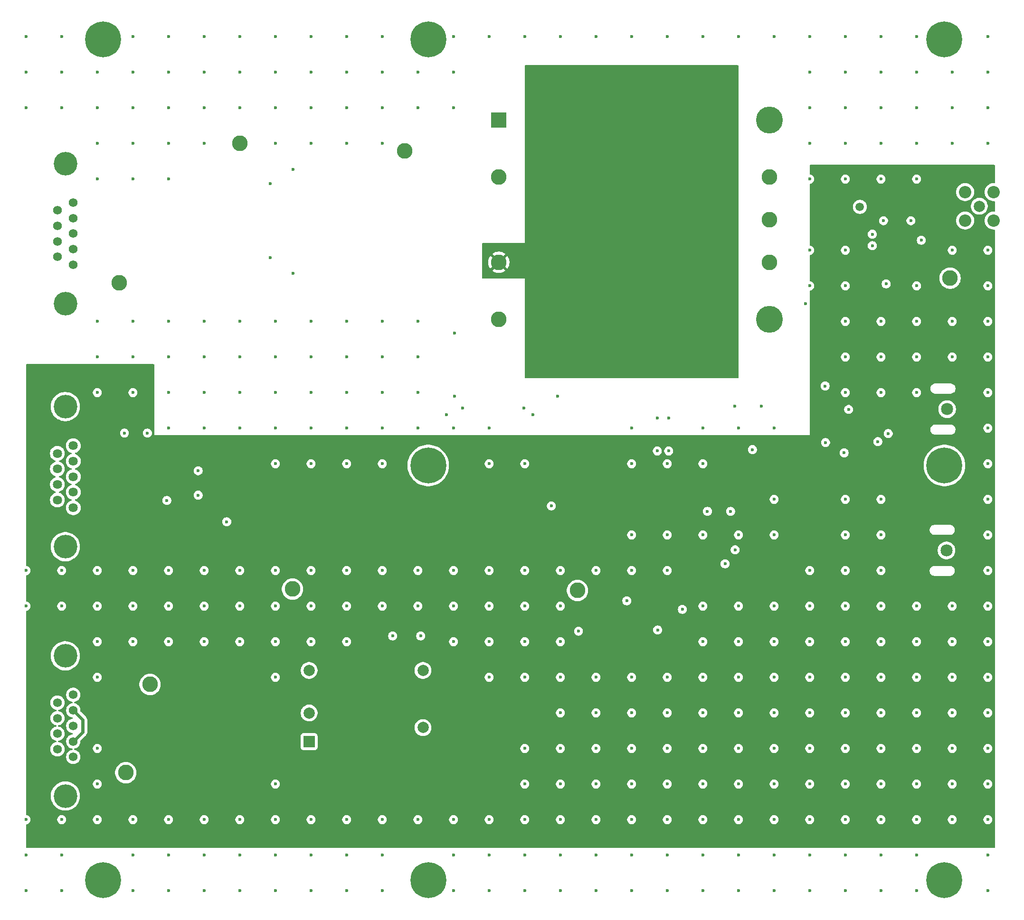
<source format=gbr>
%TF.GenerationSoftware,KiCad,Pcbnew,9.0.3*%
%TF.CreationDate,2025-09-16T14:49:37-04:00*%
%TF.ProjectId,9_TOF_PDU,395f544f-465f-4504-9455-2e6b69636164,rev?*%
%TF.SameCoordinates,Original*%
%TF.FileFunction,Copper,L5,Inr*%
%TF.FilePolarity,Positive*%
%FSLAX46Y46*%
G04 Gerber Fmt 4.6, Leading zero omitted, Abs format (unit mm)*
G04 Created by KiCad (PCBNEW 9.0.3) date 2025-09-16 14:49:37*
%MOMM*%
%LPD*%
G01*
G04 APERTURE LIST*
%TA.AperFunction,ComponentPad*%
%ADD10C,6.400000*%
%TD*%
%TA.AperFunction,ComponentPad*%
%ADD11C,2.800000*%
%TD*%
%TA.AperFunction,ComponentPad*%
%ADD12C,2.159000*%
%TD*%
%TA.AperFunction,ComponentPad*%
%ADD13C,1.560000*%
%TD*%
%TA.AperFunction,ComponentPad*%
%ADD14C,4.216000*%
%TD*%
%TA.AperFunction,ComponentPad*%
%ADD15C,1.635000*%
%TD*%
%TA.AperFunction,ComponentPad*%
%ADD16C,2.006600*%
%TD*%
%TA.AperFunction,ComponentPad*%
%ADD17C,2.209800*%
%TD*%
%TA.AperFunction,ComponentPad*%
%ADD18R,2.800000X2.800000*%
%TD*%
%TA.AperFunction,ComponentPad*%
%ADD19C,4.800000*%
%TD*%
%TA.AperFunction,ComponentPad*%
%ADD20R,2.000000X2.000000*%
%TD*%
%TA.AperFunction,ComponentPad*%
%ADD21C,2.000000*%
%TD*%
%TA.AperFunction,ViaPad*%
%ADD22C,0.600000*%
%TD*%
%TA.AperFunction,ViaPad*%
%ADD23C,1.500000*%
%TD*%
%TA.AperFunction,Conductor*%
%ADD24C,0.600000*%
%TD*%
G04 APERTURE END LIST*
D10*
%TO.N,GNDPWR*%
%TO.C,H1*%
X128000000Y-64000000D03*
%TD*%
D11*
%TO.N,/Telemetry_Circuitry/V3p3*%
%TO.C,+3.3V1*%
X212598000Y-162306000D03*
%TD*%
D10*
%TO.N,GNDPWR*%
%TO.C,H3*%
X186000000Y-64000000D03*
%TD*%
%TO.N,GNDPWR*%
%TO.C,H2*%
X186000000Y-214000000D03*
%TD*%
D11*
%TO.N,/V_SEC_RTN*%
%TO.C,+12V_{RTN}1*%
X152400000Y-82550000D03*
%TD*%
D10*
%TO.N,GNDPWR*%
%TO.C,H6*%
X186000000Y-140000000D03*
%TD*%
%TO.N,GNDPWR*%
%TO.C,H4*%
X278000000Y-214000000D03*
%TD*%
D11*
%TO.N,/V_SEC_Telem_RTN*%
%TO.C,V_TELEM_{RTN}1*%
X136398000Y-179070000D03*
%TD*%
D12*
%TO.N,Net-(P1-Pad1)*%
%TO.C,P1*%
X278370000Y-155160000D03*
%TD*%
D11*
%TO.N,/Main_PDU_Block/Enable*%
%TO.C,V_{EN}1*%
X181780000Y-83870000D03*
%TD*%
%TO.N,/V_SEC_IN_Telem*%
%TO.C,V_TELEM_IN1*%
X132080000Y-194818000D03*
%TD*%
D13*
%TO.N,/V_SEC_Telem_RTN*%
%TO.C,J2*%
X122720000Y-180933500D03*
X122720000Y-183703500D03*
%TO.N,unconnected-(J2-Pad3)*%
X122720000Y-186473500D03*
%TO.N,/V_SEC_Telem_RTN*%
X122720000Y-189243500D03*
X122720000Y-192013500D03*
%TO.N,/V_SEC_IN_Telem*%
X119880000Y-182318500D03*
X119880000Y-185088500D03*
X119880000Y-187858500D03*
X119880000Y-190628500D03*
D14*
%TO.N,GNDPWR*%
X121300000Y-173973500D03*
X121300000Y-198973500D03*
%TD*%
D10*
%TO.N,GNDPWR*%
%TO.C,H7*%
X128000000Y-214000000D03*
%TD*%
D15*
%TO.N,/V_P5V_RTN*%
%TO.C,J3*%
X122720000Y-147540000D03*
%TO.N,/i_OUT_TELEM*%
X122720000Y-144770000D03*
%TO.N,unconnected-(J3-Pad3)*%
X122720000Y-142000000D03*
%TO.N,/Enable-*%
X122720000Y-139230000D03*
%TO.N,/Enable+*%
X122720000Y-136460000D03*
%TO.N,/V_P5V_RTN*%
X119880000Y-146155000D03*
%TO.N,/TEMP_TELEM*%
X119880000Y-143385000D03*
%TO.N,/V_P5V_RTN*%
X119880000Y-140615000D03*
%TO.N,/V_OUT_TELEM*%
X119880000Y-137845000D03*
D14*
%TO.N,GNDPWR*%
X121300000Y-129500000D03*
X121300000Y-154500000D03*
%TD*%
D11*
%TO.N,/V_TOF_RTN*%
%TO.C,SEC_{RTN}1*%
X279010000Y-106580000D03*
%TD*%
%TO.N,/V_P5V*%
%TO.C,V_TELEM_{5V}1*%
X142850000Y-161930000D03*
%TD*%
D13*
%TO.N,/V_SEC_RTN*%
%TO.C,J1*%
X122720000Y-93078500D03*
X122720000Y-95848500D03*
%TO.N,unconnected-(J1-Pad3)*%
X122720000Y-98618500D03*
%TO.N,/V_SEC_RTN*%
X122720000Y-101388500D03*
X122720000Y-104158500D03*
%TO.N,/V_SEC_IN*%
X119880000Y-94463500D03*
X119880000Y-97233500D03*
X119880000Y-100003500D03*
X119880000Y-102773500D03*
D14*
%TO.N,GNDPWR*%
X121300000Y-86118500D03*
X121300000Y-111118500D03*
%TD*%
D16*
%TO.N,/Telemetry_Circuitry/V_TOF_OUT*%
%TO.C,P_OUT1*%
X284238000Y-93748500D03*
D17*
%TO.N,/V_TOF_RTN*%
X286778000Y-91208500D03*
X281698000Y-91208500D03*
X281698000Y-96288500D03*
X286778000Y-96288500D03*
%TD*%
D11*
%TO.N,/V_SEC_IN*%
%TO.C,+12V1*%
X130940000Y-107370000D03*
%TD*%
D12*
%TO.N,Net-(M4-Pad3)*%
%TO.C,P2*%
X278500000Y-129950201D03*
%TD*%
D10*
%TO.N,GNDPWR*%
%TO.C,H8*%
X278000000Y-140000000D03*
%TD*%
%TO.N,GNDPWR*%
%TO.C,H5*%
X278000000Y-64000000D03*
%TD*%
D18*
%TO.N,/Main_PDU_Block/V_POS*%
%TO.C,U1*%
X198572500Y-78340000D03*
D11*
%TO.N,/Main_PDU_Block/Enable*%
X198572500Y-88500000D03*
%TO.N,GNDPWR*%
X198572500Y-103740000D03*
%TO.N,/Main_PDU_Block/V_RTN*%
X198572500Y-113900000D03*
D19*
%TO.N,/V_TOF_RTN*%
X246822500Y-113900000D03*
D11*
X246822500Y-103740000D03*
%TO.N,unconnected-(U1-TRIM-Pad7)*%
X246822500Y-96120000D03*
%TO.N,/Main_PDU_Block/V_TOF_OUT*%
X246822500Y-88500000D03*
D19*
X246822500Y-78340000D03*
%TD*%
D11*
%TO.N,/V_P5V_RTN*%
%TO.C,TELEM_{RTN}1*%
X161798000Y-162052000D03*
%TD*%
D20*
%TO.N,/V_TOF_Telemetry_PDU/V_POS*%
%TO.C,U2*%
X164755500Y-189273500D03*
D21*
%TO.N,/V_TOF_Telemetry_PDU/V_RTN*%
X164755500Y-184173500D03*
%TO.N,/V_P5V*%
X185055500Y-196973500D03*
%TO.N,unconnected-(U2-TRIM-Pad4)*%
X185055500Y-186773500D03*
%TO.N,/V_P5V_RTN*%
X185055500Y-176573500D03*
%TO.N,unconnected-(U2-REMOTE-Pad6)*%
X164755500Y-176573500D03*
%TD*%
D22*
%TO.N,/V_SEC_RTN*%
X171450000Y-165100000D03*
X165100000Y-127000000D03*
X177800000Y-215900000D03*
X165100000Y-133350000D03*
X247650000Y-215900000D03*
X215900000Y-209550000D03*
X266700000Y-158750000D03*
X146050000Y-127000000D03*
X177800000Y-139700000D03*
X279400000Y-114300000D03*
X177800000Y-76200000D03*
X146050000Y-171450000D03*
X114300000Y-158750000D03*
X254000000Y-203200000D03*
X222250000Y-177800000D03*
X139700000Y-127000000D03*
X139700000Y-120650000D03*
X133350000Y-63500000D03*
X247650000Y-133350000D03*
X120650000Y-158750000D03*
X165100000Y-139700000D03*
X120650000Y-203200000D03*
X196850000Y-139700000D03*
X203200000Y-63500000D03*
X127000000Y-88900000D03*
X133350000Y-209550000D03*
X234950000Y-215900000D03*
X222250000Y-203200000D03*
X222250000Y-215900000D03*
X260350000Y-82550000D03*
X209550000Y-63500000D03*
X190500000Y-133350000D03*
X184150000Y-127000000D03*
X152400000Y-63500000D03*
X254000000Y-88900000D03*
X266700000Y-196850000D03*
X273050000Y-120650000D03*
X196850000Y-133350000D03*
X203200000Y-165100000D03*
X171450000Y-158750000D03*
X222250000Y-190500000D03*
X241300000Y-215900000D03*
X133350000Y-120650000D03*
X285750000Y-184150000D03*
X171450000Y-133350000D03*
X146050000Y-133350000D03*
X209550000Y-165100000D03*
X165100000Y-203200000D03*
X215900000Y-63500000D03*
X158750000Y-114300000D03*
X184150000Y-114300000D03*
X133350000Y-114300000D03*
X127000000Y-69850000D03*
X177800000Y-158750000D03*
X171450000Y-215900000D03*
X146050000Y-63500000D03*
X260350000Y-165100000D03*
X165100000Y-209550000D03*
X177800000Y-69850000D03*
X228600000Y-190500000D03*
X260350000Y-171450000D03*
X171450000Y-127000000D03*
X133350000Y-76200000D03*
X254000000Y-171450000D03*
X241300000Y-196850000D03*
X209550000Y-209550000D03*
X165100000Y-120650000D03*
X171450000Y-63500000D03*
X285750000Y-215900000D03*
X273050000Y-127000000D03*
X222250000Y-139700000D03*
X177800000Y-209550000D03*
X222250000Y-152400000D03*
X285750000Y-120650000D03*
X196850000Y-215900000D03*
X222250000Y-196850000D03*
X152400000Y-114300000D03*
X165100000Y-82550000D03*
X266700000Y-184150000D03*
X266700000Y-146050000D03*
X234950000Y-203200000D03*
X234950000Y-63500000D03*
X152400000Y-165100000D03*
X152400000Y-120650000D03*
X196850000Y-171450000D03*
X260350000Y-215900000D03*
X152400000Y-158750000D03*
X171450000Y-209550000D03*
X254000000Y-177800000D03*
X241300000Y-209550000D03*
X266700000Y-203200000D03*
X247650000Y-152400000D03*
X241300000Y-171450000D03*
X228600000Y-139700000D03*
X241300000Y-165100000D03*
X190500000Y-69850000D03*
X152400000Y-203200000D03*
X228600000Y-184150000D03*
X260350000Y-203200000D03*
X196850000Y-177800000D03*
X273050000Y-171450000D03*
X247650000Y-177800000D03*
X254000000Y-69850000D03*
X139700000Y-203200000D03*
X203200000Y-209550000D03*
X285750000Y-165100000D03*
X285750000Y-177800000D03*
X190500000Y-63500000D03*
X273050000Y-69850000D03*
X285750000Y-196850000D03*
X177800000Y-127000000D03*
X247650000Y-196850000D03*
X215900000Y-190500000D03*
X158750000Y-133350000D03*
X158750000Y-177800000D03*
X285750000Y-152400000D03*
X177800000Y-165100000D03*
X247650000Y-171450000D03*
X165100000Y-76200000D03*
X190500000Y-165100000D03*
X247650000Y-63500000D03*
X285750000Y-114300000D03*
X254000000Y-190500000D03*
X146050000Y-209550000D03*
X228600000Y-177800000D03*
X139700000Y-114300000D03*
X171450000Y-139700000D03*
X254000000Y-158750000D03*
X279400000Y-165100000D03*
X158750000Y-203200000D03*
X273050000Y-203200000D03*
X215900000Y-203200000D03*
X266700000Y-171450000D03*
X279400000Y-101600000D03*
X177800000Y-203200000D03*
X139700000Y-158750000D03*
X273050000Y-76200000D03*
X254000000Y-196850000D03*
X171450000Y-69850000D03*
X247650000Y-203200000D03*
X146050000Y-203200000D03*
X247650000Y-146050000D03*
X247650000Y-184150000D03*
X196850000Y-63500000D03*
X158750000Y-76200000D03*
X215900000Y-177800000D03*
X209550000Y-184150000D03*
X133350000Y-158750000D03*
X215900000Y-158750000D03*
X190500000Y-158750000D03*
X260350000Y-76200000D03*
X114300000Y-165100000D03*
X234950000Y-190500000D03*
X266700000Y-69850000D03*
X279400000Y-177800000D03*
X266700000Y-127000000D03*
X133350000Y-69850000D03*
X190500000Y-171450000D03*
X260350000Y-88900000D03*
X279400000Y-190500000D03*
X209550000Y-158750000D03*
X152400000Y-215900000D03*
X285750000Y-63500000D03*
X165100000Y-171450000D03*
X133350000Y-165100000D03*
X139700000Y-69850000D03*
X114300000Y-209550000D03*
X133350000Y-203200000D03*
X279400000Y-82550000D03*
X254000000Y-76200000D03*
X158750000Y-171450000D03*
X190500000Y-76200000D03*
X127000000Y-158750000D03*
X273050000Y-184150000D03*
X228600000Y-209550000D03*
X127000000Y-171450000D03*
X184150000Y-165100000D03*
X234950000Y-177800000D03*
X228600000Y-63500000D03*
X222250000Y-63500000D03*
X215900000Y-184150000D03*
X260350000Y-184150000D03*
X260350000Y-190500000D03*
X120650000Y-215900000D03*
X254000000Y-165100000D03*
X184150000Y-120650000D03*
X152400000Y-127000000D03*
X273050000Y-190500000D03*
X209550000Y-171450000D03*
X254000000Y-215900000D03*
X158750000Y-209550000D03*
X152400000Y-133350000D03*
X254000000Y-184150000D03*
X203200000Y-158750000D03*
X228600000Y-158750000D03*
X273050000Y-177800000D03*
X203200000Y-203200000D03*
X273050000Y-82550000D03*
X133350000Y-215900000D03*
X273050000Y-107950000D03*
X114300000Y-69850000D03*
X273050000Y-63500000D03*
X203200000Y-171450000D03*
X139700000Y-76200000D03*
X260350000Y-120650000D03*
X152400000Y-209550000D03*
X285750000Y-171450000D03*
X266700000Y-114300000D03*
X152400000Y-76200000D03*
X158750000Y-69850000D03*
X127000000Y-177800000D03*
X190500000Y-203200000D03*
X285750000Y-209550000D03*
X273050000Y-88900000D03*
X285750000Y-158750000D03*
X120650000Y-165100000D03*
X279400000Y-196850000D03*
X228600000Y-203200000D03*
X127000000Y-127000000D03*
X254000000Y-82550000D03*
X133350000Y-127000000D03*
X203200000Y-190500000D03*
X114300000Y-63500000D03*
X228600000Y-215900000D03*
X285750000Y-133350000D03*
X266700000Y-120650000D03*
X184150000Y-133350000D03*
X266700000Y-190500000D03*
X273050000Y-196850000D03*
X158750000Y-165100000D03*
X241300000Y-133350000D03*
X139700000Y-88900000D03*
X139700000Y-133350000D03*
X254000000Y-209550000D03*
X209550000Y-215900000D03*
X203200000Y-177800000D03*
X266700000Y-63500000D03*
X285750000Y-190500000D03*
X234950000Y-133350000D03*
X285750000Y-146050000D03*
X241300000Y-184150000D03*
X146050000Y-76200000D03*
X209550000Y-203200000D03*
X266700000Y-152400000D03*
X196850000Y-165100000D03*
X209550000Y-190500000D03*
X190500000Y-209550000D03*
X260350000Y-146050000D03*
X222250000Y-184150000D03*
X234950000Y-196850000D03*
X279400000Y-171450000D03*
X177800000Y-120650000D03*
X184150000Y-69850000D03*
X234950000Y-152400000D03*
X203200000Y-196850000D03*
X266700000Y-215900000D03*
X273050000Y-215900000D03*
X171450000Y-82550000D03*
X260350000Y-63500000D03*
X273050000Y-114300000D03*
X203200000Y-139700000D03*
X158750000Y-158750000D03*
X209550000Y-177800000D03*
X127000000Y-120650000D03*
X254000000Y-63500000D03*
X279400000Y-184150000D03*
X241300000Y-152400000D03*
X120650000Y-76200000D03*
X133350000Y-171450000D03*
X184150000Y-203200000D03*
X171450000Y-203200000D03*
X127000000Y-82550000D03*
X279400000Y-69850000D03*
X120650000Y-63500000D03*
X184150000Y-76200000D03*
X127000000Y-203200000D03*
X215900000Y-215900000D03*
X279400000Y-76200000D03*
X152400000Y-171450000D03*
X146050000Y-165100000D03*
X285750000Y-69850000D03*
X260350000Y-127000000D03*
X241300000Y-177800000D03*
X266700000Y-88900000D03*
X285750000Y-107950000D03*
X158750000Y-196850000D03*
X247650000Y-209550000D03*
X171450000Y-120650000D03*
X171450000Y-114300000D03*
X146050000Y-114300000D03*
X260350000Y-69850000D03*
X146050000Y-215900000D03*
X177800000Y-133350000D03*
X146050000Y-158750000D03*
X273050000Y-209550000D03*
X222250000Y-209550000D03*
X146050000Y-120650000D03*
X260350000Y-107950000D03*
X254000000Y-101600000D03*
X260350000Y-177800000D03*
X215900000Y-196850000D03*
X158750000Y-63500000D03*
X285750000Y-203200000D03*
X241300000Y-63500000D03*
X260350000Y-101600000D03*
X127000000Y-114300000D03*
X279400000Y-203200000D03*
X196850000Y-209550000D03*
X165100000Y-63500000D03*
X127000000Y-196850000D03*
X165100000Y-165100000D03*
X266700000Y-209550000D03*
X266700000Y-165100000D03*
X285750000Y-82550000D03*
X285750000Y-76200000D03*
X139700000Y-165100000D03*
X266700000Y-177800000D03*
X165100000Y-215900000D03*
X209550000Y-196850000D03*
X158750000Y-215900000D03*
X133350000Y-82550000D03*
X127000000Y-165100000D03*
X158750000Y-120650000D03*
X196850000Y-158750000D03*
X165100000Y-114300000D03*
X171450000Y-76200000D03*
X234950000Y-165100000D03*
X254000000Y-107950000D03*
X177800000Y-63500000D03*
X222250000Y-133350000D03*
X184150000Y-158750000D03*
X285750000Y-101600000D03*
X120650000Y-209550000D03*
X146050000Y-69850000D03*
X139700000Y-82550000D03*
X171450000Y-171450000D03*
X133350000Y-88900000D03*
X260350000Y-114300000D03*
X241300000Y-203200000D03*
X222250000Y-158750000D03*
X139700000Y-171450000D03*
X158750000Y-82550000D03*
X114300000Y-203200000D03*
X139700000Y-63500000D03*
X228600000Y-152400000D03*
X152400000Y-69850000D03*
X177800000Y-82550000D03*
X114300000Y-76200000D03*
X203200000Y-215900000D03*
X247650000Y-165100000D03*
X260350000Y-158750000D03*
X285750000Y-127000000D03*
X139700000Y-209550000D03*
X120650000Y-69850000D03*
X165100000Y-69850000D03*
X260350000Y-209550000D03*
X234950000Y-171450000D03*
X177800000Y-114300000D03*
X234950000Y-209550000D03*
X260350000Y-196850000D03*
X241300000Y-190500000D03*
X285750000Y-139700000D03*
X260350000Y-152400000D03*
X234950000Y-184150000D03*
X158750000Y-127000000D03*
X273050000Y-165100000D03*
X139700000Y-215900000D03*
X234950000Y-139700000D03*
X266700000Y-76200000D03*
X266700000Y-82550000D03*
X279400000Y-120650000D03*
X196850000Y-203200000D03*
X165100000Y-158750000D03*
X146050000Y-82550000D03*
X228600000Y-196850000D03*
X127000000Y-190500000D03*
X247650000Y-190500000D03*
X190500000Y-215900000D03*
X158750000Y-139700000D03*
X114300000Y-215900000D03*
X127000000Y-76200000D03*
%TO.N,/Main_PDU_Block/V_RTN*%
X190700000Y-116410000D03*
X190700000Y-127620000D03*
X209038000Y-127618500D03*
%TO.N,/Main_PDU_Block/V_POS*%
X204650000Y-130960000D03*
X189280000Y-130960000D03*
D23*
%TO.N,/Main_PDU_Block/V_TOF_OUT*%
X262938000Y-93856000D03*
D22*
X267138000Y-96318500D03*
%TO.N,/V_TOF_RTN*%
X226822000Y-131572000D03*
X245338000Y-129418500D03*
X256810000Y-135910000D03*
X228854000Y-131572000D03*
D23*
%TO.N,GNDPWR*%
X237490000Y-121920000D03*
X232410000Y-76200000D03*
X237490000Y-96520000D03*
X222250000Y-86360000D03*
D22*
X161912000Y-87126500D03*
D23*
X212090000Y-91440000D03*
X232410000Y-91440000D03*
X207010000Y-91440000D03*
X212090000Y-76200000D03*
X232410000Y-106680000D03*
X212090000Y-96520000D03*
X222250000Y-81280000D03*
X212090000Y-86360000D03*
X222250000Y-91440000D03*
X227330000Y-116840000D03*
X222250000Y-121920000D03*
X212090000Y-106680000D03*
X222250000Y-116840000D03*
X227330000Y-106680000D03*
X222250000Y-96520000D03*
X207010000Y-111760000D03*
X217170000Y-81280000D03*
X217170000Y-116840000D03*
X222250000Y-101600000D03*
X222250000Y-71120000D03*
X217170000Y-91440000D03*
X227330000Y-71120000D03*
X232410000Y-101600000D03*
X232410000Y-96520000D03*
X237490000Y-91440000D03*
X207010000Y-101600000D03*
X237490000Y-101600000D03*
X207010000Y-121920000D03*
X212090000Y-121920000D03*
X207010000Y-106680000D03*
X227330000Y-81280000D03*
X212090000Y-111760000D03*
D22*
X161912000Y-105668500D03*
D23*
X217170000Y-96520000D03*
X232410000Y-111760000D03*
X207010000Y-71120000D03*
X237490000Y-81280000D03*
X217170000Y-86360000D03*
X227330000Y-111760000D03*
X237490000Y-106680000D03*
X237490000Y-71120000D03*
X222250000Y-111760000D03*
X207010000Y-96520000D03*
X232410000Y-86360000D03*
X232410000Y-81280000D03*
X207010000Y-86360000D03*
X237490000Y-116840000D03*
X207010000Y-76200000D03*
X232410000Y-121920000D03*
X217170000Y-121920000D03*
X227330000Y-76200000D03*
X217170000Y-76200000D03*
X222250000Y-106680000D03*
X227330000Y-86360000D03*
X217170000Y-106680000D03*
X237490000Y-76200000D03*
X217170000Y-71120000D03*
X237490000Y-111760000D03*
X227330000Y-91440000D03*
D22*
X179638000Y-170418500D03*
D23*
X212090000Y-101600000D03*
X232410000Y-71120000D03*
X237490000Y-86360000D03*
X207010000Y-116840000D03*
X207010000Y-81280000D03*
X217170000Y-101600000D03*
X212090000Y-71120000D03*
D22*
X240638000Y-129418500D03*
D23*
X222250000Y-76200000D03*
X212090000Y-81280000D03*
X227330000Y-101600000D03*
X227330000Y-96520000D03*
X217170000Y-111760000D03*
X227330000Y-121920000D03*
X212090000Y-116840000D03*
X232410000Y-116840000D03*
D22*
%TO.N,/V_P5V_RTN*%
X260938000Y-130003500D03*
X212778000Y-169573500D03*
X226878000Y-169348500D03*
X266138000Y-135753500D03*
X265148000Y-98728500D03*
X184638000Y-170418500D03*
X267608000Y-107598500D03*
X131838000Y-134218500D03*
X144978000Y-140938500D03*
X207938000Y-147218499D03*
X243780000Y-137170000D03*
X226822000Y-137414000D03*
X231296500Y-165678500D03*
X238903100Y-157558500D03*
X139398000Y-146248499D03*
X150078000Y-150048500D03*
X267988000Y-134308500D03*
X273888000Y-99808500D03*
X228854000Y-137414000D03*
%TO.N,/V_P5V*%
X224978000Y-172648500D03*
X147408000Y-145338500D03*
X261888001Y-135753500D03*
X268830000Y-155119799D03*
X202510000Y-186200000D03*
X208438000Y-141018500D03*
%TO.N,/Telemetry_Circuitry/V3p3*%
X240703100Y-155058500D03*
X135938000Y-134218500D03*
X239893100Y-148188500D03*
X265148000Y-100778500D03*
X235763100Y-148178500D03*
X221378000Y-164148500D03*
X144988000Y-145298498D03*
%TO.N,/Main_PDU_Block/SEC_RTN*%
X157848000Y-102874500D03*
X157848000Y-89666500D03*
%TO.N,/Main_PDU_Block/Enable*%
X203038000Y-129718500D03*
X192080000Y-129720000D03*
%TO.N,/Telemetry_Circuitry/V_TOF_OUT*%
X260130000Y-137750000D03*
X256748000Y-125818500D03*
X272038000Y-96318500D03*
%TO.N,Net-(U8B-IN2+)*%
X253230000Y-111090000D03*
%TD*%
D24*
%TO.N,/V_SEC_Telem_RTN*%
X122720000Y-183730000D02*
X124390000Y-185400000D01*
X124390000Y-185400000D02*
X124390000Y-187573500D01*
X124390000Y-187573500D02*
X122720000Y-189243500D01*
X122720000Y-183703500D02*
X122720000Y-183730000D01*
%TD*%
%TA.AperFunction,Conductor*%
%TO.N,GNDPWR*%
G36*
X241243039Y-68599685D02*
G01*
X241288794Y-68652489D01*
X241300000Y-68704000D01*
X241300000Y-124336000D01*
X241280315Y-124403039D01*
X241227511Y-124448794D01*
X241176000Y-124460000D01*
X203324000Y-124460000D01*
X203256961Y-124440315D01*
X203211206Y-124387511D01*
X203200000Y-124336000D01*
X203200000Y-106680000D01*
X195704000Y-106680000D01*
X195636961Y-106660315D01*
X195591206Y-106607511D01*
X195580000Y-106556000D01*
X195580000Y-103615466D01*
X196672500Y-103615466D01*
X196672500Y-103864533D01*
X196705008Y-104111463D01*
X196769473Y-104352049D01*
X196864783Y-104582148D01*
X196864788Y-104582159D01*
X196989313Y-104797841D01*
X196989319Y-104797849D01*
X197063900Y-104895045D01*
X197933189Y-104025756D01*
X197952168Y-104071574D01*
X198028774Y-104186224D01*
X198126276Y-104283726D01*
X198240926Y-104360332D01*
X198286742Y-104379309D01*
X197417453Y-105248598D01*
X197514650Y-105323180D01*
X197514658Y-105323186D01*
X197730340Y-105447711D01*
X197730351Y-105447716D01*
X197960450Y-105543026D01*
X198201036Y-105607491D01*
X198447966Y-105640000D01*
X198697034Y-105640000D01*
X198943963Y-105607491D01*
X199184549Y-105543026D01*
X199414648Y-105447716D01*
X199414659Y-105447711D01*
X199630355Y-105323178D01*
X199727545Y-105248600D01*
X199727545Y-105248597D01*
X198858257Y-104379309D01*
X198904074Y-104360332D01*
X199018724Y-104283726D01*
X199116226Y-104186224D01*
X199192832Y-104071574D01*
X199211809Y-104025757D01*
X200081097Y-104895045D01*
X200081100Y-104895045D01*
X200155678Y-104797855D01*
X200280211Y-104582159D01*
X200280216Y-104582148D01*
X200375526Y-104352049D01*
X200439991Y-104111463D01*
X200472500Y-103864533D01*
X200472500Y-103615466D01*
X200439991Y-103368536D01*
X200375526Y-103127950D01*
X200280216Y-102897851D01*
X200280211Y-102897840D01*
X200155686Y-102682158D01*
X200155680Y-102682150D01*
X200081098Y-102584953D01*
X199211809Y-103454242D01*
X199192832Y-103408426D01*
X199116226Y-103293776D01*
X199018724Y-103196274D01*
X198904074Y-103119668D01*
X198858255Y-103100689D01*
X199727545Y-102231400D01*
X199630349Y-102156819D01*
X199630341Y-102156813D01*
X199414659Y-102032288D01*
X199414648Y-102032283D01*
X199184549Y-101936973D01*
X198943963Y-101872508D01*
X198697034Y-101840000D01*
X198447966Y-101840000D01*
X198201036Y-101872508D01*
X197960450Y-101936973D01*
X197730351Y-102032283D01*
X197730347Y-102032285D01*
X197514643Y-102156823D01*
X197417453Y-102231399D01*
X197417453Y-102231400D01*
X198286743Y-103100690D01*
X198240926Y-103119668D01*
X198126276Y-103196274D01*
X198028774Y-103293776D01*
X197952168Y-103408426D01*
X197933190Y-103454243D01*
X197063900Y-102584953D01*
X197063899Y-102584953D01*
X196989323Y-102682143D01*
X196864785Y-102897847D01*
X196864783Y-102897851D01*
X196769473Y-103127950D01*
X196705008Y-103368536D01*
X196672500Y-103615466D01*
X195580000Y-103615466D01*
X195580000Y-100454000D01*
X195599685Y-100386961D01*
X195652489Y-100341206D01*
X195704000Y-100330000D01*
X203200000Y-100330000D01*
X203200000Y-68704000D01*
X203219685Y-68636961D01*
X203272489Y-68591206D01*
X203324000Y-68580000D01*
X241176000Y-68580000D01*
X241243039Y-68599685D01*
G37*
%TD.AperFunction*%
%TD*%
%TA.AperFunction,Conductor*%
%TO.N,/V_P5V*%
G36*
X286963039Y-86379685D02*
G01*
X287008794Y-86432489D01*
X287020000Y-86484000D01*
X287020000Y-89479100D01*
X287000315Y-89546139D01*
X286947511Y-89591894D01*
X286896000Y-89603100D01*
X286651647Y-89603100D01*
X286402071Y-89642629D01*
X286161737Y-89720719D01*
X285936586Y-89835439D01*
X285819949Y-89920181D01*
X285732152Y-89983970D01*
X285732150Y-89983972D01*
X285732149Y-89983972D01*
X285553472Y-90162649D01*
X285553472Y-90162650D01*
X285553470Y-90162652D01*
X285543199Y-90176789D01*
X285404939Y-90367086D01*
X285290219Y-90592237D01*
X285212129Y-90832571D01*
X285172600Y-91082146D01*
X285172600Y-91334853D01*
X285204842Y-91538417D01*
X285212130Y-91584432D01*
X285290218Y-91824760D01*
X285404939Y-92049913D01*
X285553470Y-92254348D01*
X285732152Y-92433030D01*
X285936587Y-92581561D01*
X286161740Y-92696282D01*
X286402068Y-92774370D01*
X286478503Y-92786476D01*
X286651647Y-92813900D01*
X286896000Y-92813900D01*
X286963039Y-92833585D01*
X287008794Y-92886389D01*
X287020000Y-92937900D01*
X287020000Y-94559100D01*
X287000315Y-94626139D01*
X286947511Y-94671894D01*
X286896000Y-94683100D01*
X286651647Y-94683100D01*
X286402071Y-94722629D01*
X286161737Y-94800719D01*
X285936586Y-94915439D01*
X285882078Y-94955042D01*
X285732152Y-95063970D01*
X285732150Y-95063972D01*
X285732149Y-95063972D01*
X285553472Y-95242649D01*
X285553472Y-95242650D01*
X285553470Y-95242652D01*
X285511593Y-95300291D01*
X285404939Y-95447086D01*
X285290219Y-95672237D01*
X285212129Y-95912571D01*
X285172600Y-96162146D01*
X285172600Y-96414853D01*
X285195965Y-96562371D01*
X285212130Y-96664432D01*
X285290218Y-96904760D01*
X285404939Y-97129913D01*
X285553470Y-97334348D01*
X285732152Y-97513030D01*
X285936587Y-97661561D01*
X286161740Y-97776282D01*
X286402068Y-97854370D01*
X286495662Y-97869193D01*
X286651647Y-97893900D01*
X286896000Y-97893900D01*
X286963039Y-97913585D01*
X287008794Y-97966389D01*
X287020000Y-98017900D01*
X287020000Y-208156000D01*
X287000315Y-208223039D01*
X286947511Y-208268794D01*
X286896000Y-208280000D01*
X177800000Y-208280000D01*
X114424000Y-208280000D01*
X114356961Y-208260315D01*
X114311206Y-208207511D01*
X114300000Y-208156000D01*
X114300000Y-204117947D01*
X114319685Y-204050908D01*
X114372489Y-204005153D01*
X114399809Y-203996330D01*
X114468435Y-203982678D01*
X114533497Y-203969737D01*
X114679179Y-203909394D01*
X114810289Y-203821789D01*
X114921789Y-203710289D01*
X115009394Y-203579179D01*
X115069737Y-203433497D01*
X115100500Y-203278842D01*
X115100500Y-203121158D01*
X115100500Y-203121155D01*
X115100499Y-203121153D01*
X119849500Y-203121153D01*
X119849500Y-203278846D01*
X119880261Y-203433489D01*
X119880264Y-203433501D01*
X119940602Y-203579172D01*
X119940609Y-203579185D01*
X120028210Y-203710288D01*
X120028213Y-203710292D01*
X120139707Y-203821786D01*
X120139711Y-203821789D01*
X120270814Y-203909390D01*
X120270827Y-203909397D01*
X120416498Y-203969735D01*
X120416503Y-203969737D01*
X120550194Y-203996330D01*
X120571153Y-204000499D01*
X120571156Y-204000500D01*
X120571158Y-204000500D01*
X120728844Y-204000500D01*
X120728845Y-204000499D01*
X120883497Y-203969737D01*
X121029179Y-203909394D01*
X121160289Y-203821789D01*
X121271789Y-203710289D01*
X121359394Y-203579179D01*
X121419737Y-203433497D01*
X121450500Y-203278842D01*
X121450500Y-203121158D01*
X121450500Y-203121155D01*
X121450499Y-203121153D01*
X126199500Y-203121153D01*
X126199500Y-203278846D01*
X126230261Y-203433489D01*
X126230264Y-203433501D01*
X126290602Y-203579172D01*
X126290609Y-203579185D01*
X126378210Y-203710288D01*
X126378213Y-203710292D01*
X126489707Y-203821786D01*
X126489711Y-203821789D01*
X126620814Y-203909390D01*
X126620827Y-203909397D01*
X126766498Y-203969735D01*
X126766503Y-203969737D01*
X126900194Y-203996330D01*
X126921153Y-204000499D01*
X126921156Y-204000500D01*
X126921158Y-204000500D01*
X127078844Y-204000500D01*
X127078845Y-204000499D01*
X127233497Y-203969737D01*
X127379179Y-203909394D01*
X127510289Y-203821789D01*
X127621789Y-203710289D01*
X127709394Y-203579179D01*
X127769737Y-203433497D01*
X127800500Y-203278842D01*
X127800500Y-203121158D01*
X127800500Y-203121155D01*
X127800499Y-203121153D01*
X132549500Y-203121153D01*
X132549500Y-203278846D01*
X132580261Y-203433489D01*
X132580264Y-203433501D01*
X132640602Y-203579172D01*
X132640609Y-203579185D01*
X132728210Y-203710288D01*
X132728213Y-203710292D01*
X132839707Y-203821786D01*
X132839711Y-203821789D01*
X132970814Y-203909390D01*
X132970827Y-203909397D01*
X133116498Y-203969735D01*
X133116503Y-203969737D01*
X133250194Y-203996330D01*
X133271153Y-204000499D01*
X133271156Y-204000500D01*
X133271158Y-204000500D01*
X133428844Y-204000500D01*
X133428845Y-204000499D01*
X133583497Y-203969737D01*
X133729179Y-203909394D01*
X133860289Y-203821789D01*
X133971789Y-203710289D01*
X134059394Y-203579179D01*
X134119737Y-203433497D01*
X134150500Y-203278842D01*
X134150500Y-203121158D01*
X134150500Y-203121155D01*
X134150499Y-203121153D01*
X138899500Y-203121153D01*
X138899500Y-203278846D01*
X138930261Y-203433489D01*
X138930264Y-203433501D01*
X138990602Y-203579172D01*
X138990609Y-203579185D01*
X139078210Y-203710288D01*
X139078213Y-203710292D01*
X139189707Y-203821786D01*
X139189711Y-203821789D01*
X139320814Y-203909390D01*
X139320827Y-203909397D01*
X139466498Y-203969735D01*
X139466503Y-203969737D01*
X139600194Y-203996330D01*
X139621153Y-204000499D01*
X139621156Y-204000500D01*
X139621158Y-204000500D01*
X139778844Y-204000500D01*
X139778845Y-204000499D01*
X139933497Y-203969737D01*
X140079179Y-203909394D01*
X140210289Y-203821789D01*
X140321789Y-203710289D01*
X140409394Y-203579179D01*
X140469737Y-203433497D01*
X140500500Y-203278842D01*
X140500500Y-203121158D01*
X140500500Y-203121155D01*
X140500499Y-203121153D01*
X145249500Y-203121153D01*
X145249500Y-203278846D01*
X145280261Y-203433489D01*
X145280264Y-203433501D01*
X145340602Y-203579172D01*
X145340609Y-203579185D01*
X145428210Y-203710288D01*
X145428213Y-203710292D01*
X145539707Y-203821786D01*
X145539711Y-203821789D01*
X145670814Y-203909390D01*
X145670827Y-203909397D01*
X145816498Y-203969735D01*
X145816503Y-203969737D01*
X145950194Y-203996330D01*
X145971153Y-204000499D01*
X145971156Y-204000500D01*
X145971158Y-204000500D01*
X146128844Y-204000500D01*
X146128845Y-204000499D01*
X146283497Y-203969737D01*
X146429179Y-203909394D01*
X146560289Y-203821789D01*
X146671789Y-203710289D01*
X146759394Y-203579179D01*
X146819737Y-203433497D01*
X146850500Y-203278842D01*
X146850500Y-203121158D01*
X146850500Y-203121155D01*
X146850499Y-203121153D01*
X151599500Y-203121153D01*
X151599500Y-203278846D01*
X151630261Y-203433489D01*
X151630264Y-203433501D01*
X151690602Y-203579172D01*
X151690609Y-203579185D01*
X151778210Y-203710288D01*
X151778213Y-203710292D01*
X151889707Y-203821786D01*
X151889711Y-203821789D01*
X152020814Y-203909390D01*
X152020827Y-203909397D01*
X152166498Y-203969735D01*
X152166503Y-203969737D01*
X152300194Y-203996330D01*
X152321153Y-204000499D01*
X152321156Y-204000500D01*
X152321158Y-204000500D01*
X152478844Y-204000500D01*
X152478845Y-204000499D01*
X152633497Y-203969737D01*
X152779179Y-203909394D01*
X152910289Y-203821789D01*
X153021789Y-203710289D01*
X153109394Y-203579179D01*
X153169737Y-203433497D01*
X153200500Y-203278842D01*
X153200500Y-203121158D01*
X153200500Y-203121155D01*
X153200499Y-203121153D01*
X157949500Y-203121153D01*
X157949500Y-203278846D01*
X157980261Y-203433489D01*
X157980264Y-203433501D01*
X158040602Y-203579172D01*
X158040609Y-203579185D01*
X158128210Y-203710288D01*
X158128213Y-203710292D01*
X158239707Y-203821786D01*
X158239711Y-203821789D01*
X158370814Y-203909390D01*
X158370827Y-203909397D01*
X158516498Y-203969735D01*
X158516503Y-203969737D01*
X158650194Y-203996330D01*
X158671153Y-204000499D01*
X158671156Y-204000500D01*
X158671158Y-204000500D01*
X158828844Y-204000500D01*
X158828845Y-204000499D01*
X158983497Y-203969737D01*
X159129179Y-203909394D01*
X159260289Y-203821789D01*
X159371789Y-203710289D01*
X159459394Y-203579179D01*
X159519737Y-203433497D01*
X159550500Y-203278842D01*
X159550500Y-203121158D01*
X159550500Y-203121155D01*
X159550499Y-203121153D01*
X164299500Y-203121153D01*
X164299500Y-203278846D01*
X164330261Y-203433489D01*
X164330264Y-203433501D01*
X164390602Y-203579172D01*
X164390609Y-203579185D01*
X164478210Y-203710288D01*
X164478213Y-203710292D01*
X164589707Y-203821786D01*
X164589711Y-203821789D01*
X164720814Y-203909390D01*
X164720827Y-203909397D01*
X164866498Y-203969735D01*
X164866503Y-203969737D01*
X165000194Y-203996330D01*
X165021153Y-204000499D01*
X165021156Y-204000500D01*
X165021158Y-204000500D01*
X165178844Y-204000500D01*
X165178845Y-204000499D01*
X165333497Y-203969737D01*
X165479179Y-203909394D01*
X165610289Y-203821789D01*
X165721789Y-203710289D01*
X165809394Y-203579179D01*
X165869737Y-203433497D01*
X165900500Y-203278842D01*
X165900500Y-203121158D01*
X165900500Y-203121155D01*
X165900499Y-203121153D01*
X170649500Y-203121153D01*
X170649500Y-203278846D01*
X170680261Y-203433489D01*
X170680264Y-203433501D01*
X170740602Y-203579172D01*
X170740609Y-203579185D01*
X170828210Y-203710288D01*
X170828213Y-203710292D01*
X170939707Y-203821786D01*
X170939711Y-203821789D01*
X171070814Y-203909390D01*
X171070827Y-203909397D01*
X171216498Y-203969735D01*
X171216503Y-203969737D01*
X171350194Y-203996330D01*
X171371153Y-204000499D01*
X171371156Y-204000500D01*
X171371158Y-204000500D01*
X171528844Y-204000500D01*
X171528845Y-204000499D01*
X171683497Y-203969737D01*
X171829179Y-203909394D01*
X171960289Y-203821789D01*
X172071789Y-203710289D01*
X172159394Y-203579179D01*
X172219737Y-203433497D01*
X172250500Y-203278842D01*
X172250500Y-203121158D01*
X172250500Y-203121155D01*
X172250499Y-203121153D01*
X176999500Y-203121153D01*
X176999500Y-203278846D01*
X177030261Y-203433489D01*
X177030264Y-203433501D01*
X177090602Y-203579172D01*
X177090609Y-203579185D01*
X177178210Y-203710288D01*
X177178213Y-203710292D01*
X177289707Y-203821786D01*
X177289711Y-203821789D01*
X177420814Y-203909390D01*
X177420827Y-203909397D01*
X177566498Y-203969735D01*
X177566503Y-203969737D01*
X177700194Y-203996330D01*
X177721153Y-204000499D01*
X177721156Y-204000500D01*
X177721158Y-204000500D01*
X177878844Y-204000500D01*
X177878845Y-204000499D01*
X178033497Y-203969737D01*
X178179179Y-203909394D01*
X178310289Y-203821789D01*
X178421789Y-203710289D01*
X178509394Y-203579179D01*
X178569737Y-203433497D01*
X178600500Y-203278842D01*
X178600500Y-203121158D01*
X178600500Y-203121155D01*
X178600499Y-203121153D01*
X183349500Y-203121153D01*
X183349500Y-203278846D01*
X183380261Y-203433489D01*
X183380264Y-203433501D01*
X183440602Y-203579172D01*
X183440609Y-203579185D01*
X183528210Y-203710288D01*
X183528213Y-203710292D01*
X183639707Y-203821786D01*
X183639711Y-203821789D01*
X183770814Y-203909390D01*
X183770827Y-203909397D01*
X183916498Y-203969735D01*
X183916503Y-203969737D01*
X184050194Y-203996330D01*
X184071153Y-204000499D01*
X184071156Y-204000500D01*
X184071158Y-204000500D01*
X184228844Y-204000500D01*
X184228845Y-204000499D01*
X184383497Y-203969737D01*
X184529179Y-203909394D01*
X184660289Y-203821789D01*
X184771789Y-203710289D01*
X184859394Y-203579179D01*
X184919737Y-203433497D01*
X184950500Y-203278842D01*
X184950500Y-203121158D01*
X184950500Y-203121155D01*
X184950499Y-203121153D01*
X189699500Y-203121153D01*
X189699500Y-203278846D01*
X189730261Y-203433489D01*
X189730264Y-203433501D01*
X189790602Y-203579172D01*
X189790609Y-203579185D01*
X189878210Y-203710288D01*
X189878213Y-203710292D01*
X189989707Y-203821786D01*
X189989711Y-203821789D01*
X190120814Y-203909390D01*
X190120827Y-203909397D01*
X190266498Y-203969735D01*
X190266503Y-203969737D01*
X190400194Y-203996330D01*
X190421153Y-204000499D01*
X190421156Y-204000500D01*
X190421158Y-204000500D01*
X190578844Y-204000500D01*
X190578845Y-204000499D01*
X190733497Y-203969737D01*
X190879179Y-203909394D01*
X191010289Y-203821789D01*
X191121789Y-203710289D01*
X191209394Y-203579179D01*
X191269737Y-203433497D01*
X191300500Y-203278842D01*
X191300500Y-203121158D01*
X191300500Y-203121155D01*
X191300499Y-203121153D01*
X196049500Y-203121153D01*
X196049500Y-203278846D01*
X196080261Y-203433489D01*
X196080264Y-203433501D01*
X196140602Y-203579172D01*
X196140609Y-203579185D01*
X196228210Y-203710288D01*
X196228213Y-203710292D01*
X196339707Y-203821786D01*
X196339711Y-203821789D01*
X196470814Y-203909390D01*
X196470827Y-203909397D01*
X196616498Y-203969735D01*
X196616503Y-203969737D01*
X196750194Y-203996330D01*
X196771153Y-204000499D01*
X196771156Y-204000500D01*
X196771158Y-204000500D01*
X196928844Y-204000500D01*
X196928845Y-204000499D01*
X197083497Y-203969737D01*
X197229179Y-203909394D01*
X197360289Y-203821789D01*
X197471789Y-203710289D01*
X197559394Y-203579179D01*
X197619737Y-203433497D01*
X197650500Y-203278842D01*
X197650500Y-203121158D01*
X197650500Y-203121155D01*
X197650499Y-203121153D01*
X202399500Y-203121153D01*
X202399500Y-203278846D01*
X202430261Y-203433489D01*
X202430264Y-203433501D01*
X202490602Y-203579172D01*
X202490609Y-203579185D01*
X202578210Y-203710288D01*
X202578213Y-203710292D01*
X202689707Y-203821786D01*
X202689711Y-203821789D01*
X202820814Y-203909390D01*
X202820827Y-203909397D01*
X202966498Y-203969735D01*
X202966503Y-203969737D01*
X203100194Y-203996330D01*
X203121153Y-204000499D01*
X203121156Y-204000500D01*
X203121158Y-204000500D01*
X203278844Y-204000500D01*
X203278845Y-204000499D01*
X203433497Y-203969737D01*
X203579179Y-203909394D01*
X203710289Y-203821789D01*
X203821789Y-203710289D01*
X203909394Y-203579179D01*
X203969737Y-203433497D01*
X204000500Y-203278842D01*
X204000500Y-203121158D01*
X204000500Y-203121155D01*
X204000499Y-203121153D01*
X208749500Y-203121153D01*
X208749500Y-203278846D01*
X208780261Y-203433489D01*
X208780264Y-203433501D01*
X208840602Y-203579172D01*
X208840609Y-203579185D01*
X208928210Y-203710288D01*
X208928213Y-203710292D01*
X209039707Y-203821786D01*
X209039711Y-203821789D01*
X209170814Y-203909390D01*
X209170827Y-203909397D01*
X209316498Y-203969735D01*
X209316503Y-203969737D01*
X209450194Y-203996330D01*
X209471153Y-204000499D01*
X209471156Y-204000500D01*
X209471158Y-204000500D01*
X209628844Y-204000500D01*
X209628845Y-204000499D01*
X209783497Y-203969737D01*
X209929179Y-203909394D01*
X210060289Y-203821789D01*
X210171789Y-203710289D01*
X210259394Y-203579179D01*
X210319737Y-203433497D01*
X210350500Y-203278842D01*
X210350500Y-203121158D01*
X210350500Y-203121155D01*
X210350499Y-203121153D01*
X215099500Y-203121153D01*
X215099500Y-203278846D01*
X215130261Y-203433489D01*
X215130264Y-203433501D01*
X215190602Y-203579172D01*
X215190609Y-203579185D01*
X215278210Y-203710288D01*
X215278213Y-203710292D01*
X215389707Y-203821786D01*
X215389711Y-203821789D01*
X215520814Y-203909390D01*
X215520827Y-203909397D01*
X215666498Y-203969735D01*
X215666503Y-203969737D01*
X215800194Y-203996330D01*
X215821153Y-204000499D01*
X215821156Y-204000500D01*
X215821158Y-204000500D01*
X215978844Y-204000500D01*
X215978845Y-204000499D01*
X216133497Y-203969737D01*
X216279179Y-203909394D01*
X216410289Y-203821789D01*
X216521789Y-203710289D01*
X216609394Y-203579179D01*
X216669737Y-203433497D01*
X216700500Y-203278842D01*
X216700500Y-203121158D01*
X216700500Y-203121155D01*
X216700499Y-203121153D01*
X221449500Y-203121153D01*
X221449500Y-203278846D01*
X221480261Y-203433489D01*
X221480264Y-203433501D01*
X221540602Y-203579172D01*
X221540609Y-203579185D01*
X221628210Y-203710288D01*
X221628213Y-203710292D01*
X221739707Y-203821786D01*
X221739711Y-203821789D01*
X221870814Y-203909390D01*
X221870827Y-203909397D01*
X222016498Y-203969735D01*
X222016503Y-203969737D01*
X222150194Y-203996330D01*
X222171153Y-204000499D01*
X222171156Y-204000500D01*
X222171158Y-204000500D01*
X222328844Y-204000500D01*
X222328845Y-204000499D01*
X222483497Y-203969737D01*
X222629179Y-203909394D01*
X222760289Y-203821789D01*
X222871789Y-203710289D01*
X222959394Y-203579179D01*
X223019737Y-203433497D01*
X223050500Y-203278842D01*
X223050500Y-203121158D01*
X223050500Y-203121155D01*
X223050499Y-203121153D01*
X227799500Y-203121153D01*
X227799500Y-203278846D01*
X227830261Y-203433489D01*
X227830264Y-203433501D01*
X227890602Y-203579172D01*
X227890609Y-203579185D01*
X227978210Y-203710288D01*
X227978213Y-203710292D01*
X228089707Y-203821786D01*
X228089711Y-203821789D01*
X228220814Y-203909390D01*
X228220827Y-203909397D01*
X228366498Y-203969735D01*
X228366503Y-203969737D01*
X228500194Y-203996330D01*
X228521153Y-204000499D01*
X228521156Y-204000500D01*
X228521158Y-204000500D01*
X228678844Y-204000500D01*
X228678845Y-204000499D01*
X228833497Y-203969737D01*
X228979179Y-203909394D01*
X229110289Y-203821789D01*
X229221789Y-203710289D01*
X229309394Y-203579179D01*
X229369737Y-203433497D01*
X229400500Y-203278842D01*
X229400500Y-203121158D01*
X229400500Y-203121155D01*
X229400499Y-203121153D01*
X234149500Y-203121153D01*
X234149500Y-203278846D01*
X234180261Y-203433489D01*
X234180264Y-203433501D01*
X234240602Y-203579172D01*
X234240609Y-203579185D01*
X234328210Y-203710288D01*
X234328213Y-203710292D01*
X234439707Y-203821786D01*
X234439711Y-203821789D01*
X234570814Y-203909390D01*
X234570827Y-203909397D01*
X234716498Y-203969735D01*
X234716503Y-203969737D01*
X234850194Y-203996330D01*
X234871153Y-204000499D01*
X234871156Y-204000500D01*
X234871158Y-204000500D01*
X235028844Y-204000500D01*
X235028845Y-204000499D01*
X235183497Y-203969737D01*
X235329179Y-203909394D01*
X235460289Y-203821789D01*
X235571789Y-203710289D01*
X235659394Y-203579179D01*
X235719737Y-203433497D01*
X235750500Y-203278842D01*
X235750500Y-203121158D01*
X235750500Y-203121155D01*
X235750499Y-203121153D01*
X240499500Y-203121153D01*
X240499500Y-203278846D01*
X240530261Y-203433489D01*
X240530264Y-203433501D01*
X240590602Y-203579172D01*
X240590609Y-203579185D01*
X240678210Y-203710288D01*
X240678213Y-203710292D01*
X240789707Y-203821786D01*
X240789711Y-203821789D01*
X240920814Y-203909390D01*
X240920827Y-203909397D01*
X241066498Y-203969735D01*
X241066503Y-203969737D01*
X241200194Y-203996330D01*
X241221153Y-204000499D01*
X241221156Y-204000500D01*
X241221158Y-204000500D01*
X241378844Y-204000500D01*
X241378845Y-204000499D01*
X241533497Y-203969737D01*
X241679179Y-203909394D01*
X241810289Y-203821789D01*
X241921789Y-203710289D01*
X242009394Y-203579179D01*
X242069737Y-203433497D01*
X242100500Y-203278842D01*
X242100500Y-203121158D01*
X242100500Y-203121155D01*
X242100499Y-203121153D01*
X246849500Y-203121153D01*
X246849500Y-203278846D01*
X246880261Y-203433489D01*
X246880264Y-203433501D01*
X246940602Y-203579172D01*
X246940609Y-203579185D01*
X247028210Y-203710288D01*
X247028213Y-203710292D01*
X247139707Y-203821786D01*
X247139711Y-203821789D01*
X247270814Y-203909390D01*
X247270827Y-203909397D01*
X247416498Y-203969735D01*
X247416503Y-203969737D01*
X247550194Y-203996330D01*
X247571153Y-204000499D01*
X247571156Y-204000500D01*
X247571158Y-204000500D01*
X247728844Y-204000500D01*
X247728845Y-204000499D01*
X247883497Y-203969737D01*
X248029179Y-203909394D01*
X248160289Y-203821789D01*
X248271789Y-203710289D01*
X248359394Y-203579179D01*
X248419737Y-203433497D01*
X248450500Y-203278842D01*
X248450500Y-203121158D01*
X248450500Y-203121155D01*
X248450499Y-203121153D01*
X253199500Y-203121153D01*
X253199500Y-203278846D01*
X253230261Y-203433489D01*
X253230264Y-203433501D01*
X253290602Y-203579172D01*
X253290609Y-203579185D01*
X253378210Y-203710288D01*
X253378213Y-203710292D01*
X253489707Y-203821786D01*
X253489711Y-203821789D01*
X253620814Y-203909390D01*
X253620827Y-203909397D01*
X253766498Y-203969735D01*
X253766503Y-203969737D01*
X253900194Y-203996330D01*
X253921153Y-204000499D01*
X253921156Y-204000500D01*
X253921158Y-204000500D01*
X254078844Y-204000500D01*
X254078845Y-204000499D01*
X254233497Y-203969737D01*
X254379179Y-203909394D01*
X254510289Y-203821789D01*
X254621789Y-203710289D01*
X254709394Y-203579179D01*
X254769737Y-203433497D01*
X254800500Y-203278842D01*
X254800500Y-203121158D01*
X254800500Y-203121155D01*
X254800499Y-203121153D01*
X259549500Y-203121153D01*
X259549500Y-203278846D01*
X259580261Y-203433489D01*
X259580264Y-203433501D01*
X259640602Y-203579172D01*
X259640609Y-203579185D01*
X259728210Y-203710288D01*
X259728213Y-203710292D01*
X259839707Y-203821786D01*
X259839711Y-203821789D01*
X259970814Y-203909390D01*
X259970827Y-203909397D01*
X260116498Y-203969735D01*
X260116503Y-203969737D01*
X260250194Y-203996330D01*
X260271153Y-204000499D01*
X260271156Y-204000500D01*
X260271158Y-204000500D01*
X260428844Y-204000500D01*
X260428845Y-204000499D01*
X260583497Y-203969737D01*
X260729179Y-203909394D01*
X260860289Y-203821789D01*
X260971789Y-203710289D01*
X261059394Y-203579179D01*
X261119737Y-203433497D01*
X261150500Y-203278842D01*
X261150500Y-203121158D01*
X261150500Y-203121155D01*
X261150499Y-203121153D01*
X265899500Y-203121153D01*
X265899500Y-203278846D01*
X265930261Y-203433489D01*
X265930264Y-203433501D01*
X265990602Y-203579172D01*
X265990609Y-203579185D01*
X266078210Y-203710288D01*
X266078213Y-203710292D01*
X266189707Y-203821786D01*
X266189711Y-203821789D01*
X266320814Y-203909390D01*
X266320827Y-203909397D01*
X266466498Y-203969735D01*
X266466503Y-203969737D01*
X266600194Y-203996330D01*
X266621153Y-204000499D01*
X266621156Y-204000500D01*
X266621158Y-204000500D01*
X266778844Y-204000500D01*
X266778845Y-204000499D01*
X266933497Y-203969737D01*
X267079179Y-203909394D01*
X267210289Y-203821789D01*
X267321789Y-203710289D01*
X267409394Y-203579179D01*
X267469737Y-203433497D01*
X267500500Y-203278842D01*
X267500500Y-203121158D01*
X267500500Y-203121155D01*
X267500499Y-203121153D01*
X272249500Y-203121153D01*
X272249500Y-203278846D01*
X272280261Y-203433489D01*
X272280264Y-203433501D01*
X272340602Y-203579172D01*
X272340609Y-203579185D01*
X272428210Y-203710288D01*
X272428213Y-203710292D01*
X272539707Y-203821786D01*
X272539711Y-203821789D01*
X272670814Y-203909390D01*
X272670827Y-203909397D01*
X272816498Y-203969735D01*
X272816503Y-203969737D01*
X272950194Y-203996330D01*
X272971153Y-204000499D01*
X272971156Y-204000500D01*
X272971158Y-204000500D01*
X273128844Y-204000500D01*
X273128845Y-204000499D01*
X273283497Y-203969737D01*
X273429179Y-203909394D01*
X273560289Y-203821789D01*
X273671789Y-203710289D01*
X273759394Y-203579179D01*
X273819737Y-203433497D01*
X273850500Y-203278842D01*
X273850500Y-203121158D01*
X273850500Y-203121155D01*
X273850499Y-203121153D01*
X278599500Y-203121153D01*
X278599500Y-203278846D01*
X278630261Y-203433489D01*
X278630264Y-203433501D01*
X278690602Y-203579172D01*
X278690609Y-203579185D01*
X278778210Y-203710288D01*
X278778213Y-203710292D01*
X278889707Y-203821786D01*
X278889711Y-203821789D01*
X279020814Y-203909390D01*
X279020827Y-203909397D01*
X279166498Y-203969735D01*
X279166503Y-203969737D01*
X279300194Y-203996330D01*
X279321153Y-204000499D01*
X279321156Y-204000500D01*
X279321158Y-204000500D01*
X279478844Y-204000500D01*
X279478845Y-204000499D01*
X279633497Y-203969737D01*
X279779179Y-203909394D01*
X279910289Y-203821789D01*
X280021789Y-203710289D01*
X280109394Y-203579179D01*
X280169737Y-203433497D01*
X280200500Y-203278842D01*
X280200500Y-203121158D01*
X280200500Y-203121155D01*
X280200499Y-203121153D01*
X284949500Y-203121153D01*
X284949500Y-203278846D01*
X284980261Y-203433489D01*
X284980264Y-203433501D01*
X285040602Y-203579172D01*
X285040609Y-203579185D01*
X285128210Y-203710288D01*
X285128213Y-203710292D01*
X285239707Y-203821786D01*
X285239711Y-203821789D01*
X285370814Y-203909390D01*
X285370827Y-203909397D01*
X285516498Y-203969735D01*
X285516503Y-203969737D01*
X285650194Y-203996330D01*
X285671153Y-204000499D01*
X285671156Y-204000500D01*
X285671158Y-204000500D01*
X285828844Y-204000500D01*
X285828845Y-204000499D01*
X285983497Y-203969737D01*
X286129179Y-203909394D01*
X286260289Y-203821789D01*
X286371789Y-203710289D01*
X286459394Y-203579179D01*
X286519737Y-203433497D01*
X286550500Y-203278842D01*
X286550500Y-203121158D01*
X286550500Y-203121155D01*
X286550499Y-203121153D01*
X286519738Y-202966510D01*
X286519737Y-202966503D01*
X286519735Y-202966498D01*
X286459397Y-202820827D01*
X286459390Y-202820814D01*
X286371789Y-202689711D01*
X286371786Y-202689707D01*
X286260292Y-202578213D01*
X286260288Y-202578210D01*
X286129185Y-202490609D01*
X286129172Y-202490602D01*
X285983501Y-202430264D01*
X285983489Y-202430261D01*
X285828845Y-202399500D01*
X285828842Y-202399500D01*
X285671158Y-202399500D01*
X285671155Y-202399500D01*
X285516510Y-202430261D01*
X285516498Y-202430264D01*
X285370827Y-202490602D01*
X285370814Y-202490609D01*
X285239711Y-202578210D01*
X285239707Y-202578213D01*
X285128213Y-202689707D01*
X285128210Y-202689711D01*
X285040609Y-202820814D01*
X285040602Y-202820827D01*
X284980264Y-202966498D01*
X284980261Y-202966510D01*
X284949500Y-203121153D01*
X280200499Y-203121153D01*
X280169738Y-202966510D01*
X280169737Y-202966503D01*
X280169735Y-202966498D01*
X280109397Y-202820827D01*
X280109390Y-202820814D01*
X280021789Y-202689711D01*
X280021786Y-202689707D01*
X279910292Y-202578213D01*
X279910288Y-202578210D01*
X279779185Y-202490609D01*
X279779172Y-202490602D01*
X279633501Y-202430264D01*
X279633489Y-202430261D01*
X279478845Y-202399500D01*
X279478842Y-202399500D01*
X279321158Y-202399500D01*
X279321155Y-202399500D01*
X279166510Y-202430261D01*
X279166498Y-202430264D01*
X279020827Y-202490602D01*
X279020814Y-202490609D01*
X278889711Y-202578210D01*
X278889707Y-202578213D01*
X278778213Y-202689707D01*
X278778210Y-202689711D01*
X278690609Y-202820814D01*
X278690602Y-202820827D01*
X278630264Y-202966498D01*
X278630261Y-202966510D01*
X278599500Y-203121153D01*
X273850499Y-203121153D01*
X273819738Y-202966510D01*
X273819737Y-202966503D01*
X273819735Y-202966498D01*
X273759397Y-202820827D01*
X273759390Y-202820814D01*
X273671789Y-202689711D01*
X273671786Y-202689707D01*
X273560292Y-202578213D01*
X273560288Y-202578210D01*
X273429185Y-202490609D01*
X273429172Y-202490602D01*
X273283501Y-202430264D01*
X273283489Y-202430261D01*
X273128845Y-202399500D01*
X273128842Y-202399500D01*
X272971158Y-202399500D01*
X272971155Y-202399500D01*
X272816510Y-202430261D01*
X272816498Y-202430264D01*
X272670827Y-202490602D01*
X272670814Y-202490609D01*
X272539711Y-202578210D01*
X272539707Y-202578213D01*
X272428213Y-202689707D01*
X272428210Y-202689711D01*
X272340609Y-202820814D01*
X272340602Y-202820827D01*
X272280264Y-202966498D01*
X272280261Y-202966510D01*
X272249500Y-203121153D01*
X267500499Y-203121153D01*
X267469738Y-202966510D01*
X267469737Y-202966503D01*
X267469735Y-202966498D01*
X267409397Y-202820827D01*
X267409390Y-202820814D01*
X267321789Y-202689711D01*
X267321786Y-202689707D01*
X267210292Y-202578213D01*
X267210288Y-202578210D01*
X267079185Y-202490609D01*
X267079172Y-202490602D01*
X266933501Y-202430264D01*
X266933489Y-202430261D01*
X266778845Y-202399500D01*
X266778842Y-202399500D01*
X266621158Y-202399500D01*
X266621155Y-202399500D01*
X266466510Y-202430261D01*
X266466498Y-202430264D01*
X266320827Y-202490602D01*
X266320814Y-202490609D01*
X266189711Y-202578210D01*
X266189707Y-202578213D01*
X266078213Y-202689707D01*
X266078210Y-202689711D01*
X265990609Y-202820814D01*
X265990602Y-202820827D01*
X265930264Y-202966498D01*
X265930261Y-202966510D01*
X265899500Y-203121153D01*
X261150499Y-203121153D01*
X261119738Y-202966510D01*
X261119737Y-202966503D01*
X261119735Y-202966498D01*
X261059397Y-202820827D01*
X261059390Y-202820814D01*
X260971789Y-202689711D01*
X260971786Y-202689707D01*
X260860292Y-202578213D01*
X260860288Y-202578210D01*
X260729185Y-202490609D01*
X260729172Y-202490602D01*
X260583501Y-202430264D01*
X260583489Y-202430261D01*
X260428845Y-202399500D01*
X260428842Y-202399500D01*
X260271158Y-202399500D01*
X260271155Y-202399500D01*
X260116510Y-202430261D01*
X260116498Y-202430264D01*
X259970827Y-202490602D01*
X259970814Y-202490609D01*
X259839711Y-202578210D01*
X259839707Y-202578213D01*
X259728213Y-202689707D01*
X259728210Y-202689711D01*
X259640609Y-202820814D01*
X259640602Y-202820827D01*
X259580264Y-202966498D01*
X259580261Y-202966510D01*
X259549500Y-203121153D01*
X254800499Y-203121153D01*
X254769738Y-202966510D01*
X254769737Y-202966503D01*
X254769735Y-202966498D01*
X254709397Y-202820827D01*
X254709390Y-202820814D01*
X254621789Y-202689711D01*
X254621786Y-202689707D01*
X254510292Y-202578213D01*
X254510288Y-202578210D01*
X254379185Y-202490609D01*
X254379172Y-202490602D01*
X254233501Y-202430264D01*
X254233489Y-202430261D01*
X254078845Y-202399500D01*
X254078842Y-202399500D01*
X253921158Y-202399500D01*
X253921155Y-202399500D01*
X253766510Y-202430261D01*
X253766498Y-202430264D01*
X253620827Y-202490602D01*
X253620814Y-202490609D01*
X253489711Y-202578210D01*
X253489707Y-202578213D01*
X253378213Y-202689707D01*
X253378210Y-202689711D01*
X253290609Y-202820814D01*
X253290602Y-202820827D01*
X253230264Y-202966498D01*
X253230261Y-202966510D01*
X253199500Y-203121153D01*
X248450499Y-203121153D01*
X248419738Y-202966510D01*
X248419737Y-202966503D01*
X248419735Y-202966498D01*
X248359397Y-202820827D01*
X248359390Y-202820814D01*
X248271789Y-202689711D01*
X248271786Y-202689707D01*
X248160292Y-202578213D01*
X248160288Y-202578210D01*
X248029185Y-202490609D01*
X248029172Y-202490602D01*
X247883501Y-202430264D01*
X247883489Y-202430261D01*
X247728845Y-202399500D01*
X247728842Y-202399500D01*
X247571158Y-202399500D01*
X247571155Y-202399500D01*
X247416510Y-202430261D01*
X247416498Y-202430264D01*
X247270827Y-202490602D01*
X247270814Y-202490609D01*
X247139711Y-202578210D01*
X247139707Y-202578213D01*
X247028213Y-202689707D01*
X247028210Y-202689711D01*
X246940609Y-202820814D01*
X246940602Y-202820827D01*
X246880264Y-202966498D01*
X246880261Y-202966510D01*
X246849500Y-203121153D01*
X242100499Y-203121153D01*
X242069738Y-202966510D01*
X242069737Y-202966503D01*
X242069735Y-202966498D01*
X242009397Y-202820827D01*
X242009390Y-202820814D01*
X241921789Y-202689711D01*
X241921786Y-202689707D01*
X241810292Y-202578213D01*
X241810288Y-202578210D01*
X241679185Y-202490609D01*
X241679172Y-202490602D01*
X241533501Y-202430264D01*
X241533489Y-202430261D01*
X241378845Y-202399500D01*
X241378842Y-202399500D01*
X241221158Y-202399500D01*
X241221155Y-202399500D01*
X241066510Y-202430261D01*
X241066498Y-202430264D01*
X240920827Y-202490602D01*
X240920814Y-202490609D01*
X240789711Y-202578210D01*
X240789707Y-202578213D01*
X240678213Y-202689707D01*
X240678210Y-202689711D01*
X240590609Y-202820814D01*
X240590602Y-202820827D01*
X240530264Y-202966498D01*
X240530261Y-202966510D01*
X240499500Y-203121153D01*
X235750499Y-203121153D01*
X235719738Y-202966510D01*
X235719737Y-202966503D01*
X235719735Y-202966498D01*
X235659397Y-202820827D01*
X235659390Y-202820814D01*
X235571789Y-202689711D01*
X235571786Y-202689707D01*
X235460292Y-202578213D01*
X235460288Y-202578210D01*
X235329185Y-202490609D01*
X235329172Y-202490602D01*
X235183501Y-202430264D01*
X235183489Y-202430261D01*
X235028845Y-202399500D01*
X235028842Y-202399500D01*
X234871158Y-202399500D01*
X234871155Y-202399500D01*
X234716510Y-202430261D01*
X234716498Y-202430264D01*
X234570827Y-202490602D01*
X234570814Y-202490609D01*
X234439711Y-202578210D01*
X234439707Y-202578213D01*
X234328213Y-202689707D01*
X234328210Y-202689711D01*
X234240609Y-202820814D01*
X234240602Y-202820827D01*
X234180264Y-202966498D01*
X234180261Y-202966510D01*
X234149500Y-203121153D01*
X229400499Y-203121153D01*
X229369738Y-202966510D01*
X229369737Y-202966503D01*
X229369735Y-202966498D01*
X229309397Y-202820827D01*
X229309390Y-202820814D01*
X229221789Y-202689711D01*
X229221786Y-202689707D01*
X229110292Y-202578213D01*
X229110288Y-202578210D01*
X228979185Y-202490609D01*
X228979172Y-202490602D01*
X228833501Y-202430264D01*
X228833489Y-202430261D01*
X228678845Y-202399500D01*
X228678842Y-202399500D01*
X228521158Y-202399500D01*
X228521155Y-202399500D01*
X228366510Y-202430261D01*
X228366498Y-202430264D01*
X228220827Y-202490602D01*
X228220814Y-202490609D01*
X228089711Y-202578210D01*
X228089707Y-202578213D01*
X227978213Y-202689707D01*
X227978210Y-202689711D01*
X227890609Y-202820814D01*
X227890602Y-202820827D01*
X227830264Y-202966498D01*
X227830261Y-202966510D01*
X227799500Y-203121153D01*
X223050499Y-203121153D01*
X223019738Y-202966510D01*
X223019737Y-202966503D01*
X223019735Y-202966498D01*
X222959397Y-202820827D01*
X222959390Y-202820814D01*
X222871789Y-202689711D01*
X222871786Y-202689707D01*
X222760292Y-202578213D01*
X222760288Y-202578210D01*
X222629185Y-202490609D01*
X222629172Y-202490602D01*
X222483501Y-202430264D01*
X222483489Y-202430261D01*
X222328845Y-202399500D01*
X222328842Y-202399500D01*
X222171158Y-202399500D01*
X222171155Y-202399500D01*
X222016510Y-202430261D01*
X222016498Y-202430264D01*
X221870827Y-202490602D01*
X221870814Y-202490609D01*
X221739711Y-202578210D01*
X221739707Y-202578213D01*
X221628213Y-202689707D01*
X221628210Y-202689711D01*
X221540609Y-202820814D01*
X221540602Y-202820827D01*
X221480264Y-202966498D01*
X221480261Y-202966510D01*
X221449500Y-203121153D01*
X216700499Y-203121153D01*
X216669738Y-202966510D01*
X216669737Y-202966503D01*
X216669735Y-202966498D01*
X216609397Y-202820827D01*
X216609390Y-202820814D01*
X216521789Y-202689711D01*
X216521786Y-202689707D01*
X216410292Y-202578213D01*
X216410288Y-202578210D01*
X216279185Y-202490609D01*
X216279172Y-202490602D01*
X216133501Y-202430264D01*
X216133489Y-202430261D01*
X215978845Y-202399500D01*
X215978842Y-202399500D01*
X215821158Y-202399500D01*
X215821155Y-202399500D01*
X215666510Y-202430261D01*
X215666498Y-202430264D01*
X215520827Y-202490602D01*
X215520814Y-202490609D01*
X215389711Y-202578210D01*
X215389707Y-202578213D01*
X215278213Y-202689707D01*
X215278210Y-202689711D01*
X215190609Y-202820814D01*
X215190602Y-202820827D01*
X215130264Y-202966498D01*
X215130261Y-202966510D01*
X215099500Y-203121153D01*
X210350499Y-203121153D01*
X210319738Y-202966510D01*
X210319737Y-202966503D01*
X210319735Y-202966498D01*
X210259397Y-202820827D01*
X210259390Y-202820814D01*
X210171789Y-202689711D01*
X210171786Y-202689707D01*
X210060292Y-202578213D01*
X210060288Y-202578210D01*
X209929185Y-202490609D01*
X209929172Y-202490602D01*
X209783501Y-202430264D01*
X209783489Y-202430261D01*
X209628845Y-202399500D01*
X209628842Y-202399500D01*
X209471158Y-202399500D01*
X209471155Y-202399500D01*
X209316510Y-202430261D01*
X209316498Y-202430264D01*
X209170827Y-202490602D01*
X209170814Y-202490609D01*
X209039711Y-202578210D01*
X209039707Y-202578213D01*
X208928213Y-202689707D01*
X208928210Y-202689711D01*
X208840609Y-202820814D01*
X208840602Y-202820827D01*
X208780264Y-202966498D01*
X208780261Y-202966510D01*
X208749500Y-203121153D01*
X204000499Y-203121153D01*
X203969738Y-202966510D01*
X203969737Y-202966503D01*
X203969735Y-202966498D01*
X203909397Y-202820827D01*
X203909390Y-202820814D01*
X203821789Y-202689711D01*
X203821786Y-202689707D01*
X203710292Y-202578213D01*
X203710288Y-202578210D01*
X203579185Y-202490609D01*
X203579172Y-202490602D01*
X203433501Y-202430264D01*
X203433489Y-202430261D01*
X203278845Y-202399500D01*
X203278842Y-202399500D01*
X203121158Y-202399500D01*
X203121155Y-202399500D01*
X202966510Y-202430261D01*
X202966498Y-202430264D01*
X202820827Y-202490602D01*
X202820814Y-202490609D01*
X202689711Y-202578210D01*
X202689707Y-202578213D01*
X202578213Y-202689707D01*
X202578210Y-202689711D01*
X202490609Y-202820814D01*
X202490602Y-202820827D01*
X202430264Y-202966498D01*
X202430261Y-202966510D01*
X202399500Y-203121153D01*
X197650499Y-203121153D01*
X197619738Y-202966510D01*
X197619737Y-202966503D01*
X197619735Y-202966498D01*
X197559397Y-202820827D01*
X197559390Y-202820814D01*
X197471789Y-202689711D01*
X197471786Y-202689707D01*
X197360292Y-202578213D01*
X197360288Y-202578210D01*
X197229185Y-202490609D01*
X197229172Y-202490602D01*
X197083501Y-202430264D01*
X197083489Y-202430261D01*
X196928845Y-202399500D01*
X196928842Y-202399500D01*
X196771158Y-202399500D01*
X196771155Y-202399500D01*
X196616510Y-202430261D01*
X196616498Y-202430264D01*
X196470827Y-202490602D01*
X196470814Y-202490609D01*
X196339711Y-202578210D01*
X196339707Y-202578213D01*
X196228213Y-202689707D01*
X196228210Y-202689711D01*
X196140609Y-202820814D01*
X196140602Y-202820827D01*
X196080264Y-202966498D01*
X196080261Y-202966510D01*
X196049500Y-203121153D01*
X191300499Y-203121153D01*
X191269738Y-202966510D01*
X191269737Y-202966503D01*
X191269735Y-202966498D01*
X191209397Y-202820827D01*
X191209390Y-202820814D01*
X191121789Y-202689711D01*
X191121786Y-202689707D01*
X191010292Y-202578213D01*
X191010288Y-202578210D01*
X190879185Y-202490609D01*
X190879172Y-202490602D01*
X190733501Y-202430264D01*
X190733489Y-202430261D01*
X190578845Y-202399500D01*
X190578842Y-202399500D01*
X190421158Y-202399500D01*
X190421155Y-202399500D01*
X190266510Y-202430261D01*
X190266498Y-202430264D01*
X190120827Y-202490602D01*
X190120814Y-202490609D01*
X189989711Y-202578210D01*
X189989707Y-202578213D01*
X189878213Y-202689707D01*
X189878210Y-202689711D01*
X189790609Y-202820814D01*
X189790602Y-202820827D01*
X189730264Y-202966498D01*
X189730261Y-202966510D01*
X189699500Y-203121153D01*
X184950499Y-203121153D01*
X184919738Y-202966510D01*
X184919737Y-202966503D01*
X184919735Y-202966498D01*
X184859397Y-202820827D01*
X184859390Y-202820814D01*
X184771789Y-202689711D01*
X184771786Y-202689707D01*
X184660292Y-202578213D01*
X184660288Y-202578210D01*
X184529185Y-202490609D01*
X184529172Y-202490602D01*
X184383501Y-202430264D01*
X184383489Y-202430261D01*
X184228845Y-202399500D01*
X184228842Y-202399500D01*
X184071158Y-202399500D01*
X184071155Y-202399500D01*
X183916510Y-202430261D01*
X183916498Y-202430264D01*
X183770827Y-202490602D01*
X183770814Y-202490609D01*
X183639711Y-202578210D01*
X183639707Y-202578213D01*
X183528213Y-202689707D01*
X183528210Y-202689711D01*
X183440609Y-202820814D01*
X183440602Y-202820827D01*
X183380264Y-202966498D01*
X183380261Y-202966510D01*
X183349500Y-203121153D01*
X178600499Y-203121153D01*
X178569738Y-202966510D01*
X178569737Y-202966503D01*
X178569735Y-202966498D01*
X178509397Y-202820827D01*
X178509390Y-202820814D01*
X178421789Y-202689711D01*
X178421786Y-202689707D01*
X178310292Y-202578213D01*
X178310288Y-202578210D01*
X178179185Y-202490609D01*
X178179172Y-202490602D01*
X178033501Y-202430264D01*
X178033489Y-202430261D01*
X177878845Y-202399500D01*
X177878842Y-202399500D01*
X177721158Y-202399500D01*
X177721155Y-202399500D01*
X177566510Y-202430261D01*
X177566498Y-202430264D01*
X177420827Y-202490602D01*
X177420814Y-202490609D01*
X177289711Y-202578210D01*
X177289707Y-202578213D01*
X177178213Y-202689707D01*
X177178210Y-202689711D01*
X177090609Y-202820814D01*
X177090602Y-202820827D01*
X177030264Y-202966498D01*
X177030261Y-202966510D01*
X176999500Y-203121153D01*
X172250499Y-203121153D01*
X172219738Y-202966510D01*
X172219737Y-202966503D01*
X172219735Y-202966498D01*
X172159397Y-202820827D01*
X172159390Y-202820814D01*
X172071789Y-202689711D01*
X172071786Y-202689707D01*
X171960292Y-202578213D01*
X171960288Y-202578210D01*
X171829185Y-202490609D01*
X171829172Y-202490602D01*
X171683501Y-202430264D01*
X171683489Y-202430261D01*
X171528845Y-202399500D01*
X171528842Y-202399500D01*
X171371158Y-202399500D01*
X171371155Y-202399500D01*
X171216510Y-202430261D01*
X171216498Y-202430264D01*
X171070827Y-202490602D01*
X171070814Y-202490609D01*
X170939711Y-202578210D01*
X170939707Y-202578213D01*
X170828213Y-202689707D01*
X170828210Y-202689711D01*
X170740609Y-202820814D01*
X170740602Y-202820827D01*
X170680264Y-202966498D01*
X170680261Y-202966510D01*
X170649500Y-203121153D01*
X165900499Y-203121153D01*
X165869738Y-202966510D01*
X165869737Y-202966503D01*
X165869735Y-202966498D01*
X165809397Y-202820827D01*
X165809390Y-202820814D01*
X165721789Y-202689711D01*
X165721786Y-202689707D01*
X165610292Y-202578213D01*
X165610288Y-202578210D01*
X165479185Y-202490609D01*
X165479172Y-202490602D01*
X165333501Y-202430264D01*
X165333489Y-202430261D01*
X165178845Y-202399500D01*
X165178842Y-202399500D01*
X165021158Y-202399500D01*
X165021155Y-202399500D01*
X164866510Y-202430261D01*
X164866498Y-202430264D01*
X164720827Y-202490602D01*
X164720814Y-202490609D01*
X164589711Y-202578210D01*
X164589707Y-202578213D01*
X164478213Y-202689707D01*
X164478210Y-202689711D01*
X164390609Y-202820814D01*
X164390602Y-202820827D01*
X164330264Y-202966498D01*
X164330261Y-202966510D01*
X164299500Y-203121153D01*
X159550499Y-203121153D01*
X159519738Y-202966510D01*
X159519737Y-202966503D01*
X159519735Y-202966498D01*
X159459397Y-202820827D01*
X159459390Y-202820814D01*
X159371789Y-202689711D01*
X159371786Y-202689707D01*
X159260292Y-202578213D01*
X159260288Y-202578210D01*
X159129185Y-202490609D01*
X159129172Y-202490602D01*
X158983501Y-202430264D01*
X158983489Y-202430261D01*
X158828845Y-202399500D01*
X158828842Y-202399500D01*
X158671158Y-202399500D01*
X158671155Y-202399500D01*
X158516510Y-202430261D01*
X158516498Y-202430264D01*
X158370827Y-202490602D01*
X158370814Y-202490609D01*
X158239711Y-202578210D01*
X158239707Y-202578213D01*
X158128213Y-202689707D01*
X158128210Y-202689711D01*
X158040609Y-202820814D01*
X158040602Y-202820827D01*
X157980264Y-202966498D01*
X157980261Y-202966510D01*
X157949500Y-203121153D01*
X153200499Y-203121153D01*
X153169738Y-202966510D01*
X153169737Y-202966503D01*
X153169735Y-202966498D01*
X153109397Y-202820827D01*
X153109390Y-202820814D01*
X153021789Y-202689711D01*
X153021786Y-202689707D01*
X152910292Y-202578213D01*
X152910288Y-202578210D01*
X152779185Y-202490609D01*
X152779172Y-202490602D01*
X152633501Y-202430264D01*
X152633489Y-202430261D01*
X152478845Y-202399500D01*
X152478842Y-202399500D01*
X152321158Y-202399500D01*
X152321155Y-202399500D01*
X152166510Y-202430261D01*
X152166498Y-202430264D01*
X152020827Y-202490602D01*
X152020814Y-202490609D01*
X151889711Y-202578210D01*
X151889707Y-202578213D01*
X151778213Y-202689707D01*
X151778210Y-202689711D01*
X151690609Y-202820814D01*
X151690602Y-202820827D01*
X151630264Y-202966498D01*
X151630261Y-202966510D01*
X151599500Y-203121153D01*
X146850499Y-203121153D01*
X146819738Y-202966510D01*
X146819737Y-202966503D01*
X146819735Y-202966498D01*
X146759397Y-202820827D01*
X146759390Y-202820814D01*
X146671789Y-202689711D01*
X146671786Y-202689707D01*
X146560292Y-202578213D01*
X146560288Y-202578210D01*
X146429185Y-202490609D01*
X146429172Y-202490602D01*
X146283501Y-202430264D01*
X146283489Y-202430261D01*
X146128845Y-202399500D01*
X146128842Y-202399500D01*
X145971158Y-202399500D01*
X145971155Y-202399500D01*
X145816510Y-202430261D01*
X145816498Y-202430264D01*
X145670827Y-202490602D01*
X145670814Y-202490609D01*
X145539711Y-202578210D01*
X145539707Y-202578213D01*
X145428213Y-202689707D01*
X145428210Y-202689711D01*
X145340609Y-202820814D01*
X145340602Y-202820827D01*
X145280264Y-202966498D01*
X145280261Y-202966510D01*
X145249500Y-203121153D01*
X140500499Y-203121153D01*
X140469738Y-202966510D01*
X140469737Y-202966503D01*
X140469735Y-202966498D01*
X140409397Y-202820827D01*
X140409390Y-202820814D01*
X140321789Y-202689711D01*
X140321786Y-202689707D01*
X140210292Y-202578213D01*
X140210288Y-202578210D01*
X140079185Y-202490609D01*
X140079172Y-202490602D01*
X139933501Y-202430264D01*
X139933489Y-202430261D01*
X139778845Y-202399500D01*
X139778842Y-202399500D01*
X139621158Y-202399500D01*
X139621155Y-202399500D01*
X139466510Y-202430261D01*
X139466498Y-202430264D01*
X139320827Y-202490602D01*
X139320814Y-202490609D01*
X139189711Y-202578210D01*
X139189707Y-202578213D01*
X139078213Y-202689707D01*
X139078210Y-202689711D01*
X138990609Y-202820814D01*
X138990602Y-202820827D01*
X138930264Y-202966498D01*
X138930261Y-202966510D01*
X138899500Y-203121153D01*
X134150499Y-203121153D01*
X134119738Y-202966510D01*
X134119737Y-202966503D01*
X134119735Y-202966498D01*
X134059397Y-202820827D01*
X134059390Y-202820814D01*
X133971789Y-202689711D01*
X133971786Y-202689707D01*
X133860292Y-202578213D01*
X133860288Y-202578210D01*
X133729185Y-202490609D01*
X133729172Y-202490602D01*
X133583501Y-202430264D01*
X133583489Y-202430261D01*
X133428845Y-202399500D01*
X133428842Y-202399500D01*
X133271158Y-202399500D01*
X133271155Y-202399500D01*
X133116510Y-202430261D01*
X133116498Y-202430264D01*
X132970827Y-202490602D01*
X132970814Y-202490609D01*
X132839711Y-202578210D01*
X132839707Y-202578213D01*
X132728213Y-202689707D01*
X132728210Y-202689711D01*
X132640609Y-202820814D01*
X132640602Y-202820827D01*
X132580264Y-202966498D01*
X132580261Y-202966510D01*
X132549500Y-203121153D01*
X127800499Y-203121153D01*
X127769738Y-202966510D01*
X127769737Y-202966503D01*
X127769735Y-202966498D01*
X127709397Y-202820827D01*
X127709390Y-202820814D01*
X127621789Y-202689711D01*
X127621786Y-202689707D01*
X127510292Y-202578213D01*
X127510288Y-202578210D01*
X127379185Y-202490609D01*
X127379172Y-202490602D01*
X127233501Y-202430264D01*
X127233489Y-202430261D01*
X127078845Y-202399500D01*
X127078842Y-202399500D01*
X126921158Y-202399500D01*
X126921155Y-202399500D01*
X126766510Y-202430261D01*
X126766498Y-202430264D01*
X126620827Y-202490602D01*
X126620814Y-202490609D01*
X126489711Y-202578210D01*
X126489707Y-202578213D01*
X126378213Y-202689707D01*
X126378210Y-202689711D01*
X126290609Y-202820814D01*
X126290602Y-202820827D01*
X126230264Y-202966498D01*
X126230261Y-202966510D01*
X126199500Y-203121153D01*
X121450499Y-203121153D01*
X121419738Y-202966510D01*
X121419737Y-202966503D01*
X121419735Y-202966498D01*
X121359397Y-202820827D01*
X121359390Y-202820814D01*
X121271789Y-202689711D01*
X121271786Y-202689707D01*
X121160292Y-202578213D01*
X121160288Y-202578210D01*
X121029185Y-202490609D01*
X121029172Y-202490602D01*
X120883501Y-202430264D01*
X120883489Y-202430261D01*
X120728845Y-202399500D01*
X120728842Y-202399500D01*
X120571158Y-202399500D01*
X120571155Y-202399500D01*
X120416510Y-202430261D01*
X120416498Y-202430264D01*
X120270827Y-202490602D01*
X120270814Y-202490609D01*
X120139711Y-202578210D01*
X120139707Y-202578213D01*
X120028213Y-202689707D01*
X120028210Y-202689711D01*
X119940609Y-202820814D01*
X119940602Y-202820827D01*
X119880264Y-202966498D01*
X119880261Y-202966510D01*
X119849500Y-203121153D01*
X115100499Y-203121153D01*
X115069738Y-202966510D01*
X115069737Y-202966503D01*
X115069735Y-202966498D01*
X115009397Y-202820827D01*
X115009390Y-202820814D01*
X114921789Y-202689711D01*
X114921786Y-202689707D01*
X114810292Y-202578213D01*
X114810288Y-202578210D01*
X114679185Y-202490609D01*
X114679172Y-202490602D01*
X114533501Y-202430264D01*
X114533491Y-202430261D01*
X114399808Y-202403669D01*
X114337897Y-202371284D01*
X114303323Y-202310568D01*
X114300000Y-202282052D01*
X114300000Y-198827005D01*
X118691500Y-198827005D01*
X118691500Y-199119994D01*
X118724302Y-199411115D01*
X118724304Y-199411131D01*
X118789497Y-199696762D01*
X118789501Y-199696774D01*
X118886264Y-199973306D01*
X119013381Y-200237266D01*
X119169259Y-200485344D01*
X119169260Y-200485346D01*
X119351921Y-200714397D01*
X119559102Y-200921578D01*
X119788153Y-201104239D01*
X119788156Y-201104240D01*
X119788158Y-201104242D01*
X120036231Y-201260117D01*
X120300197Y-201387237D01*
X120507892Y-201459912D01*
X120576725Y-201483998D01*
X120576737Y-201484002D01*
X120862372Y-201549196D01*
X121153505Y-201581999D01*
X121153506Y-201582000D01*
X121153510Y-201582000D01*
X121446494Y-201582000D01*
X121446494Y-201581999D01*
X121737628Y-201549196D01*
X122023263Y-201484002D01*
X122299803Y-201387237D01*
X122563769Y-201260117D01*
X122811842Y-201104242D01*
X122811846Y-201104239D01*
X123040897Y-200921578D01*
X123040899Y-200921575D01*
X123040904Y-200921572D01*
X123248072Y-200714404D01*
X123430742Y-200485342D01*
X123586617Y-200237269D01*
X123713737Y-199973303D01*
X123810502Y-199696763D01*
X123875696Y-199411128D01*
X123908500Y-199119990D01*
X123908500Y-198827010D01*
X123875696Y-198535872D01*
X123810502Y-198250237D01*
X123713737Y-197973697D01*
X123586617Y-197709731D01*
X123430742Y-197461658D01*
X123430740Y-197461655D01*
X123430739Y-197461653D01*
X123248078Y-197232602D01*
X123040897Y-197025421D01*
X122835988Y-196862013D01*
X122811846Y-196842760D01*
X122811844Y-196842759D01*
X122697884Y-196771153D01*
X126199500Y-196771153D01*
X126199500Y-196928846D01*
X126230261Y-197083489D01*
X126230264Y-197083501D01*
X126290602Y-197229172D01*
X126290609Y-197229185D01*
X126378210Y-197360288D01*
X126378213Y-197360292D01*
X126489707Y-197471786D01*
X126489711Y-197471789D01*
X126620814Y-197559390D01*
X126620827Y-197559397D01*
X126766498Y-197619735D01*
X126766503Y-197619737D01*
X126921153Y-197650499D01*
X126921156Y-197650500D01*
X126921158Y-197650500D01*
X127078844Y-197650500D01*
X127078845Y-197650499D01*
X127233497Y-197619737D01*
X127379179Y-197559394D01*
X127510289Y-197471789D01*
X127621789Y-197360289D01*
X127709394Y-197229179D01*
X127769737Y-197083497D01*
X127800500Y-196928842D01*
X127800500Y-196771158D01*
X127800500Y-196771155D01*
X127800499Y-196771153D01*
X157949500Y-196771153D01*
X157949500Y-196928846D01*
X157980261Y-197083489D01*
X157980264Y-197083501D01*
X158040602Y-197229172D01*
X158040609Y-197229185D01*
X158128210Y-197360288D01*
X158128213Y-197360292D01*
X158239707Y-197471786D01*
X158239711Y-197471789D01*
X158370814Y-197559390D01*
X158370827Y-197559397D01*
X158516498Y-197619735D01*
X158516503Y-197619737D01*
X158671153Y-197650499D01*
X158671156Y-197650500D01*
X158671158Y-197650500D01*
X158828844Y-197650500D01*
X158828845Y-197650499D01*
X158983497Y-197619737D01*
X159129179Y-197559394D01*
X159260289Y-197471789D01*
X159371789Y-197360289D01*
X159459394Y-197229179D01*
X159519737Y-197083497D01*
X159550500Y-196928842D01*
X159550500Y-196771158D01*
X159550500Y-196771155D01*
X159550499Y-196771153D01*
X202399500Y-196771153D01*
X202399500Y-196928846D01*
X202430261Y-197083489D01*
X202430264Y-197083501D01*
X202490602Y-197229172D01*
X202490609Y-197229185D01*
X202578210Y-197360288D01*
X202578213Y-197360292D01*
X202689707Y-197471786D01*
X202689711Y-197471789D01*
X202820814Y-197559390D01*
X202820827Y-197559397D01*
X202966498Y-197619735D01*
X202966503Y-197619737D01*
X203121153Y-197650499D01*
X203121156Y-197650500D01*
X203121158Y-197650500D01*
X203278844Y-197650500D01*
X203278845Y-197650499D01*
X203433497Y-197619737D01*
X203579179Y-197559394D01*
X203710289Y-197471789D01*
X203821789Y-197360289D01*
X203909394Y-197229179D01*
X203969737Y-197083497D01*
X204000500Y-196928842D01*
X204000500Y-196771158D01*
X204000500Y-196771155D01*
X204000499Y-196771153D01*
X208749500Y-196771153D01*
X208749500Y-196928846D01*
X208780261Y-197083489D01*
X208780264Y-197083501D01*
X208840602Y-197229172D01*
X208840609Y-197229185D01*
X208928210Y-197360288D01*
X208928213Y-197360292D01*
X209039707Y-197471786D01*
X209039711Y-197471789D01*
X209170814Y-197559390D01*
X209170827Y-197559397D01*
X209316498Y-197619735D01*
X209316503Y-197619737D01*
X209471153Y-197650499D01*
X209471156Y-197650500D01*
X209471158Y-197650500D01*
X209628844Y-197650500D01*
X209628845Y-197650499D01*
X209783497Y-197619737D01*
X209929179Y-197559394D01*
X210060289Y-197471789D01*
X210171789Y-197360289D01*
X210259394Y-197229179D01*
X210319737Y-197083497D01*
X210350500Y-196928842D01*
X210350500Y-196771158D01*
X210350500Y-196771155D01*
X210350499Y-196771153D01*
X215099500Y-196771153D01*
X215099500Y-196928846D01*
X215130261Y-197083489D01*
X215130264Y-197083501D01*
X215190602Y-197229172D01*
X215190609Y-197229185D01*
X215278210Y-197360288D01*
X215278213Y-197360292D01*
X215389707Y-197471786D01*
X215389711Y-197471789D01*
X215520814Y-197559390D01*
X215520827Y-197559397D01*
X215666498Y-197619735D01*
X215666503Y-197619737D01*
X215821153Y-197650499D01*
X215821156Y-197650500D01*
X215821158Y-197650500D01*
X215978844Y-197650500D01*
X215978845Y-197650499D01*
X216133497Y-197619737D01*
X216279179Y-197559394D01*
X216410289Y-197471789D01*
X216521789Y-197360289D01*
X216609394Y-197229179D01*
X216669737Y-197083497D01*
X216700500Y-196928842D01*
X216700500Y-196771158D01*
X216700500Y-196771155D01*
X216700499Y-196771153D01*
X221449500Y-196771153D01*
X221449500Y-196928846D01*
X221480261Y-197083489D01*
X221480264Y-197083501D01*
X221540602Y-197229172D01*
X221540609Y-197229185D01*
X221628210Y-197360288D01*
X221628213Y-197360292D01*
X221739707Y-197471786D01*
X221739711Y-197471789D01*
X221870814Y-197559390D01*
X221870827Y-197559397D01*
X222016498Y-197619735D01*
X222016503Y-197619737D01*
X222171153Y-197650499D01*
X222171156Y-197650500D01*
X222171158Y-197650500D01*
X222328844Y-197650500D01*
X222328845Y-197650499D01*
X222483497Y-197619737D01*
X222629179Y-197559394D01*
X222760289Y-197471789D01*
X222871789Y-197360289D01*
X222959394Y-197229179D01*
X223019737Y-197083497D01*
X223050500Y-196928842D01*
X223050500Y-196771158D01*
X223050500Y-196771155D01*
X223050499Y-196771153D01*
X227799500Y-196771153D01*
X227799500Y-196928846D01*
X227830261Y-197083489D01*
X227830264Y-197083501D01*
X227890602Y-197229172D01*
X227890609Y-197229185D01*
X227978210Y-197360288D01*
X227978213Y-197360292D01*
X228089707Y-197471786D01*
X228089711Y-197471789D01*
X228220814Y-197559390D01*
X228220827Y-197559397D01*
X228366498Y-197619735D01*
X228366503Y-197619737D01*
X228521153Y-197650499D01*
X228521156Y-197650500D01*
X228521158Y-197650500D01*
X228678844Y-197650500D01*
X228678845Y-197650499D01*
X228833497Y-197619737D01*
X228979179Y-197559394D01*
X229110289Y-197471789D01*
X229221789Y-197360289D01*
X229309394Y-197229179D01*
X229369737Y-197083497D01*
X229400500Y-196928842D01*
X229400500Y-196771158D01*
X229400500Y-196771155D01*
X229400499Y-196771153D01*
X234149500Y-196771153D01*
X234149500Y-196928846D01*
X234180261Y-197083489D01*
X234180264Y-197083501D01*
X234240602Y-197229172D01*
X234240609Y-197229185D01*
X234328210Y-197360288D01*
X234328213Y-197360292D01*
X234439707Y-197471786D01*
X234439711Y-197471789D01*
X234570814Y-197559390D01*
X234570827Y-197559397D01*
X234716498Y-197619735D01*
X234716503Y-197619737D01*
X234871153Y-197650499D01*
X234871156Y-197650500D01*
X234871158Y-197650500D01*
X235028844Y-197650500D01*
X235028845Y-197650499D01*
X235183497Y-197619737D01*
X235329179Y-197559394D01*
X235460289Y-197471789D01*
X235571789Y-197360289D01*
X235659394Y-197229179D01*
X235719737Y-197083497D01*
X235750500Y-196928842D01*
X235750500Y-196771158D01*
X235750500Y-196771155D01*
X235750499Y-196771153D01*
X240499500Y-196771153D01*
X240499500Y-196928846D01*
X240530261Y-197083489D01*
X240530264Y-197083501D01*
X240590602Y-197229172D01*
X240590609Y-197229185D01*
X240678210Y-197360288D01*
X240678213Y-197360292D01*
X240789707Y-197471786D01*
X240789711Y-197471789D01*
X240920814Y-197559390D01*
X240920827Y-197559397D01*
X241066498Y-197619735D01*
X241066503Y-197619737D01*
X241221153Y-197650499D01*
X241221156Y-197650500D01*
X241221158Y-197650500D01*
X241378844Y-197650500D01*
X241378845Y-197650499D01*
X241533497Y-197619737D01*
X241679179Y-197559394D01*
X241810289Y-197471789D01*
X241921789Y-197360289D01*
X242009394Y-197229179D01*
X242069737Y-197083497D01*
X242100500Y-196928842D01*
X242100500Y-196771158D01*
X242100500Y-196771155D01*
X242100499Y-196771153D01*
X246849500Y-196771153D01*
X246849500Y-196928846D01*
X246880261Y-197083489D01*
X246880264Y-197083501D01*
X246940602Y-197229172D01*
X246940609Y-197229185D01*
X247028210Y-197360288D01*
X247028213Y-197360292D01*
X247139707Y-197471786D01*
X247139711Y-197471789D01*
X247270814Y-197559390D01*
X247270827Y-197559397D01*
X247416498Y-197619735D01*
X247416503Y-197619737D01*
X247571153Y-197650499D01*
X247571156Y-197650500D01*
X247571158Y-197650500D01*
X247728844Y-197650500D01*
X247728845Y-197650499D01*
X247883497Y-197619737D01*
X248029179Y-197559394D01*
X248160289Y-197471789D01*
X248271789Y-197360289D01*
X248359394Y-197229179D01*
X248419737Y-197083497D01*
X248450500Y-196928842D01*
X248450500Y-196771158D01*
X248450500Y-196771155D01*
X248450499Y-196771153D01*
X253199500Y-196771153D01*
X253199500Y-196928846D01*
X253230261Y-197083489D01*
X253230264Y-197083501D01*
X253290602Y-197229172D01*
X253290609Y-197229185D01*
X253378210Y-197360288D01*
X253378213Y-197360292D01*
X253489707Y-197471786D01*
X253489711Y-197471789D01*
X253620814Y-197559390D01*
X253620827Y-197559397D01*
X253766498Y-197619735D01*
X253766503Y-197619737D01*
X253921153Y-197650499D01*
X253921156Y-197650500D01*
X253921158Y-197650500D01*
X254078844Y-197650500D01*
X254078845Y-197650499D01*
X254233497Y-197619737D01*
X254379179Y-197559394D01*
X254510289Y-197471789D01*
X254621789Y-197360289D01*
X254709394Y-197229179D01*
X254769737Y-197083497D01*
X254800500Y-196928842D01*
X254800500Y-196771158D01*
X254800500Y-196771155D01*
X254800499Y-196771153D01*
X259549500Y-196771153D01*
X259549500Y-196928846D01*
X259580261Y-197083489D01*
X259580264Y-197083501D01*
X259640602Y-197229172D01*
X259640609Y-197229185D01*
X259728210Y-197360288D01*
X259728213Y-197360292D01*
X259839707Y-197471786D01*
X259839711Y-197471789D01*
X259970814Y-197559390D01*
X259970827Y-197559397D01*
X260116498Y-197619735D01*
X260116503Y-197619737D01*
X260271153Y-197650499D01*
X260271156Y-197650500D01*
X260271158Y-197650500D01*
X260428844Y-197650500D01*
X260428845Y-197650499D01*
X260583497Y-197619737D01*
X260729179Y-197559394D01*
X260860289Y-197471789D01*
X260971789Y-197360289D01*
X261059394Y-197229179D01*
X261119737Y-197083497D01*
X261150500Y-196928842D01*
X261150500Y-196771158D01*
X261150500Y-196771155D01*
X261150499Y-196771153D01*
X265899500Y-196771153D01*
X265899500Y-196928846D01*
X265930261Y-197083489D01*
X265930264Y-197083501D01*
X265990602Y-197229172D01*
X265990609Y-197229185D01*
X266078210Y-197360288D01*
X266078213Y-197360292D01*
X266189707Y-197471786D01*
X266189711Y-197471789D01*
X266320814Y-197559390D01*
X266320827Y-197559397D01*
X266466498Y-197619735D01*
X266466503Y-197619737D01*
X266621153Y-197650499D01*
X266621156Y-197650500D01*
X266621158Y-197650500D01*
X266778844Y-197650500D01*
X266778845Y-197650499D01*
X266933497Y-197619737D01*
X267079179Y-197559394D01*
X267210289Y-197471789D01*
X267321789Y-197360289D01*
X267409394Y-197229179D01*
X267469737Y-197083497D01*
X267500500Y-196928842D01*
X267500500Y-196771158D01*
X267500500Y-196771155D01*
X267500499Y-196771153D01*
X272249500Y-196771153D01*
X272249500Y-196928846D01*
X272280261Y-197083489D01*
X272280264Y-197083501D01*
X272340602Y-197229172D01*
X272340609Y-197229185D01*
X272428210Y-197360288D01*
X272428213Y-197360292D01*
X272539707Y-197471786D01*
X272539711Y-197471789D01*
X272670814Y-197559390D01*
X272670827Y-197559397D01*
X272816498Y-197619735D01*
X272816503Y-197619737D01*
X272971153Y-197650499D01*
X272971156Y-197650500D01*
X272971158Y-197650500D01*
X273128844Y-197650500D01*
X273128845Y-197650499D01*
X273283497Y-197619737D01*
X273429179Y-197559394D01*
X273560289Y-197471789D01*
X273671789Y-197360289D01*
X273759394Y-197229179D01*
X273819737Y-197083497D01*
X273850500Y-196928842D01*
X273850500Y-196771158D01*
X273850500Y-196771155D01*
X273850499Y-196771153D01*
X278599500Y-196771153D01*
X278599500Y-196928846D01*
X278630261Y-197083489D01*
X278630264Y-197083501D01*
X278690602Y-197229172D01*
X278690609Y-197229185D01*
X278778210Y-197360288D01*
X278778213Y-197360292D01*
X278889707Y-197471786D01*
X278889711Y-197471789D01*
X279020814Y-197559390D01*
X279020827Y-197559397D01*
X279166498Y-197619735D01*
X279166503Y-197619737D01*
X279321153Y-197650499D01*
X279321156Y-197650500D01*
X279321158Y-197650500D01*
X279478844Y-197650500D01*
X279478845Y-197650499D01*
X279633497Y-197619737D01*
X279779179Y-197559394D01*
X279910289Y-197471789D01*
X280021789Y-197360289D01*
X280109394Y-197229179D01*
X280169737Y-197083497D01*
X280200500Y-196928842D01*
X280200500Y-196771158D01*
X280200500Y-196771155D01*
X280200499Y-196771153D01*
X284949500Y-196771153D01*
X284949500Y-196928846D01*
X284980261Y-197083489D01*
X284980264Y-197083501D01*
X285040602Y-197229172D01*
X285040609Y-197229185D01*
X285128210Y-197360288D01*
X285128213Y-197360292D01*
X285239707Y-197471786D01*
X285239711Y-197471789D01*
X285370814Y-197559390D01*
X285370827Y-197559397D01*
X285516498Y-197619735D01*
X285516503Y-197619737D01*
X285671153Y-197650499D01*
X285671156Y-197650500D01*
X285671158Y-197650500D01*
X285828844Y-197650500D01*
X285828845Y-197650499D01*
X285983497Y-197619737D01*
X286129179Y-197559394D01*
X286260289Y-197471789D01*
X286371789Y-197360289D01*
X286459394Y-197229179D01*
X286519737Y-197083497D01*
X286550500Y-196928842D01*
X286550500Y-196771158D01*
X286550500Y-196771155D01*
X286550499Y-196771153D01*
X286519737Y-196616503D01*
X286482317Y-196526162D01*
X286459397Y-196470827D01*
X286459390Y-196470814D01*
X286371789Y-196339711D01*
X286371786Y-196339707D01*
X286260292Y-196228213D01*
X286260288Y-196228210D01*
X286129185Y-196140609D01*
X286129172Y-196140602D01*
X285983501Y-196080264D01*
X285983489Y-196080261D01*
X285828845Y-196049500D01*
X285828842Y-196049500D01*
X285671158Y-196049500D01*
X285671155Y-196049500D01*
X285516510Y-196080261D01*
X285516498Y-196080264D01*
X285370827Y-196140602D01*
X285370814Y-196140609D01*
X285239711Y-196228210D01*
X285239707Y-196228213D01*
X285128213Y-196339707D01*
X285128210Y-196339711D01*
X285040609Y-196470814D01*
X285040602Y-196470827D01*
X284980264Y-196616498D01*
X284980261Y-196616510D01*
X284949500Y-196771153D01*
X280200499Y-196771153D01*
X280169737Y-196616503D01*
X280132317Y-196526162D01*
X280109397Y-196470827D01*
X280109390Y-196470814D01*
X280021789Y-196339711D01*
X280021786Y-196339707D01*
X279910292Y-196228213D01*
X279910288Y-196228210D01*
X279779185Y-196140609D01*
X279779172Y-196140602D01*
X279633501Y-196080264D01*
X279633489Y-196080261D01*
X279478845Y-196049500D01*
X279478842Y-196049500D01*
X279321158Y-196049500D01*
X279321155Y-196049500D01*
X279166510Y-196080261D01*
X279166498Y-196080264D01*
X279020827Y-196140602D01*
X279020814Y-196140609D01*
X278889711Y-196228210D01*
X278889707Y-196228213D01*
X278778213Y-196339707D01*
X278778210Y-196339711D01*
X278690609Y-196470814D01*
X278690602Y-196470827D01*
X278630264Y-196616498D01*
X278630261Y-196616510D01*
X278599500Y-196771153D01*
X273850499Y-196771153D01*
X273819737Y-196616503D01*
X273782317Y-196526162D01*
X273759397Y-196470827D01*
X273759390Y-196470814D01*
X273671789Y-196339711D01*
X273671786Y-196339707D01*
X273560292Y-196228213D01*
X273560288Y-196228210D01*
X273429185Y-196140609D01*
X273429172Y-196140602D01*
X273283501Y-196080264D01*
X273283489Y-196080261D01*
X273128845Y-196049500D01*
X273128842Y-196049500D01*
X272971158Y-196049500D01*
X272971155Y-196049500D01*
X272816510Y-196080261D01*
X272816498Y-196080264D01*
X272670827Y-196140602D01*
X272670814Y-196140609D01*
X272539711Y-196228210D01*
X272539707Y-196228213D01*
X272428213Y-196339707D01*
X272428210Y-196339711D01*
X272340609Y-196470814D01*
X272340602Y-196470827D01*
X272280264Y-196616498D01*
X272280261Y-196616510D01*
X272249500Y-196771153D01*
X267500499Y-196771153D01*
X267469737Y-196616503D01*
X267432317Y-196526162D01*
X267409397Y-196470827D01*
X267409390Y-196470814D01*
X267321789Y-196339711D01*
X267321786Y-196339707D01*
X267210292Y-196228213D01*
X267210288Y-196228210D01*
X267079185Y-196140609D01*
X267079172Y-196140602D01*
X266933501Y-196080264D01*
X266933489Y-196080261D01*
X266778845Y-196049500D01*
X266778842Y-196049500D01*
X266621158Y-196049500D01*
X266621155Y-196049500D01*
X266466510Y-196080261D01*
X266466498Y-196080264D01*
X266320827Y-196140602D01*
X266320814Y-196140609D01*
X266189711Y-196228210D01*
X266189707Y-196228213D01*
X266078213Y-196339707D01*
X266078210Y-196339711D01*
X265990609Y-196470814D01*
X265990602Y-196470827D01*
X265930264Y-196616498D01*
X265930261Y-196616510D01*
X265899500Y-196771153D01*
X261150499Y-196771153D01*
X261119737Y-196616503D01*
X261082317Y-196526162D01*
X261059397Y-196470827D01*
X261059390Y-196470814D01*
X260971789Y-196339711D01*
X260971786Y-196339707D01*
X260860292Y-196228213D01*
X260860288Y-196228210D01*
X260729185Y-196140609D01*
X260729172Y-196140602D01*
X260583501Y-196080264D01*
X260583489Y-196080261D01*
X260428845Y-196049500D01*
X260428842Y-196049500D01*
X260271158Y-196049500D01*
X260271155Y-196049500D01*
X260116510Y-196080261D01*
X260116498Y-196080264D01*
X259970827Y-196140602D01*
X259970814Y-196140609D01*
X259839711Y-196228210D01*
X259839707Y-196228213D01*
X259728213Y-196339707D01*
X259728210Y-196339711D01*
X259640609Y-196470814D01*
X259640602Y-196470827D01*
X259580264Y-196616498D01*
X259580261Y-196616510D01*
X259549500Y-196771153D01*
X254800499Y-196771153D01*
X254769737Y-196616503D01*
X254732317Y-196526162D01*
X254709397Y-196470827D01*
X254709390Y-196470814D01*
X254621789Y-196339711D01*
X254621786Y-196339707D01*
X254510292Y-196228213D01*
X254510288Y-196228210D01*
X254379185Y-196140609D01*
X254379172Y-196140602D01*
X254233501Y-196080264D01*
X254233489Y-196080261D01*
X254078845Y-196049500D01*
X254078842Y-196049500D01*
X253921158Y-196049500D01*
X253921155Y-196049500D01*
X253766510Y-196080261D01*
X253766498Y-196080264D01*
X253620827Y-196140602D01*
X253620814Y-196140609D01*
X253489711Y-196228210D01*
X253489707Y-196228213D01*
X253378213Y-196339707D01*
X253378210Y-196339711D01*
X253290609Y-196470814D01*
X253290602Y-196470827D01*
X253230264Y-196616498D01*
X253230261Y-196616510D01*
X253199500Y-196771153D01*
X248450499Y-196771153D01*
X248419737Y-196616503D01*
X248382317Y-196526162D01*
X248359397Y-196470827D01*
X248359390Y-196470814D01*
X248271789Y-196339711D01*
X248271786Y-196339707D01*
X248160292Y-196228213D01*
X248160288Y-196228210D01*
X248029185Y-196140609D01*
X248029172Y-196140602D01*
X247883501Y-196080264D01*
X247883489Y-196080261D01*
X247728845Y-196049500D01*
X247728842Y-196049500D01*
X247571158Y-196049500D01*
X247571155Y-196049500D01*
X247416510Y-196080261D01*
X247416498Y-196080264D01*
X247270827Y-196140602D01*
X247270814Y-196140609D01*
X247139711Y-196228210D01*
X247139707Y-196228213D01*
X247028213Y-196339707D01*
X247028210Y-196339711D01*
X246940609Y-196470814D01*
X246940602Y-196470827D01*
X246880264Y-196616498D01*
X246880261Y-196616510D01*
X246849500Y-196771153D01*
X242100499Y-196771153D01*
X242069737Y-196616503D01*
X242032317Y-196526162D01*
X242009397Y-196470827D01*
X242009390Y-196470814D01*
X241921789Y-196339711D01*
X241921786Y-196339707D01*
X241810292Y-196228213D01*
X241810288Y-196228210D01*
X241679185Y-196140609D01*
X241679172Y-196140602D01*
X241533501Y-196080264D01*
X241533489Y-196080261D01*
X241378845Y-196049500D01*
X241378842Y-196049500D01*
X241221158Y-196049500D01*
X241221155Y-196049500D01*
X241066510Y-196080261D01*
X241066498Y-196080264D01*
X240920827Y-196140602D01*
X240920814Y-196140609D01*
X240789711Y-196228210D01*
X240789707Y-196228213D01*
X240678213Y-196339707D01*
X240678210Y-196339711D01*
X240590609Y-196470814D01*
X240590602Y-196470827D01*
X240530264Y-196616498D01*
X240530261Y-196616510D01*
X240499500Y-196771153D01*
X235750499Y-196771153D01*
X235719737Y-196616503D01*
X235682317Y-196526162D01*
X235659397Y-196470827D01*
X235659390Y-196470814D01*
X235571789Y-196339711D01*
X235571786Y-196339707D01*
X235460292Y-196228213D01*
X235460288Y-196228210D01*
X235329185Y-196140609D01*
X235329172Y-196140602D01*
X235183501Y-196080264D01*
X235183489Y-196080261D01*
X235028845Y-196049500D01*
X235028842Y-196049500D01*
X234871158Y-196049500D01*
X234871155Y-196049500D01*
X234716510Y-196080261D01*
X234716498Y-196080264D01*
X234570827Y-196140602D01*
X234570814Y-196140609D01*
X234439711Y-196228210D01*
X234439707Y-196228213D01*
X234328213Y-196339707D01*
X234328210Y-196339711D01*
X234240609Y-196470814D01*
X234240602Y-196470827D01*
X234180264Y-196616498D01*
X234180261Y-196616510D01*
X234149500Y-196771153D01*
X229400499Y-196771153D01*
X229369737Y-196616503D01*
X229332317Y-196526162D01*
X229309397Y-196470827D01*
X229309390Y-196470814D01*
X229221789Y-196339711D01*
X229221786Y-196339707D01*
X229110292Y-196228213D01*
X229110288Y-196228210D01*
X228979185Y-196140609D01*
X228979172Y-196140602D01*
X228833501Y-196080264D01*
X228833489Y-196080261D01*
X228678845Y-196049500D01*
X228678842Y-196049500D01*
X228521158Y-196049500D01*
X228521155Y-196049500D01*
X228366510Y-196080261D01*
X228366498Y-196080264D01*
X228220827Y-196140602D01*
X228220814Y-196140609D01*
X228089711Y-196228210D01*
X228089707Y-196228213D01*
X227978213Y-196339707D01*
X227978210Y-196339711D01*
X227890609Y-196470814D01*
X227890602Y-196470827D01*
X227830264Y-196616498D01*
X227830261Y-196616510D01*
X227799500Y-196771153D01*
X223050499Y-196771153D01*
X223019737Y-196616503D01*
X222982317Y-196526162D01*
X222959397Y-196470827D01*
X222959390Y-196470814D01*
X222871789Y-196339711D01*
X222871786Y-196339707D01*
X222760292Y-196228213D01*
X222760288Y-196228210D01*
X222629185Y-196140609D01*
X222629172Y-196140602D01*
X222483501Y-196080264D01*
X222483489Y-196080261D01*
X222328845Y-196049500D01*
X222328842Y-196049500D01*
X222171158Y-196049500D01*
X222171155Y-196049500D01*
X222016510Y-196080261D01*
X222016498Y-196080264D01*
X221870827Y-196140602D01*
X221870814Y-196140609D01*
X221739711Y-196228210D01*
X221739707Y-196228213D01*
X221628213Y-196339707D01*
X221628210Y-196339711D01*
X221540609Y-196470814D01*
X221540602Y-196470827D01*
X221480264Y-196616498D01*
X221480261Y-196616510D01*
X221449500Y-196771153D01*
X216700499Y-196771153D01*
X216669737Y-196616503D01*
X216632317Y-196526162D01*
X216609397Y-196470827D01*
X216609390Y-196470814D01*
X216521789Y-196339711D01*
X216521786Y-196339707D01*
X216410292Y-196228213D01*
X216410288Y-196228210D01*
X216279185Y-196140609D01*
X216279172Y-196140602D01*
X216133501Y-196080264D01*
X216133489Y-196080261D01*
X215978845Y-196049500D01*
X215978842Y-196049500D01*
X215821158Y-196049500D01*
X215821155Y-196049500D01*
X215666510Y-196080261D01*
X215666498Y-196080264D01*
X215520827Y-196140602D01*
X215520814Y-196140609D01*
X215389711Y-196228210D01*
X215389707Y-196228213D01*
X215278213Y-196339707D01*
X215278210Y-196339711D01*
X215190609Y-196470814D01*
X215190602Y-196470827D01*
X215130264Y-196616498D01*
X215130261Y-196616510D01*
X215099500Y-196771153D01*
X210350499Y-196771153D01*
X210319737Y-196616503D01*
X210282317Y-196526162D01*
X210259397Y-196470827D01*
X210259390Y-196470814D01*
X210171789Y-196339711D01*
X210171786Y-196339707D01*
X210060292Y-196228213D01*
X210060288Y-196228210D01*
X209929185Y-196140609D01*
X209929172Y-196140602D01*
X209783501Y-196080264D01*
X209783489Y-196080261D01*
X209628845Y-196049500D01*
X209628842Y-196049500D01*
X209471158Y-196049500D01*
X209471155Y-196049500D01*
X209316510Y-196080261D01*
X209316498Y-196080264D01*
X209170827Y-196140602D01*
X209170814Y-196140609D01*
X209039711Y-196228210D01*
X209039707Y-196228213D01*
X208928213Y-196339707D01*
X208928210Y-196339711D01*
X208840609Y-196470814D01*
X208840602Y-196470827D01*
X208780264Y-196616498D01*
X208780261Y-196616510D01*
X208749500Y-196771153D01*
X204000499Y-196771153D01*
X203969737Y-196616503D01*
X203932317Y-196526162D01*
X203909397Y-196470827D01*
X203909390Y-196470814D01*
X203821789Y-196339711D01*
X203821786Y-196339707D01*
X203710292Y-196228213D01*
X203710288Y-196228210D01*
X203579185Y-196140609D01*
X203579172Y-196140602D01*
X203433501Y-196080264D01*
X203433489Y-196080261D01*
X203278845Y-196049500D01*
X203278842Y-196049500D01*
X203121158Y-196049500D01*
X203121155Y-196049500D01*
X202966510Y-196080261D01*
X202966498Y-196080264D01*
X202820827Y-196140602D01*
X202820814Y-196140609D01*
X202689711Y-196228210D01*
X202689707Y-196228213D01*
X202578213Y-196339707D01*
X202578210Y-196339711D01*
X202490609Y-196470814D01*
X202490602Y-196470827D01*
X202430264Y-196616498D01*
X202430261Y-196616510D01*
X202399500Y-196771153D01*
X159550499Y-196771153D01*
X159519737Y-196616503D01*
X159482317Y-196526162D01*
X159459397Y-196470827D01*
X159459390Y-196470814D01*
X159371789Y-196339711D01*
X159371786Y-196339707D01*
X159260292Y-196228213D01*
X159260288Y-196228210D01*
X159129185Y-196140609D01*
X159129172Y-196140602D01*
X158983501Y-196080264D01*
X158983489Y-196080261D01*
X158828845Y-196049500D01*
X158828842Y-196049500D01*
X158671158Y-196049500D01*
X158671155Y-196049500D01*
X158516510Y-196080261D01*
X158516498Y-196080264D01*
X158370827Y-196140602D01*
X158370814Y-196140609D01*
X158239711Y-196228210D01*
X158239707Y-196228213D01*
X158128213Y-196339707D01*
X158128210Y-196339711D01*
X158040609Y-196470814D01*
X158040602Y-196470827D01*
X157980264Y-196616498D01*
X157980261Y-196616510D01*
X157949500Y-196771153D01*
X127800499Y-196771153D01*
X127769737Y-196616503D01*
X127732317Y-196526162D01*
X127709397Y-196470827D01*
X127709390Y-196470814D01*
X127621789Y-196339711D01*
X127621786Y-196339707D01*
X127510292Y-196228213D01*
X127510288Y-196228210D01*
X127379185Y-196140609D01*
X127379172Y-196140602D01*
X127233501Y-196080264D01*
X127233489Y-196080261D01*
X127078845Y-196049500D01*
X127078842Y-196049500D01*
X126921158Y-196049500D01*
X126921155Y-196049500D01*
X126766510Y-196080261D01*
X126766498Y-196080264D01*
X126620827Y-196140602D01*
X126620814Y-196140609D01*
X126489711Y-196228210D01*
X126489707Y-196228213D01*
X126378213Y-196339707D01*
X126378210Y-196339711D01*
X126290609Y-196470814D01*
X126290602Y-196470827D01*
X126230264Y-196616498D01*
X126230261Y-196616510D01*
X126199500Y-196771153D01*
X122697884Y-196771153D01*
X122563766Y-196686881D01*
X122299806Y-196559764D01*
X122023274Y-196463001D01*
X122023262Y-196462997D01*
X121737631Y-196397804D01*
X121737615Y-196397802D01*
X121446494Y-196365000D01*
X121446490Y-196365000D01*
X121153510Y-196365000D01*
X121153506Y-196365000D01*
X120862384Y-196397802D01*
X120862368Y-196397804D01*
X120576737Y-196462997D01*
X120576725Y-196463001D01*
X120300193Y-196559764D01*
X120036233Y-196686881D01*
X119788155Y-196842759D01*
X119788153Y-196842760D01*
X119559102Y-197025421D01*
X119351921Y-197232602D01*
X119169260Y-197461653D01*
X119169259Y-197461655D01*
X119013381Y-197709733D01*
X118886264Y-197973693D01*
X118789501Y-198250225D01*
X118789497Y-198250237D01*
X118724304Y-198535868D01*
X118724302Y-198535884D01*
X118691500Y-198827005D01*
X114300000Y-198827005D01*
X114300000Y-194693441D01*
X130179500Y-194693441D01*
X130179500Y-194942558D01*
X130179501Y-194942575D01*
X130212017Y-195189561D01*
X130276498Y-195430207D01*
X130371830Y-195660361D01*
X130371837Y-195660376D01*
X130496400Y-195876126D01*
X130648060Y-196073774D01*
X130648066Y-196073781D01*
X130824218Y-196249933D01*
X130824225Y-196249939D01*
X131021873Y-196401599D01*
X131237623Y-196526162D01*
X131237638Y-196526169D01*
X131318742Y-196559763D01*
X131467793Y-196621502D01*
X131708435Y-196685982D01*
X131955435Y-196718500D01*
X131955442Y-196718500D01*
X132204558Y-196718500D01*
X132204565Y-196718500D01*
X132451565Y-196685982D01*
X132692207Y-196621502D01*
X132922373Y-196526164D01*
X133138127Y-196401599D01*
X133335776Y-196249938D01*
X133511938Y-196073776D01*
X133663599Y-195876127D01*
X133788164Y-195660373D01*
X133883502Y-195430207D01*
X133947982Y-195189565D01*
X133980500Y-194942565D01*
X133980500Y-194693435D01*
X133947982Y-194446435D01*
X133883502Y-194205793D01*
X133788164Y-193975627D01*
X133663599Y-193759873D01*
X133511938Y-193562224D01*
X133511933Y-193562218D01*
X133335781Y-193386066D01*
X133335774Y-193386060D01*
X133138126Y-193234400D01*
X132922376Y-193109837D01*
X132922361Y-193109830D01*
X132692207Y-193014498D01*
X132451561Y-192950017D01*
X132204575Y-192917501D01*
X132204570Y-192917500D01*
X132204565Y-192917500D01*
X131955435Y-192917500D01*
X131955429Y-192917500D01*
X131955424Y-192917501D01*
X131708438Y-192950017D01*
X131467792Y-193014498D01*
X131237638Y-193109830D01*
X131237623Y-193109837D01*
X131021873Y-193234400D01*
X130824225Y-193386060D01*
X130824218Y-193386066D01*
X130648066Y-193562218D01*
X130648060Y-193562225D01*
X130496400Y-193759873D01*
X130371837Y-193975623D01*
X130371830Y-193975638D01*
X130276498Y-194205792D01*
X130212017Y-194446438D01*
X130179501Y-194693424D01*
X130179500Y-194693441D01*
X114300000Y-194693441D01*
X114300000Y-182217716D01*
X118599500Y-182217716D01*
X118599500Y-182419283D01*
X118631030Y-182618352D01*
X118693312Y-182810039D01*
X118784818Y-182989629D01*
X118903289Y-183152690D01*
X119045810Y-183295211D01*
X119208871Y-183413682D01*
X119388458Y-183505186D01*
X119388460Y-183505187D01*
X119580147Y-183567470D01*
X119665741Y-183581027D01*
X119728876Y-183610957D01*
X119765807Y-183670268D01*
X119764809Y-183740131D01*
X119726199Y-183798363D01*
X119665741Y-183825973D01*
X119580147Y-183839529D01*
X119388460Y-183901812D01*
X119208870Y-183993318D01*
X119195060Y-184003352D01*
X119045810Y-184111789D01*
X119045808Y-184111791D01*
X119045807Y-184111791D01*
X118903291Y-184254307D01*
X118903291Y-184254308D01*
X118903289Y-184254310D01*
X118852410Y-184324338D01*
X118784818Y-184417370D01*
X118693312Y-184596960D01*
X118631030Y-184788647D01*
X118599500Y-184987716D01*
X118599500Y-185189283D01*
X118631030Y-185388352D01*
X118693312Y-185580039D01*
X118741188Y-185674000D01*
X118784818Y-185759629D01*
X118903289Y-185922690D01*
X119045810Y-186065211D01*
X119208871Y-186183682D01*
X119388458Y-186275186D01*
X119388460Y-186275187D01*
X119580147Y-186337470D01*
X119665741Y-186351027D01*
X119728876Y-186380957D01*
X119765807Y-186440268D01*
X119764809Y-186510131D01*
X119726199Y-186568363D01*
X119665741Y-186595973D01*
X119580147Y-186609529D01*
X119388460Y-186671812D01*
X119208870Y-186763318D01*
X119195060Y-186773352D01*
X119045810Y-186881789D01*
X119045808Y-186881791D01*
X119045807Y-186881791D01*
X118903291Y-187024307D01*
X118903291Y-187024308D01*
X118903289Y-187024310D01*
X118852410Y-187094338D01*
X118784818Y-187187370D01*
X118693312Y-187366960D01*
X118631030Y-187558647D01*
X118599500Y-187757716D01*
X118599500Y-187959283D01*
X118631030Y-188158352D01*
X118693312Y-188350039D01*
X118784818Y-188529629D01*
X118903289Y-188692690D01*
X119045810Y-188835211D01*
X119208871Y-188953682D01*
X119388458Y-189045186D01*
X119388460Y-189045187D01*
X119580147Y-189107470D01*
X119665741Y-189121027D01*
X119728876Y-189150957D01*
X119765807Y-189210268D01*
X119764809Y-189280131D01*
X119726199Y-189338363D01*
X119665741Y-189365973D01*
X119580147Y-189379529D01*
X119388460Y-189441812D01*
X119208870Y-189533318D01*
X119195060Y-189543352D01*
X119045810Y-189651789D01*
X119045808Y-189651791D01*
X119045807Y-189651791D01*
X118903291Y-189794307D01*
X118903291Y-189794308D01*
X118903289Y-189794310D01*
X118852410Y-189864338D01*
X118784818Y-189957370D01*
X118693312Y-190136960D01*
X118631030Y-190328647D01*
X118599500Y-190527716D01*
X118599500Y-190729283D01*
X118631030Y-190928352D01*
X118693312Y-191120039D01*
X118769586Y-191269735D01*
X118784818Y-191299629D01*
X118903289Y-191462690D01*
X119045810Y-191605211D01*
X119208871Y-191723682D01*
X119388458Y-191815186D01*
X119388460Y-191815187D01*
X119484303Y-191846328D01*
X119580149Y-191877470D01*
X119672348Y-191892072D01*
X119779217Y-191909000D01*
X119779222Y-191909000D01*
X119980783Y-191909000D01*
X120077289Y-191893714D01*
X120179851Y-191877470D01*
X120371542Y-191815186D01*
X120551129Y-191723682D01*
X120714190Y-191605211D01*
X120856711Y-191462690D01*
X120975182Y-191299629D01*
X121066686Y-191120042D01*
X121128970Y-190928351D01*
X121157064Y-190750973D01*
X121160500Y-190729283D01*
X121160500Y-190527716D01*
X121137258Y-190380978D01*
X121128970Y-190328649D01*
X121097828Y-190232803D01*
X121066687Y-190136960D01*
X121058460Y-190120814D01*
X120975182Y-189957371D01*
X120856711Y-189794310D01*
X120714190Y-189651789D01*
X120551129Y-189533318D01*
X120371539Y-189441812D01*
X120179852Y-189379530D01*
X120094258Y-189365973D01*
X120031123Y-189336044D01*
X119994192Y-189276732D01*
X119995190Y-189206869D01*
X120033800Y-189148637D01*
X120094258Y-189121027D01*
X120123150Y-189116450D01*
X120179851Y-189107470D01*
X120371542Y-189045186D01*
X120551129Y-188953682D01*
X120714190Y-188835211D01*
X120856711Y-188692690D01*
X120975182Y-188529629D01*
X121066686Y-188350042D01*
X121128970Y-188158351D01*
X121149114Y-188031169D01*
X121160500Y-187959283D01*
X121160500Y-187757716D01*
X121142156Y-187641908D01*
X121128970Y-187558649D01*
X121097828Y-187462803D01*
X121066687Y-187366960D01*
X121057787Y-187349492D01*
X120975182Y-187187371D01*
X120856711Y-187024310D01*
X120714190Y-186881789D01*
X120551129Y-186763318D01*
X120371539Y-186671812D01*
X120179852Y-186609530D01*
X120094258Y-186595973D01*
X120031123Y-186566044D01*
X119994192Y-186506732D01*
X119995190Y-186436869D01*
X120033800Y-186378637D01*
X120094258Y-186351027D01*
X120123150Y-186346450D01*
X120179851Y-186337470D01*
X120371542Y-186275186D01*
X120551129Y-186183682D01*
X120714190Y-186065211D01*
X120856711Y-185922690D01*
X120975182Y-185759629D01*
X121066686Y-185580042D01*
X121128970Y-185388351D01*
X121157064Y-185210973D01*
X121160500Y-185189283D01*
X121160500Y-184987716D01*
X121140174Y-184859390D01*
X121128970Y-184788649D01*
X121097828Y-184692803D01*
X121066687Y-184596960D01*
X121066686Y-184596958D01*
X120975182Y-184417371D01*
X120856711Y-184254310D01*
X120714190Y-184111789D01*
X120551129Y-183993318D01*
X120400385Y-183916510D01*
X120371539Y-183901812D01*
X120179852Y-183839530D01*
X120094258Y-183825973D01*
X120031123Y-183796044D01*
X119994192Y-183736732D01*
X119995190Y-183666869D01*
X120033800Y-183608637D01*
X120094258Y-183581027D01*
X120123150Y-183576450D01*
X120179851Y-183567470D01*
X120371542Y-183505186D01*
X120551129Y-183413682D01*
X120714190Y-183295211D01*
X120856711Y-183152690D01*
X120975182Y-182989629D01*
X121066686Y-182810042D01*
X121128970Y-182618351D01*
X121157064Y-182440973D01*
X121160500Y-182419283D01*
X121160500Y-182217716D01*
X121142156Y-182101908D01*
X121128970Y-182018649D01*
X121097828Y-181922803D01*
X121066687Y-181826960D01*
X121066686Y-181826958D01*
X120975182Y-181647371D01*
X120856711Y-181484310D01*
X120714190Y-181341789D01*
X120551129Y-181223318D01*
X120371539Y-181131812D01*
X120179852Y-181069530D01*
X119980783Y-181038000D01*
X119980778Y-181038000D01*
X119779222Y-181038000D01*
X119779217Y-181038000D01*
X119580147Y-181069530D01*
X119388460Y-181131812D01*
X119208870Y-181223318D01*
X119195060Y-181233352D01*
X119045810Y-181341789D01*
X119045808Y-181341791D01*
X119045807Y-181341791D01*
X118903291Y-181484307D01*
X118903291Y-181484308D01*
X118903289Y-181484310D01*
X118852410Y-181554338D01*
X118784818Y-181647370D01*
X118693312Y-181826960D01*
X118631030Y-182018647D01*
X118599500Y-182217716D01*
X114300000Y-182217716D01*
X114300000Y-180832716D01*
X121439500Y-180832716D01*
X121439500Y-181034283D01*
X121471030Y-181233352D01*
X121533312Y-181425039D01*
X121624818Y-181604629D01*
X121743289Y-181767690D01*
X121885810Y-181910211D01*
X122048871Y-182028682D01*
X122228458Y-182120186D01*
X122228460Y-182120187D01*
X122420147Y-182182470D01*
X122505741Y-182196027D01*
X122568876Y-182225957D01*
X122605807Y-182285268D01*
X122604809Y-182355131D01*
X122566199Y-182413363D01*
X122505741Y-182440973D01*
X122420147Y-182454529D01*
X122228460Y-182516812D01*
X122048870Y-182608318D01*
X122035060Y-182618352D01*
X121885810Y-182726789D01*
X121885808Y-182726791D01*
X121885807Y-182726791D01*
X121743291Y-182869307D01*
X121743291Y-182869308D01*
X121743289Y-182869310D01*
X121728143Y-182890157D01*
X121624818Y-183032370D01*
X121533312Y-183211960D01*
X121471030Y-183403647D01*
X121439500Y-183602716D01*
X121439500Y-183804283D01*
X121471030Y-184003352D01*
X121533312Y-184195039D01*
X121582511Y-184291597D01*
X121624818Y-184374629D01*
X121743289Y-184537690D01*
X121885810Y-184680211D01*
X122048871Y-184798682D01*
X122168031Y-184859397D01*
X122228460Y-184890187D01*
X122420147Y-184952470D01*
X122505741Y-184966027D01*
X122568876Y-184995957D01*
X122605807Y-185055268D01*
X122604809Y-185125131D01*
X122566199Y-185183363D01*
X122505741Y-185210973D01*
X122420147Y-185224529D01*
X122228460Y-185286812D01*
X122048870Y-185378318D01*
X122035060Y-185388352D01*
X121885810Y-185496789D01*
X121885808Y-185496791D01*
X121885807Y-185496791D01*
X121743291Y-185639307D01*
X121743291Y-185639308D01*
X121743289Y-185639310D01*
X121718085Y-185674000D01*
X121624818Y-185802370D01*
X121533312Y-185981960D01*
X121471030Y-186173647D01*
X121439500Y-186372716D01*
X121439500Y-186574283D01*
X121471030Y-186773352D01*
X121533312Y-186965039D01*
X121614749Y-187124868D01*
X121624818Y-187144629D01*
X121743289Y-187307690D01*
X121885810Y-187450211D01*
X122048871Y-187568682D01*
X122213063Y-187652342D01*
X122228460Y-187660187D01*
X122420147Y-187722470D01*
X122505741Y-187736027D01*
X122568876Y-187765957D01*
X122605807Y-187825268D01*
X122604809Y-187895131D01*
X122566199Y-187953363D01*
X122505741Y-187980973D01*
X122420147Y-187994529D01*
X122228460Y-188056812D01*
X122048870Y-188148318D01*
X122024510Y-188166017D01*
X121885810Y-188266789D01*
X121885808Y-188266791D01*
X121885807Y-188266791D01*
X121743291Y-188409307D01*
X121743291Y-188409308D01*
X121743289Y-188409310D01*
X121692410Y-188479338D01*
X121624818Y-188572370D01*
X121533312Y-188751960D01*
X121471030Y-188943647D01*
X121439500Y-189142716D01*
X121439500Y-189344283D01*
X121471030Y-189543352D01*
X121533312Y-189735039D01*
X121606262Y-189878210D01*
X121624818Y-189914629D01*
X121743289Y-190077690D01*
X121885810Y-190220211D01*
X122048871Y-190338682D01*
X122210730Y-190421153D01*
X122228460Y-190430187D01*
X122420147Y-190492470D01*
X122505741Y-190506027D01*
X122568876Y-190535957D01*
X122605807Y-190595268D01*
X122604809Y-190665131D01*
X122566199Y-190723363D01*
X122505741Y-190750973D01*
X122420147Y-190764529D01*
X122228460Y-190826812D01*
X122048870Y-190918318D01*
X122035060Y-190928352D01*
X121885810Y-191036789D01*
X121885808Y-191036791D01*
X121885807Y-191036791D01*
X121743291Y-191179307D01*
X121743291Y-191179308D01*
X121743289Y-191179310D01*
X121692410Y-191249338D01*
X121624818Y-191342370D01*
X121533312Y-191521960D01*
X121471030Y-191713647D01*
X121439500Y-191912716D01*
X121439500Y-192114283D01*
X121471030Y-192313352D01*
X121533312Y-192505039D01*
X121533314Y-192505042D01*
X121624818Y-192684629D01*
X121743289Y-192847690D01*
X121885810Y-192990211D01*
X122048871Y-193108682D01*
X122228458Y-193200186D01*
X122228460Y-193200187D01*
X122324303Y-193231328D01*
X122420149Y-193262470D01*
X122512348Y-193277072D01*
X122619217Y-193294000D01*
X122619222Y-193294000D01*
X122820783Y-193294000D01*
X122917289Y-193278714D01*
X123019851Y-193262470D01*
X123211542Y-193200186D01*
X123391129Y-193108682D01*
X123554190Y-192990211D01*
X123696711Y-192847690D01*
X123815182Y-192684629D01*
X123906686Y-192505042D01*
X123968970Y-192313351D01*
X123985214Y-192210789D01*
X124000500Y-192114283D01*
X124000500Y-191912716D01*
X123982156Y-191796908D01*
X123968970Y-191713649D01*
X123937828Y-191617803D01*
X123906687Y-191521960D01*
X123906686Y-191521958D01*
X123815182Y-191342371D01*
X123696711Y-191179310D01*
X123554190Y-191036789D01*
X123391129Y-190918318D01*
X123314326Y-190879185D01*
X123211539Y-190826812D01*
X123019852Y-190764530D01*
X122934258Y-190750973D01*
X122871123Y-190721044D01*
X122834192Y-190661732D01*
X122835190Y-190591869D01*
X122873800Y-190533637D01*
X122934258Y-190506027D01*
X122963150Y-190501450D01*
X123019851Y-190492470D01*
X123211542Y-190430186D01*
X123229270Y-190421153D01*
X126199500Y-190421153D01*
X126199500Y-190578846D01*
X126230261Y-190733489D01*
X126230264Y-190733501D01*
X126290602Y-190879172D01*
X126290609Y-190879185D01*
X126378210Y-191010288D01*
X126378213Y-191010292D01*
X126489707Y-191121786D01*
X126489711Y-191121789D01*
X126620814Y-191209390D01*
X126620827Y-191209397D01*
X126766498Y-191269735D01*
X126766503Y-191269737D01*
X126916779Y-191299629D01*
X126921153Y-191300499D01*
X126921156Y-191300500D01*
X126921158Y-191300500D01*
X127078844Y-191300500D01*
X127078845Y-191300499D01*
X127233497Y-191269737D01*
X127379179Y-191209394D01*
X127510289Y-191121789D01*
X127621789Y-191010289D01*
X127709394Y-190879179D01*
X127769737Y-190733497D01*
X127800500Y-190578842D01*
X127800500Y-190421158D01*
X127800500Y-190421155D01*
X127800499Y-190421153D01*
X127784094Y-190338681D01*
X127769737Y-190266503D01*
X127769735Y-190266498D01*
X127709397Y-190120827D01*
X127709390Y-190120814D01*
X127621789Y-189989711D01*
X127621786Y-189989707D01*
X127510292Y-189878213D01*
X127510288Y-189878210D01*
X127379185Y-189790609D01*
X127379172Y-189790602D01*
X127233501Y-189730264D01*
X127233489Y-189730261D01*
X127078845Y-189699500D01*
X127078842Y-189699500D01*
X126921158Y-189699500D01*
X126921155Y-189699500D01*
X126766510Y-189730261D01*
X126766498Y-189730264D01*
X126620827Y-189790602D01*
X126620814Y-189790609D01*
X126489711Y-189878210D01*
X126489707Y-189878213D01*
X126378213Y-189989707D01*
X126378210Y-189989711D01*
X126290609Y-190120814D01*
X126290602Y-190120827D01*
X126230264Y-190266498D01*
X126230261Y-190266510D01*
X126199500Y-190421153D01*
X123229270Y-190421153D01*
X123391129Y-190338682D01*
X123554190Y-190220211D01*
X123696711Y-190077690D01*
X123815182Y-189914629D01*
X123906686Y-189735042D01*
X123968970Y-189543351D01*
X123997064Y-189365973D01*
X124000500Y-189344283D01*
X124000500Y-189146439D01*
X124020185Y-189079400D01*
X124036819Y-189058758D01*
X124869944Y-188225635D01*
X163255000Y-188225635D01*
X163255000Y-190321370D01*
X163255001Y-190321376D01*
X163261408Y-190380983D01*
X163311702Y-190515828D01*
X163311706Y-190515835D01*
X163397952Y-190631044D01*
X163397955Y-190631047D01*
X163513164Y-190717293D01*
X163513171Y-190717297D01*
X163648017Y-190767591D01*
X163648016Y-190767591D01*
X163654944Y-190768335D01*
X163707627Y-190774000D01*
X165803372Y-190773999D01*
X165862983Y-190767591D01*
X165997831Y-190717296D01*
X166113046Y-190631046D01*
X166199296Y-190515831D01*
X166234609Y-190421153D01*
X202399500Y-190421153D01*
X202399500Y-190578846D01*
X202430261Y-190733489D01*
X202430264Y-190733501D01*
X202490602Y-190879172D01*
X202490609Y-190879185D01*
X202578210Y-191010288D01*
X202578213Y-191010292D01*
X202689707Y-191121786D01*
X202689711Y-191121789D01*
X202820814Y-191209390D01*
X202820827Y-191209397D01*
X202966498Y-191269735D01*
X202966503Y-191269737D01*
X203116779Y-191299629D01*
X203121153Y-191300499D01*
X203121156Y-191300500D01*
X203121158Y-191300500D01*
X203278844Y-191300500D01*
X203278845Y-191300499D01*
X203433497Y-191269737D01*
X203579179Y-191209394D01*
X203710289Y-191121789D01*
X203821789Y-191010289D01*
X203909394Y-190879179D01*
X203969737Y-190733497D01*
X204000500Y-190578842D01*
X204000500Y-190421158D01*
X204000500Y-190421155D01*
X204000499Y-190421153D01*
X208749500Y-190421153D01*
X208749500Y-190578846D01*
X208780261Y-190733489D01*
X208780264Y-190733501D01*
X208840602Y-190879172D01*
X208840609Y-190879185D01*
X208928210Y-191010288D01*
X208928213Y-191010292D01*
X209039707Y-191121786D01*
X209039711Y-191121789D01*
X209170814Y-191209390D01*
X209170827Y-191209397D01*
X209316498Y-191269735D01*
X209316503Y-191269737D01*
X209466779Y-191299629D01*
X209471153Y-191300499D01*
X209471156Y-191300500D01*
X209471158Y-191300500D01*
X209628844Y-191300500D01*
X209628845Y-191300499D01*
X209783497Y-191269737D01*
X209929179Y-191209394D01*
X210060289Y-191121789D01*
X210171789Y-191010289D01*
X210259394Y-190879179D01*
X210319737Y-190733497D01*
X210350500Y-190578842D01*
X210350500Y-190421158D01*
X210350500Y-190421155D01*
X210350499Y-190421153D01*
X215099500Y-190421153D01*
X215099500Y-190578846D01*
X215130261Y-190733489D01*
X215130264Y-190733501D01*
X215190602Y-190879172D01*
X215190609Y-190879185D01*
X215278210Y-191010288D01*
X215278213Y-191010292D01*
X215389707Y-191121786D01*
X215389711Y-191121789D01*
X215520814Y-191209390D01*
X215520827Y-191209397D01*
X215666498Y-191269735D01*
X215666503Y-191269737D01*
X215816779Y-191299629D01*
X215821153Y-191300499D01*
X215821156Y-191300500D01*
X215821158Y-191300500D01*
X215978844Y-191300500D01*
X215978845Y-191300499D01*
X216133497Y-191269737D01*
X216279179Y-191209394D01*
X216410289Y-191121789D01*
X216521789Y-191010289D01*
X216609394Y-190879179D01*
X216669737Y-190733497D01*
X216700500Y-190578842D01*
X216700500Y-190421158D01*
X216700500Y-190421155D01*
X216700499Y-190421153D01*
X221449500Y-190421153D01*
X221449500Y-190578846D01*
X221480261Y-190733489D01*
X221480264Y-190733501D01*
X221540602Y-190879172D01*
X221540609Y-190879185D01*
X221628210Y-191010288D01*
X221628213Y-191010292D01*
X221739707Y-191121786D01*
X221739711Y-191121789D01*
X221870814Y-191209390D01*
X221870827Y-191209397D01*
X222016498Y-191269735D01*
X222016503Y-191269737D01*
X222166779Y-191299629D01*
X222171153Y-191300499D01*
X222171156Y-191300500D01*
X222171158Y-191300500D01*
X222328844Y-191300500D01*
X222328845Y-191300499D01*
X222483497Y-191269737D01*
X222629179Y-191209394D01*
X222760289Y-191121789D01*
X222871789Y-191010289D01*
X222959394Y-190879179D01*
X223019737Y-190733497D01*
X223050500Y-190578842D01*
X223050500Y-190421158D01*
X223050500Y-190421155D01*
X223050499Y-190421153D01*
X227799500Y-190421153D01*
X227799500Y-190578846D01*
X227830261Y-190733489D01*
X227830264Y-190733501D01*
X227890602Y-190879172D01*
X227890609Y-190879185D01*
X227978210Y-191010288D01*
X227978213Y-191010292D01*
X228089707Y-191121786D01*
X228089711Y-191121789D01*
X228220814Y-191209390D01*
X228220827Y-191209397D01*
X228366498Y-191269735D01*
X228366503Y-191269737D01*
X228516779Y-191299629D01*
X228521153Y-191300499D01*
X228521156Y-191300500D01*
X228521158Y-191300500D01*
X228678844Y-191300500D01*
X228678845Y-191300499D01*
X228833497Y-191269737D01*
X228979179Y-191209394D01*
X229110289Y-191121789D01*
X229221789Y-191010289D01*
X229309394Y-190879179D01*
X229369737Y-190733497D01*
X229400500Y-190578842D01*
X229400500Y-190421158D01*
X229400500Y-190421155D01*
X229400499Y-190421153D01*
X234149500Y-190421153D01*
X234149500Y-190578846D01*
X234180261Y-190733489D01*
X234180264Y-190733501D01*
X234240602Y-190879172D01*
X234240609Y-190879185D01*
X234328210Y-191010288D01*
X234328213Y-191010292D01*
X234439707Y-191121786D01*
X234439711Y-191121789D01*
X234570814Y-191209390D01*
X234570827Y-191209397D01*
X234716498Y-191269735D01*
X234716503Y-191269737D01*
X234866779Y-191299629D01*
X234871153Y-191300499D01*
X234871156Y-191300500D01*
X234871158Y-191300500D01*
X235028844Y-191300500D01*
X235028845Y-191300499D01*
X235183497Y-191269737D01*
X235329179Y-191209394D01*
X235460289Y-191121789D01*
X235571789Y-191010289D01*
X235659394Y-190879179D01*
X235719737Y-190733497D01*
X235750500Y-190578842D01*
X235750500Y-190421158D01*
X235750500Y-190421155D01*
X235750499Y-190421153D01*
X240499500Y-190421153D01*
X240499500Y-190578846D01*
X240530261Y-190733489D01*
X240530264Y-190733501D01*
X240590602Y-190879172D01*
X240590609Y-190879185D01*
X240678210Y-191010288D01*
X240678213Y-191010292D01*
X240789707Y-191121786D01*
X240789711Y-191121789D01*
X240920814Y-191209390D01*
X240920827Y-191209397D01*
X241066498Y-191269735D01*
X241066503Y-191269737D01*
X241216779Y-191299629D01*
X241221153Y-191300499D01*
X241221156Y-191300500D01*
X241221158Y-191300500D01*
X241378844Y-191300500D01*
X241378845Y-191300499D01*
X241533497Y-191269737D01*
X241679179Y-191209394D01*
X241810289Y-191121789D01*
X241921789Y-191010289D01*
X242009394Y-190879179D01*
X242069737Y-190733497D01*
X242100500Y-190578842D01*
X242100500Y-190421158D01*
X242100500Y-190421155D01*
X242100499Y-190421153D01*
X246849500Y-190421153D01*
X246849500Y-190578846D01*
X246880261Y-190733489D01*
X246880264Y-190733501D01*
X246940602Y-190879172D01*
X246940609Y-190879185D01*
X247028210Y-191010288D01*
X247028213Y-191010292D01*
X247139707Y-191121786D01*
X247139711Y-191121789D01*
X247270814Y-191209390D01*
X247270827Y-191209397D01*
X247416498Y-191269735D01*
X247416503Y-191269737D01*
X247566779Y-191299629D01*
X247571153Y-191300499D01*
X247571156Y-191300500D01*
X247571158Y-191300500D01*
X247728844Y-191300500D01*
X247728845Y-191300499D01*
X247883497Y-191269737D01*
X248029179Y-191209394D01*
X248160289Y-191121789D01*
X248271789Y-191010289D01*
X248359394Y-190879179D01*
X248419737Y-190733497D01*
X248450500Y-190578842D01*
X248450500Y-190421158D01*
X248450500Y-190421155D01*
X248450499Y-190421153D01*
X253199500Y-190421153D01*
X253199500Y-190578846D01*
X253230261Y-190733489D01*
X253230264Y-190733501D01*
X253290602Y-190879172D01*
X253290609Y-190879185D01*
X253378210Y-191010288D01*
X253378213Y-191010292D01*
X253489707Y-191121786D01*
X253489711Y-191121789D01*
X253620814Y-191209390D01*
X253620827Y-191209397D01*
X253766498Y-191269735D01*
X253766503Y-191269737D01*
X253916779Y-191299629D01*
X253921153Y-191300499D01*
X253921156Y-191300500D01*
X253921158Y-191300500D01*
X254078844Y-191300500D01*
X254078845Y-191300499D01*
X254233497Y-191269737D01*
X254379179Y-191209394D01*
X254510289Y-191121789D01*
X254621789Y-191010289D01*
X254709394Y-190879179D01*
X254769737Y-190733497D01*
X254800500Y-190578842D01*
X254800500Y-190421158D01*
X254800500Y-190421155D01*
X254800499Y-190421153D01*
X259549500Y-190421153D01*
X259549500Y-190578846D01*
X259580261Y-190733489D01*
X259580264Y-190733501D01*
X259640602Y-190879172D01*
X259640609Y-190879185D01*
X259728210Y-191010288D01*
X259728213Y-191010292D01*
X259839707Y-191121786D01*
X259839711Y-191121789D01*
X259970814Y-191209390D01*
X259970827Y-191209397D01*
X260116498Y-191269735D01*
X260116503Y-191269737D01*
X260266779Y-191299629D01*
X260271153Y-191300499D01*
X260271156Y-191300500D01*
X260271158Y-191300500D01*
X260428844Y-191300500D01*
X260428845Y-191300499D01*
X260583497Y-191269737D01*
X260729179Y-191209394D01*
X260860289Y-191121789D01*
X260971789Y-191010289D01*
X261059394Y-190879179D01*
X261119737Y-190733497D01*
X261150500Y-190578842D01*
X261150500Y-190421158D01*
X261150500Y-190421155D01*
X261150499Y-190421153D01*
X265899500Y-190421153D01*
X265899500Y-190578846D01*
X265930261Y-190733489D01*
X265930264Y-190733501D01*
X265990602Y-190879172D01*
X265990609Y-190879185D01*
X266078210Y-191010288D01*
X266078213Y-191010292D01*
X266189707Y-191121786D01*
X266189711Y-191121789D01*
X266320814Y-191209390D01*
X266320827Y-191209397D01*
X266466498Y-191269735D01*
X266466503Y-191269737D01*
X266616779Y-191299629D01*
X266621153Y-191300499D01*
X266621156Y-191300500D01*
X266621158Y-191300500D01*
X266778844Y-191300500D01*
X266778845Y-191300499D01*
X266933497Y-191269737D01*
X267079179Y-191209394D01*
X267210289Y-191121789D01*
X267321789Y-191010289D01*
X267409394Y-190879179D01*
X267469737Y-190733497D01*
X267500500Y-190578842D01*
X267500500Y-190421158D01*
X267500500Y-190421155D01*
X267500499Y-190421153D01*
X272249500Y-190421153D01*
X272249500Y-190578846D01*
X272280261Y-190733489D01*
X272280264Y-190733501D01*
X272340602Y-190879172D01*
X272340609Y-190879185D01*
X272428210Y-191010288D01*
X272428213Y-191010292D01*
X272539707Y-191121786D01*
X272539711Y-191121789D01*
X272670814Y-191209390D01*
X272670827Y-191209397D01*
X272816498Y-191269735D01*
X272816503Y-191269737D01*
X272966779Y-191299629D01*
X272971153Y-191300499D01*
X272971156Y-191300500D01*
X272971158Y-191300500D01*
X273128844Y-191300500D01*
X273128845Y-191300499D01*
X273283497Y-191269737D01*
X273429179Y-191209394D01*
X273560289Y-191121789D01*
X273671789Y-191010289D01*
X273759394Y-190879179D01*
X273819737Y-190733497D01*
X273850500Y-190578842D01*
X273850500Y-190421158D01*
X273850500Y-190421155D01*
X273850499Y-190421153D01*
X278599500Y-190421153D01*
X278599500Y-190578846D01*
X278630261Y-190733489D01*
X278630264Y-190733501D01*
X278690602Y-190879172D01*
X278690609Y-190879185D01*
X278778210Y-191010288D01*
X278778213Y-191010292D01*
X278889707Y-191121786D01*
X278889711Y-191121789D01*
X279020814Y-191209390D01*
X279020827Y-191209397D01*
X279166498Y-191269735D01*
X279166503Y-191269737D01*
X279316779Y-191299629D01*
X279321153Y-191300499D01*
X279321156Y-191300500D01*
X279321158Y-191300500D01*
X279478844Y-191300500D01*
X279478845Y-191300499D01*
X279633497Y-191269737D01*
X279779179Y-191209394D01*
X279910289Y-191121789D01*
X280021789Y-191010289D01*
X280109394Y-190879179D01*
X280169737Y-190733497D01*
X280200500Y-190578842D01*
X280200500Y-190421158D01*
X280200500Y-190421155D01*
X280200499Y-190421153D01*
X284949500Y-190421153D01*
X284949500Y-190578846D01*
X284980261Y-190733489D01*
X284980264Y-190733501D01*
X285040602Y-190879172D01*
X285040609Y-190879185D01*
X285128210Y-191010288D01*
X285128213Y-191010292D01*
X285239707Y-191121786D01*
X285239711Y-191121789D01*
X285370814Y-191209390D01*
X285370827Y-191209397D01*
X285516498Y-191269735D01*
X285516503Y-191269737D01*
X285666779Y-191299629D01*
X285671153Y-191300499D01*
X285671156Y-191300500D01*
X285671158Y-191300500D01*
X285828844Y-191300500D01*
X285828845Y-191300499D01*
X285983497Y-191269737D01*
X286129179Y-191209394D01*
X286260289Y-191121789D01*
X286371789Y-191010289D01*
X286459394Y-190879179D01*
X286519737Y-190733497D01*
X286550500Y-190578842D01*
X286550500Y-190421158D01*
X286550500Y-190421155D01*
X286550499Y-190421153D01*
X286534094Y-190338681D01*
X286519737Y-190266503D01*
X286519735Y-190266498D01*
X286459397Y-190120827D01*
X286459390Y-190120814D01*
X286371789Y-189989711D01*
X286371786Y-189989707D01*
X286260292Y-189878213D01*
X286260288Y-189878210D01*
X286129185Y-189790609D01*
X286129172Y-189790602D01*
X285983501Y-189730264D01*
X285983489Y-189730261D01*
X285828845Y-189699500D01*
X285828842Y-189699500D01*
X285671158Y-189699500D01*
X285671155Y-189699500D01*
X285516510Y-189730261D01*
X285516498Y-189730264D01*
X285370827Y-189790602D01*
X285370814Y-189790609D01*
X285239711Y-189878210D01*
X285239707Y-189878213D01*
X285128213Y-189989707D01*
X285128210Y-189989711D01*
X285040609Y-190120814D01*
X285040602Y-190120827D01*
X284980264Y-190266498D01*
X284980261Y-190266510D01*
X284949500Y-190421153D01*
X280200499Y-190421153D01*
X280184094Y-190338681D01*
X280169737Y-190266503D01*
X280169735Y-190266498D01*
X280109397Y-190120827D01*
X280109390Y-190120814D01*
X280021789Y-189989711D01*
X280021786Y-189989707D01*
X279910292Y-189878213D01*
X279910288Y-189878210D01*
X279779185Y-189790609D01*
X279779172Y-189790602D01*
X279633501Y-189730264D01*
X279633489Y-189730261D01*
X279478845Y-189699500D01*
X279478842Y-189699500D01*
X279321158Y-189699500D01*
X279321155Y-189699500D01*
X279166510Y-189730261D01*
X279166498Y-189730264D01*
X279020827Y-189790602D01*
X279020814Y-189790609D01*
X278889711Y-189878210D01*
X278889707Y-189878213D01*
X278778213Y-189989707D01*
X278778210Y-189989711D01*
X278690609Y-190120814D01*
X278690602Y-190120827D01*
X278630264Y-190266498D01*
X278630261Y-190266510D01*
X278599500Y-190421153D01*
X273850499Y-190421153D01*
X273834094Y-190338681D01*
X273819737Y-190266503D01*
X273819735Y-190266498D01*
X273759397Y-190120827D01*
X273759390Y-190120814D01*
X273671789Y-189989711D01*
X273671786Y-189989707D01*
X273560292Y-189878213D01*
X273560288Y-189878210D01*
X273429185Y-189790609D01*
X273429172Y-189790602D01*
X273283501Y-189730264D01*
X273283489Y-189730261D01*
X273128845Y-189699500D01*
X273128842Y-189699500D01*
X272971158Y-189699500D01*
X272971155Y-189699500D01*
X272816510Y-189730261D01*
X272816498Y-189730264D01*
X272670827Y-189790602D01*
X272670814Y-189790609D01*
X272539711Y-189878210D01*
X272539707Y-189878213D01*
X272428213Y-189989707D01*
X272428210Y-189989711D01*
X272340609Y-190120814D01*
X272340602Y-190120827D01*
X272280264Y-190266498D01*
X272280261Y-190266510D01*
X272249500Y-190421153D01*
X267500499Y-190421153D01*
X267484094Y-190338681D01*
X267469737Y-190266503D01*
X267469735Y-190266498D01*
X267409397Y-190120827D01*
X267409390Y-190120814D01*
X267321789Y-189989711D01*
X267321786Y-189989707D01*
X267210292Y-189878213D01*
X267210288Y-189878210D01*
X267079185Y-189790609D01*
X267079172Y-189790602D01*
X266933501Y-189730264D01*
X266933489Y-189730261D01*
X266778845Y-189699500D01*
X266778842Y-189699500D01*
X266621158Y-189699500D01*
X266621155Y-189699500D01*
X266466510Y-189730261D01*
X266466498Y-189730264D01*
X266320827Y-189790602D01*
X266320814Y-189790609D01*
X266189711Y-189878210D01*
X266189707Y-189878213D01*
X266078213Y-189989707D01*
X266078210Y-189989711D01*
X265990609Y-190120814D01*
X265990602Y-190120827D01*
X265930264Y-190266498D01*
X265930261Y-190266510D01*
X265899500Y-190421153D01*
X261150499Y-190421153D01*
X261134094Y-190338681D01*
X261119737Y-190266503D01*
X261119735Y-190266498D01*
X261059397Y-190120827D01*
X261059390Y-190120814D01*
X260971789Y-189989711D01*
X260971786Y-189989707D01*
X260860292Y-189878213D01*
X260860288Y-189878210D01*
X260729185Y-189790609D01*
X260729172Y-189790602D01*
X260583501Y-189730264D01*
X260583489Y-189730261D01*
X260428845Y-189699500D01*
X260428842Y-189699500D01*
X260271158Y-189699500D01*
X260271155Y-189699500D01*
X260116510Y-189730261D01*
X260116498Y-189730264D01*
X259970827Y-189790602D01*
X259970814Y-189790609D01*
X259839711Y-189878210D01*
X259839707Y-189878213D01*
X259728213Y-189989707D01*
X259728210Y-189989711D01*
X259640609Y-190120814D01*
X259640602Y-190120827D01*
X259580264Y-190266498D01*
X259580261Y-190266510D01*
X259549500Y-190421153D01*
X254800499Y-190421153D01*
X254784094Y-190338681D01*
X254769737Y-190266503D01*
X254769735Y-190266498D01*
X254709397Y-190120827D01*
X254709390Y-190120814D01*
X254621789Y-189989711D01*
X254621786Y-189989707D01*
X254510292Y-189878213D01*
X254510288Y-189878210D01*
X254379185Y-189790609D01*
X254379172Y-189790602D01*
X254233501Y-189730264D01*
X254233489Y-189730261D01*
X254078845Y-189699500D01*
X254078842Y-189699500D01*
X253921158Y-189699500D01*
X253921155Y-189699500D01*
X253766510Y-189730261D01*
X253766498Y-189730264D01*
X253620827Y-189790602D01*
X253620814Y-189790609D01*
X253489711Y-189878210D01*
X253489707Y-189878213D01*
X253378213Y-189989707D01*
X253378210Y-189989711D01*
X253290609Y-190120814D01*
X253290602Y-190120827D01*
X253230264Y-190266498D01*
X253230261Y-190266510D01*
X253199500Y-190421153D01*
X248450499Y-190421153D01*
X248434094Y-190338681D01*
X248419737Y-190266503D01*
X248419735Y-190266498D01*
X248359397Y-190120827D01*
X248359390Y-190120814D01*
X248271789Y-189989711D01*
X248271786Y-189989707D01*
X248160292Y-189878213D01*
X248160288Y-189878210D01*
X248029185Y-189790609D01*
X248029172Y-189790602D01*
X247883501Y-189730264D01*
X247883489Y-189730261D01*
X247728845Y-189699500D01*
X247728842Y-189699500D01*
X247571158Y-189699500D01*
X247571155Y-189699500D01*
X247416510Y-189730261D01*
X247416498Y-189730264D01*
X247270827Y-189790602D01*
X247270814Y-189790609D01*
X247139711Y-189878210D01*
X247139707Y-189878213D01*
X247028213Y-189989707D01*
X247028210Y-189989711D01*
X246940609Y-190120814D01*
X246940602Y-190120827D01*
X246880264Y-190266498D01*
X246880261Y-190266510D01*
X246849500Y-190421153D01*
X242100499Y-190421153D01*
X242084094Y-190338681D01*
X242069737Y-190266503D01*
X242069735Y-190266498D01*
X242009397Y-190120827D01*
X242009390Y-190120814D01*
X241921789Y-189989711D01*
X241921786Y-189989707D01*
X241810292Y-189878213D01*
X241810288Y-189878210D01*
X241679185Y-189790609D01*
X241679172Y-189790602D01*
X241533501Y-189730264D01*
X241533489Y-189730261D01*
X241378845Y-189699500D01*
X241378842Y-189699500D01*
X241221158Y-189699500D01*
X241221155Y-189699500D01*
X241066510Y-189730261D01*
X241066498Y-189730264D01*
X240920827Y-189790602D01*
X240920814Y-189790609D01*
X240789711Y-189878210D01*
X240789707Y-189878213D01*
X240678213Y-189989707D01*
X240678210Y-189989711D01*
X240590609Y-190120814D01*
X240590602Y-190120827D01*
X240530264Y-190266498D01*
X240530261Y-190266510D01*
X240499500Y-190421153D01*
X235750499Y-190421153D01*
X235734094Y-190338681D01*
X235719737Y-190266503D01*
X235719735Y-190266498D01*
X235659397Y-190120827D01*
X235659390Y-190120814D01*
X235571789Y-189989711D01*
X235571786Y-189989707D01*
X235460292Y-189878213D01*
X235460288Y-189878210D01*
X235329185Y-189790609D01*
X235329172Y-189790602D01*
X235183501Y-189730264D01*
X235183489Y-189730261D01*
X235028845Y-189699500D01*
X235028842Y-189699500D01*
X234871158Y-189699500D01*
X234871155Y-189699500D01*
X234716510Y-189730261D01*
X234716498Y-189730264D01*
X234570827Y-189790602D01*
X234570814Y-189790609D01*
X234439711Y-189878210D01*
X234439707Y-189878213D01*
X234328213Y-189989707D01*
X234328210Y-189989711D01*
X234240609Y-190120814D01*
X234240602Y-190120827D01*
X234180264Y-190266498D01*
X234180261Y-190266510D01*
X234149500Y-190421153D01*
X229400499Y-190421153D01*
X229384094Y-190338681D01*
X229369737Y-190266503D01*
X229369735Y-190266498D01*
X229309397Y-190120827D01*
X229309390Y-190120814D01*
X229221789Y-189989711D01*
X229221786Y-189989707D01*
X229110292Y-189878213D01*
X229110288Y-189878210D01*
X228979185Y-189790609D01*
X228979172Y-189790602D01*
X228833501Y-189730264D01*
X228833489Y-189730261D01*
X228678845Y-189699500D01*
X228678842Y-189699500D01*
X228521158Y-189699500D01*
X228521155Y-189699500D01*
X228366510Y-189730261D01*
X228366498Y-189730264D01*
X228220827Y-189790602D01*
X228220814Y-189790609D01*
X228089711Y-189878210D01*
X228089707Y-189878213D01*
X227978213Y-189989707D01*
X227978210Y-189989711D01*
X227890609Y-190120814D01*
X227890602Y-190120827D01*
X227830264Y-190266498D01*
X227830261Y-190266510D01*
X227799500Y-190421153D01*
X223050499Y-190421153D01*
X223034094Y-190338681D01*
X223019737Y-190266503D01*
X223019735Y-190266498D01*
X222959397Y-190120827D01*
X222959390Y-190120814D01*
X222871789Y-189989711D01*
X222871786Y-189989707D01*
X222760292Y-189878213D01*
X222760288Y-189878210D01*
X222629185Y-189790609D01*
X222629172Y-189790602D01*
X222483501Y-189730264D01*
X222483489Y-189730261D01*
X222328845Y-189699500D01*
X222328842Y-189699500D01*
X222171158Y-189699500D01*
X222171155Y-189699500D01*
X222016510Y-189730261D01*
X222016498Y-189730264D01*
X221870827Y-189790602D01*
X221870814Y-189790609D01*
X221739711Y-189878210D01*
X221739707Y-189878213D01*
X221628213Y-189989707D01*
X221628210Y-189989711D01*
X221540609Y-190120814D01*
X221540602Y-190120827D01*
X221480264Y-190266498D01*
X221480261Y-190266510D01*
X221449500Y-190421153D01*
X216700499Y-190421153D01*
X216684094Y-190338681D01*
X216669737Y-190266503D01*
X216669735Y-190266498D01*
X216609397Y-190120827D01*
X216609390Y-190120814D01*
X216521789Y-189989711D01*
X216521786Y-189989707D01*
X216410292Y-189878213D01*
X216410288Y-189878210D01*
X216279185Y-189790609D01*
X216279172Y-189790602D01*
X216133501Y-189730264D01*
X216133489Y-189730261D01*
X215978845Y-189699500D01*
X215978842Y-189699500D01*
X215821158Y-189699500D01*
X215821155Y-189699500D01*
X215666510Y-189730261D01*
X215666498Y-189730264D01*
X215520827Y-189790602D01*
X215520814Y-189790609D01*
X215389711Y-189878210D01*
X215389707Y-189878213D01*
X215278213Y-189989707D01*
X215278210Y-189989711D01*
X215190609Y-190120814D01*
X215190602Y-190120827D01*
X215130264Y-190266498D01*
X215130261Y-190266510D01*
X215099500Y-190421153D01*
X210350499Y-190421153D01*
X210334094Y-190338681D01*
X210319737Y-190266503D01*
X210319735Y-190266498D01*
X210259397Y-190120827D01*
X210259390Y-190120814D01*
X210171789Y-189989711D01*
X210171786Y-189989707D01*
X210060292Y-189878213D01*
X210060288Y-189878210D01*
X209929185Y-189790609D01*
X209929172Y-189790602D01*
X209783501Y-189730264D01*
X209783489Y-189730261D01*
X209628845Y-189699500D01*
X209628842Y-189699500D01*
X209471158Y-189699500D01*
X209471155Y-189699500D01*
X209316510Y-189730261D01*
X209316498Y-189730264D01*
X209170827Y-189790602D01*
X209170814Y-189790609D01*
X209039711Y-189878210D01*
X209039707Y-189878213D01*
X208928213Y-189989707D01*
X208928210Y-189989711D01*
X208840609Y-190120814D01*
X208840602Y-190120827D01*
X208780264Y-190266498D01*
X208780261Y-190266510D01*
X208749500Y-190421153D01*
X204000499Y-190421153D01*
X203984094Y-190338681D01*
X203969737Y-190266503D01*
X203969735Y-190266498D01*
X203909397Y-190120827D01*
X203909390Y-190120814D01*
X203821789Y-189989711D01*
X203821786Y-189989707D01*
X203710292Y-189878213D01*
X203710288Y-189878210D01*
X203579185Y-189790609D01*
X203579172Y-189790602D01*
X203433501Y-189730264D01*
X203433489Y-189730261D01*
X203278845Y-189699500D01*
X203278842Y-189699500D01*
X203121158Y-189699500D01*
X203121155Y-189699500D01*
X202966510Y-189730261D01*
X202966498Y-189730264D01*
X202820827Y-189790602D01*
X202820814Y-189790609D01*
X202689711Y-189878210D01*
X202689707Y-189878213D01*
X202578213Y-189989707D01*
X202578210Y-189989711D01*
X202490609Y-190120814D01*
X202490602Y-190120827D01*
X202430264Y-190266498D01*
X202430261Y-190266510D01*
X202399500Y-190421153D01*
X166234609Y-190421153D01*
X166249591Y-190380983D01*
X166256000Y-190321373D01*
X166255999Y-188225628D01*
X166249591Y-188166017D01*
X166248863Y-188164066D01*
X166199297Y-188031171D01*
X166199293Y-188031164D01*
X166113047Y-187915955D01*
X166113044Y-187915952D01*
X165997835Y-187829706D01*
X165997828Y-187829702D01*
X165862982Y-187779408D01*
X165862983Y-187779408D01*
X165803383Y-187773001D01*
X165803381Y-187773000D01*
X165803373Y-187773000D01*
X165803364Y-187773000D01*
X163707629Y-187773000D01*
X163707623Y-187773001D01*
X163648016Y-187779408D01*
X163513171Y-187829702D01*
X163513164Y-187829706D01*
X163397955Y-187915952D01*
X163397952Y-187915955D01*
X163311706Y-188031164D01*
X163311702Y-188031171D01*
X163261408Y-188166017D01*
X163255001Y-188225616D01*
X163255001Y-188225623D01*
X163255000Y-188225635D01*
X124869944Y-188225635D01*
X124960954Y-188134625D01*
X125011786Y-188083792D01*
X125011786Y-188083791D01*
X125011789Y-188083789D01*
X125099394Y-187952679D01*
X125159738Y-187806997D01*
X125190500Y-187652342D01*
X125190500Y-187494657D01*
X125190500Y-186655402D01*
X183555000Y-186655402D01*
X183555000Y-186891597D01*
X183591946Y-187124868D01*
X183664933Y-187349496D01*
X183738897Y-187494657D01*
X183772157Y-187559933D01*
X183910983Y-187751010D01*
X184077990Y-187918017D01*
X184269067Y-188056843D01*
X184368491Y-188107502D01*
X184479503Y-188164066D01*
X184479505Y-188164066D01*
X184479508Y-188164068D01*
X184599912Y-188203189D01*
X184704131Y-188237053D01*
X184937403Y-188274000D01*
X184937408Y-188274000D01*
X185173597Y-188274000D01*
X185406868Y-188237053D01*
X185442033Y-188225627D01*
X185631492Y-188164068D01*
X185841933Y-188056843D01*
X186033010Y-187918017D01*
X186200017Y-187751010D01*
X186338843Y-187559933D01*
X186446068Y-187349492D01*
X186519053Y-187124868D01*
X186534980Y-187024308D01*
X186556000Y-186891597D01*
X186556000Y-186655402D01*
X186519053Y-186422131D01*
X186485189Y-186317912D01*
X186446068Y-186197508D01*
X186446066Y-186197505D01*
X186446066Y-186197503D01*
X186338842Y-185987066D01*
X186200017Y-185795990D01*
X186033010Y-185628983D01*
X185841933Y-185490157D01*
X185776549Y-185456842D01*
X185631496Y-185382933D01*
X185406868Y-185309946D01*
X185173597Y-185273000D01*
X185173592Y-185273000D01*
X184937408Y-185273000D01*
X184937403Y-185273000D01*
X184704131Y-185309946D01*
X184479503Y-185382933D01*
X184269066Y-185490157D01*
X184160050Y-185569362D01*
X184077990Y-185628983D01*
X184077988Y-185628985D01*
X184077987Y-185628985D01*
X183910985Y-185795987D01*
X183910985Y-185795988D01*
X183910983Y-185795990D01*
X183906348Y-185802370D01*
X183772157Y-185987066D01*
X183664933Y-186197503D01*
X183591946Y-186422131D01*
X183555000Y-186655402D01*
X125190500Y-186655402D01*
X125190500Y-185321158D01*
X125180921Y-185273000D01*
X125159738Y-185166503D01*
X125099394Y-185020821D01*
X125099392Y-185020818D01*
X125099390Y-185020814D01*
X125011789Y-184889711D01*
X125011786Y-184889707D01*
X124260295Y-184138217D01*
X124177480Y-184055402D01*
X163255000Y-184055402D01*
X163255000Y-184291597D01*
X163291946Y-184524868D01*
X163364933Y-184749496D01*
X163467350Y-184950499D01*
X163472157Y-184959933D01*
X163610983Y-185151010D01*
X163777990Y-185318017D01*
X163969067Y-185456843D01*
X164068491Y-185507502D01*
X164179503Y-185564066D01*
X164179505Y-185564066D01*
X164179508Y-185564068D01*
X164228662Y-185580039D01*
X164404131Y-185637053D01*
X164637403Y-185674000D01*
X164637408Y-185674000D01*
X164873597Y-185674000D01*
X165106868Y-185637053D01*
X165331492Y-185564068D01*
X165541933Y-185456843D01*
X165733010Y-185318017D01*
X165900017Y-185151010D01*
X166038843Y-184959933D01*
X166146068Y-184749492D01*
X166219053Y-184524868D01*
X166236079Y-184417370D01*
X166256000Y-184291597D01*
X166256000Y-184071153D01*
X208749500Y-184071153D01*
X208749500Y-184228846D01*
X208780261Y-184383489D01*
X208780264Y-184383501D01*
X208840602Y-184529172D01*
X208840609Y-184529185D01*
X208928210Y-184660288D01*
X208928213Y-184660292D01*
X209039707Y-184771786D01*
X209039711Y-184771789D01*
X209170814Y-184859390D01*
X209170827Y-184859397D01*
X209245162Y-184890187D01*
X209316503Y-184919737D01*
X209471153Y-184950499D01*
X209471156Y-184950500D01*
X209471158Y-184950500D01*
X209628844Y-184950500D01*
X209628845Y-184950499D01*
X209783497Y-184919737D01*
X209929179Y-184859394D01*
X210060289Y-184771789D01*
X210171789Y-184660289D01*
X210259394Y-184529179D01*
X210319737Y-184383497D01*
X210350500Y-184228842D01*
X210350500Y-184071158D01*
X210350500Y-184071155D01*
X210350499Y-184071153D01*
X215099500Y-184071153D01*
X215099500Y-184228846D01*
X215130261Y-184383489D01*
X215130264Y-184383501D01*
X215190602Y-184529172D01*
X215190609Y-184529185D01*
X215278210Y-184660288D01*
X215278213Y-184660292D01*
X215389707Y-184771786D01*
X215389711Y-184771789D01*
X215520814Y-184859390D01*
X215520827Y-184859397D01*
X215595162Y-184890187D01*
X215666503Y-184919737D01*
X215821153Y-184950499D01*
X215821156Y-184950500D01*
X215821158Y-184950500D01*
X215978844Y-184950500D01*
X215978845Y-184950499D01*
X216133497Y-184919737D01*
X216279179Y-184859394D01*
X216410289Y-184771789D01*
X216521789Y-184660289D01*
X216609394Y-184529179D01*
X216669737Y-184383497D01*
X216700500Y-184228842D01*
X216700500Y-184071158D01*
X216700500Y-184071155D01*
X216700499Y-184071153D01*
X221449500Y-184071153D01*
X221449500Y-184228846D01*
X221480261Y-184383489D01*
X221480264Y-184383501D01*
X221540602Y-184529172D01*
X221540609Y-184529185D01*
X221628210Y-184660288D01*
X221628213Y-184660292D01*
X221739707Y-184771786D01*
X221739711Y-184771789D01*
X221870814Y-184859390D01*
X221870827Y-184859397D01*
X221945162Y-184890187D01*
X222016503Y-184919737D01*
X222171153Y-184950499D01*
X222171156Y-184950500D01*
X222171158Y-184950500D01*
X222328844Y-184950500D01*
X222328845Y-184950499D01*
X222483497Y-184919737D01*
X222629179Y-184859394D01*
X222760289Y-184771789D01*
X222871789Y-184660289D01*
X222959394Y-184529179D01*
X223019737Y-184383497D01*
X223050500Y-184228842D01*
X223050500Y-184071158D01*
X223050500Y-184071155D01*
X223050499Y-184071153D01*
X227799500Y-184071153D01*
X227799500Y-184228846D01*
X227830261Y-184383489D01*
X227830264Y-184383501D01*
X227890602Y-184529172D01*
X227890609Y-184529185D01*
X227978210Y-184660288D01*
X227978213Y-184660292D01*
X228089707Y-184771786D01*
X228089711Y-184771789D01*
X228220814Y-184859390D01*
X228220827Y-184859397D01*
X228295162Y-184890187D01*
X228366503Y-184919737D01*
X228521153Y-184950499D01*
X228521156Y-184950500D01*
X228521158Y-184950500D01*
X228678844Y-184950500D01*
X228678845Y-184950499D01*
X228833497Y-184919737D01*
X228979179Y-184859394D01*
X229110289Y-184771789D01*
X229221789Y-184660289D01*
X229309394Y-184529179D01*
X229369737Y-184383497D01*
X229400500Y-184228842D01*
X229400500Y-184071158D01*
X229400500Y-184071155D01*
X229400499Y-184071153D01*
X234149500Y-184071153D01*
X234149500Y-184228846D01*
X234180261Y-184383489D01*
X234180264Y-184383501D01*
X234240602Y-184529172D01*
X234240609Y-184529185D01*
X234328210Y-184660288D01*
X234328213Y-184660292D01*
X234439707Y-184771786D01*
X234439711Y-184771789D01*
X234570814Y-184859390D01*
X234570827Y-184859397D01*
X234645162Y-184890187D01*
X234716503Y-184919737D01*
X234871153Y-184950499D01*
X234871156Y-184950500D01*
X234871158Y-184950500D01*
X235028844Y-184950500D01*
X235028845Y-184950499D01*
X235183497Y-184919737D01*
X235329179Y-184859394D01*
X235460289Y-184771789D01*
X235571789Y-184660289D01*
X235659394Y-184529179D01*
X235719737Y-184383497D01*
X235750500Y-184228842D01*
X235750500Y-184071158D01*
X235750500Y-184071155D01*
X235750499Y-184071153D01*
X240499500Y-184071153D01*
X240499500Y-184228846D01*
X240530261Y-184383489D01*
X240530264Y-184383501D01*
X240590602Y-184529172D01*
X240590609Y-184529185D01*
X240678210Y-184660288D01*
X240678213Y-184660292D01*
X240789707Y-184771786D01*
X240789711Y-184771789D01*
X240920814Y-184859390D01*
X240920827Y-184859397D01*
X240995162Y-184890187D01*
X241066503Y-184919737D01*
X241221153Y-184950499D01*
X241221156Y-184950500D01*
X241221158Y-184950500D01*
X241378844Y-184950500D01*
X241378845Y-184950499D01*
X241533497Y-184919737D01*
X241679179Y-184859394D01*
X241810289Y-184771789D01*
X241921789Y-184660289D01*
X242009394Y-184529179D01*
X242069737Y-184383497D01*
X242100500Y-184228842D01*
X242100500Y-184071158D01*
X242100500Y-184071155D01*
X242100499Y-184071153D01*
X246849500Y-184071153D01*
X246849500Y-184228846D01*
X246880261Y-184383489D01*
X246880264Y-184383501D01*
X246940602Y-184529172D01*
X246940609Y-184529185D01*
X247028210Y-184660288D01*
X247028213Y-184660292D01*
X247139707Y-184771786D01*
X247139711Y-184771789D01*
X247270814Y-184859390D01*
X247270827Y-184859397D01*
X247345162Y-184890187D01*
X247416503Y-184919737D01*
X247571153Y-184950499D01*
X247571156Y-184950500D01*
X247571158Y-184950500D01*
X247728844Y-184950500D01*
X247728845Y-184950499D01*
X247883497Y-184919737D01*
X248029179Y-184859394D01*
X248160289Y-184771789D01*
X248271789Y-184660289D01*
X248359394Y-184529179D01*
X248419737Y-184383497D01*
X248450500Y-184228842D01*
X248450500Y-184071158D01*
X248450500Y-184071155D01*
X248450499Y-184071153D01*
X253199500Y-184071153D01*
X253199500Y-184228846D01*
X253230261Y-184383489D01*
X253230264Y-184383501D01*
X253290602Y-184529172D01*
X253290609Y-184529185D01*
X253378210Y-184660288D01*
X253378213Y-184660292D01*
X253489707Y-184771786D01*
X253489711Y-184771789D01*
X253620814Y-184859390D01*
X253620827Y-184859397D01*
X253695162Y-184890187D01*
X253766503Y-184919737D01*
X253921153Y-184950499D01*
X253921156Y-184950500D01*
X253921158Y-184950500D01*
X254078844Y-184950500D01*
X254078845Y-184950499D01*
X254233497Y-184919737D01*
X254379179Y-184859394D01*
X254510289Y-184771789D01*
X254621789Y-184660289D01*
X254709394Y-184529179D01*
X254769737Y-184383497D01*
X254800500Y-184228842D01*
X254800500Y-184071158D01*
X254800500Y-184071155D01*
X254800499Y-184071153D01*
X259549500Y-184071153D01*
X259549500Y-184228846D01*
X259580261Y-184383489D01*
X259580264Y-184383501D01*
X259640602Y-184529172D01*
X259640609Y-184529185D01*
X259728210Y-184660288D01*
X259728213Y-184660292D01*
X259839707Y-184771786D01*
X259839711Y-184771789D01*
X259970814Y-184859390D01*
X259970827Y-184859397D01*
X260045162Y-184890187D01*
X260116503Y-184919737D01*
X260271153Y-184950499D01*
X260271156Y-184950500D01*
X260271158Y-184950500D01*
X260428844Y-184950500D01*
X260428845Y-184950499D01*
X260583497Y-184919737D01*
X260729179Y-184859394D01*
X260860289Y-184771789D01*
X260971789Y-184660289D01*
X261059394Y-184529179D01*
X261119737Y-184383497D01*
X261150500Y-184228842D01*
X261150500Y-184071158D01*
X261150500Y-184071155D01*
X261150499Y-184071153D01*
X265899500Y-184071153D01*
X265899500Y-184228846D01*
X265930261Y-184383489D01*
X265930264Y-184383501D01*
X265990602Y-184529172D01*
X265990609Y-184529185D01*
X266078210Y-184660288D01*
X266078213Y-184660292D01*
X266189707Y-184771786D01*
X266189711Y-184771789D01*
X266320814Y-184859390D01*
X266320827Y-184859397D01*
X266395162Y-184890187D01*
X266466503Y-184919737D01*
X266621153Y-184950499D01*
X266621156Y-184950500D01*
X266621158Y-184950500D01*
X266778844Y-184950500D01*
X266778845Y-184950499D01*
X266933497Y-184919737D01*
X267079179Y-184859394D01*
X267210289Y-184771789D01*
X267321789Y-184660289D01*
X267409394Y-184529179D01*
X267469737Y-184383497D01*
X267500500Y-184228842D01*
X267500500Y-184071158D01*
X267500500Y-184071155D01*
X267500499Y-184071153D01*
X272249500Y-184071153D01*
X272249500Y-184228846D01*
X272280261Y-184383489D01*
X272280264Y-184383501D01*
X272340602Y-184529172D01*
X272340609Y-184529185D01*
X272428210Y-184660288D01*
X272428213Y-184660292D01*
X272539707Y-184771786D01*
X272539711Y-184771789D01*
X272670814Y-184859390D01*
X272670827Y-184859397D01*
X272745162Y-184890187D01*
X272816503Y-184919737D01*
X272971153Y-184950499D01*
X272971156Y-184950500D01*
X272971158Y-184950500D01*
X273128844Y-184950500D01*
X273128845Y-184950499D01*
X273283497Y-184919737D01*
X273429179Y-184859394D01*
X273560289Y-184771789D01*
X273671789Y-184660289D01*
X273759394Y-184529179D01*
X273819737Y-184383497D01*
X273850500Y-184228842D01*
X273850500Y-184071158D01*
X273850500Y-184071155D01*
X273850499Y-184071153D01*
X278599500Y-184071153D01*
X278599500Y-184228846D01*
X278630261Y-184383489D01*
X278630264Y-184383501D01*
X278690602Y-184529172D01*
X278690609Y-184529185D01*
X278778210Y-184660288D01*
X278778213Y-184660292D01*
X278889707Y-184771786D01*
X278889711Y-184771789D01*
X279020814Y-184859390D01*
X279020827Y-184859397D01*
X279095162Y-184890187D01*
X279166503Y-184919737D01*
X279321153Y-184950499D01*
X279321156Y-184950500D01*
X279321158Y-184950500D01*
X279478844Y-184950500D01*
X279478845Y-184950499D01*
X279633497Y-184919737D01*
X279779179Y-184859394D01*
X279910289Y-184771789D01*
X280021789Y-184660289D01*
X280109394Y-184529179D01*
X280169737Y-184383497D01*
X280200500Y-184228842D01*
X280200500Y-184071158D01*
X280200500Y-184071155D01*
X280200499Y-184071153D01*
X284949500Y-184071153D01*
X284949500Y-184228846D01*
X284980261Y-184383489D01*
X284980264Y-184383501D01*
X285040602Y-184529172D01*
X285040609Y-184529185D01*
X285128210Y-184660288D01*
X285128213Y-184660292D01*
X285239707Y-184771786D01*
X285239711Y-184771789D01*
X285370814Y-184859390D01*
X285370827Y-184859397D01*
X285445162Y-184890187D01*
X285516503Y-184919737D01*
X285671153Y-184950499D01*
X285671156Y-184950500D01*
X285671158Y-184950500D01*
X285828844Y-184950500D01*
X285828845Y-184950499D01*
X285983497Y-184919737D01*
X286129179Y-184859394D01*
X286260289Y-184771789D01*
X286371789Y-184660289D01*
X286459394Y-184529179D01*
X286519737Y-184383497D01*
X286550500Y-184228842D01*
X286550500Y-184071158D01*
X286550500Y-184071155D01*
X286550499Y-184071153D01*
X286537012Y-184003351D01*
X286519737Y-183916503D01*
X286519735Y-183916498D01*
X286459397Y-183770827D01*
X286459390Y-183770814D01*
X286371789Y-183639711D01*
X286371786Y-183639707D01*
X286260292Y-183528213D01*
X286260288Y-183528210D01*
X286129185Y-183440609D01*
X286129172Y-183440602D01*
X285983501Y-183380264D01*
X285983489Y-183380261D01*
X285828845Y-183349500D01*
X285828842Y-183349500D01*
X285671158Y-183349500D01*
X285671155Y-183349500D01*
X285516510Y-183380261D01*
X285516498Y-183380264D01*
X285370827Y-183440602D01*
X285370814Y-183440609D01*
X285239711Y-183528210D01*
X285239707Y-183528213D01*
X285128213Y-183639707D01*
X285128210Y-183639711D01*
X285040609Y-183770814D01*
X285040602Y-183770827D01*
X284980264Y-183916498D01*
X284980261Y-183916510D01*
X284949500Y-184071153D01*
X280200499Y-184071153D01*
X280187012Y-184003351D01*
X280169737Y-183916503D01*
X280169735Y-183916498D01*
X280109397Y-183770827D01*
X280109390Y-183770814D01*
X280021789Y-183639711D01*
X280021786Y-183639707D01*
X279910292Y-183528213D01*
X279910288Y-183528210D01*
X279779185Y-183440609D01*
X279779172Y-183440602D01*
X279633501Y-183380264D01*
X279633489Y-183380261D01*
X279478845Y-183349500D01*
X279478842Y-183349500D01*
X279321158Y-183349500D01*
X279321155Y-183349500D01*
X279166510Y-183380261D01*
X279166498Y-183380264D01*
X279020827Y-183440602D01*
X279020814Y-183440609D01*
X278889711Y-183528210D01*
X278889707Y-183528213D01*
X278778213Y-183639707D01*
X278778210Y-183639711D01*
X278690609Y-183770814D01*
X278690602Y-183770827D01*
X278630264Y-183916498D01*
X278630261Y-183916510D01*
X278599500Y-184071153D01*
X273850499Y-184071153D01*
X273837012Y-184003351D01*
X273819737Y-183916503D01*
X273819735Y-183916498D01*
X273759397Y-183770827D01*
X273759390Y-183770814D01*
X273671789Y-183639711D01*
X273671786Y-183639707D01*
X273560292Y-183528213D01*
X273560288Y-183528210D01*
X273429185Y-183440609D01*
X273429172Y-183440602D01*
X273283501Y-183380264D01*
X273283489Y-183380261D01*
X273128845Y-183349500D01*
X273128842Y-183349500D01*
X272971158Y-183349500D01*
X272971155Y-183349500D01*
X272816510Y-183380261D01*
X272816498Y-183380264D01*
X272670827Y-183440602D01*
X272670814Y-183440609D01*
X272539711Y-183528210D01*
X272539707Y-183528213D01*
X272428213Y-183639707D01*
X272428210Y-183639711D01*
X272340609Y-183770814D01*
X272340602Y-183770827D01*
X272280264Y-183916498D01*
X272280261Y-183916510D01*
X272249500Y-184071153D01*
X267500499Y-184071153D01*
X267487012Y-184003351D01*
X267469737Y-183916503D01*
X267469735Y-183916498D01*
X267409397Y-183770827D01*
X267409390Y-183770814D01*
X267321789Y-183639711D01*
X267321786Y-183639707D01*
X267210292Y-183528213D01*
X267210288Y-183528210D01*
X267079185Y-183440609D01*
X267079172Y-183440602D01*
X266933501Y-183380264D01*
X266933489Y-183380261D01*
X266778845Y-183349500D01*
X266778842Y-183349500D01*
X266621158Y-183349500D01*
X266621155Y-183349500D01*
X266466510Y-183380261D01*
X266466498Y-183380264D01*
X266320827Y-183440602D01*
X266320814Y-183440609D01*
X266189711Y-183528210D01*
X266189707Y-183528213D01*
X266078213Y-183639707D01*
X266078210Y-183639711D01*
X265990609Y-183770814D01*
X265990602Y-183770827D01*
X265930264Y-183916498D01*
X265930261Y-183916510D01*
X265899500Y-184071153D01*
X261150499Y-184071153D01*
X261137012Y-184003351D01*
X261119737Y-183916503D01*
X261119735Y-183916498D01*
X261059397Y-183770827D01*
X261059390Y-183770814D01*
X260971789Y-183639711D01*
X260971786Y-183639707D01*
X260860292Y-183528213D01*
X260860288Y-183528210D01*
X260729185Y-183440609D01*
X260729172Y-183440602D01*
X260583501Y-183380264D01*
X260583489Y-183380261D01*
X260428845Y-183349500D01*
X260428842Y-183349500D01*
X260271158Y-183349500D01*
X260271155Y-183349500D01*
X260116510Y-183380261D01*
X260116498Y-183380264D01*
X259970827Y-183440602D01*
X259970814Y-183440609D01*
X259839711Y-183528210D01*
X259839707Y-183528213D01*
X259728213Y-183639707D01*
X259728210Y-183639711D01*
X259640609Y-183770814D01*
X259640602Y-183770827D01*
X259580264Y-183916498D01*
X259580261Y-183916510D01*
X259549500Y-184071153D01*
X254800499Y-184071153D01*
X254787012Y-184003351D01*
X254769737Y-183916503D01*
X254769735Y-183916498D01*
X254709397Y-183770827D01*
X254709390Y-183770814D01*
X254621789Y-183639711D01*
X254621786Y-183639707D01*
X254510292Y-183528213D01*
X254510288Y-183528210D01*
X254379185Y-183440609D01*
X254379172Y-183440602D01*
X254233501Y-183380264D01*
X254233489Y-183380261D01*
X254078845Y-183349500D01*
X254078842Y-183349500D01*
X253921158Y-183349500D01*
X253921155Y-183349500D01*
X253766510Y-183380261D01*
X253766498Y-183380264D01*
X253620827Y-183440602D01*
X253620814Y-183440609D01*
X253489711Y-183528210D01*
X253489707Y-183528213D01*
X253378213Y-183639707D01*
X253378210Y-183639711D01*
X253290609Y-183770814D01*
X253290602Y-183770827D01*
X253230264Y-183916498D01*
X253230261Y-183916510D01*
X253199500Y-184071153D01*
X248450499Y-184071153D01*
X248437012Y-184003351D01*
X248419737Y-183916503D01*
X248419735Y-183916498D01*
X248359397Y-183770827D01*
X248359390Y-183770814D01*
X248271789Y-183639711D01*
X248271786Y-183639707D01*
X248160292Y-183528213D01*
X248160288Y-183528210D01*
X248029185Y-183440609D01*
X248029172Y-183440602D01*
X247883501Y-183380264D01*
X247883489Y-183380261D01*
X247728845Y-183349500D01*
X247728842Y-183349500D01*
X247571158Y-183349500D01*
X247571155Y-183349500D01*
X247416510Y-183380261D01*
X247416498Y-183380264D01*
X247270827Y-183440602D01*
X247270814Y-183440609D01*
X247139711Y-183528210D01*
X247139707Y-183528213D01*
X247028213Y-183639707D01*
X247028210Y-183639711D01*
X246940609Y-183770814D01*
X246940602Y-183770827D01*
X246880264Y-183916498D01*
X246880261Y-183916510D01*
X246849500Y-184071153D01*
X242100499Y-184071153D01*
X242087012Y-184003351D01*
X242069737Y-183916503D01*
X242069735Y-183916498D01*
X242009397Y-183770827D01*
X242009390Y-183770814D01*
X241921789Y-183639711D01*
X241921786Y-183639707D01*
X241810292Y-183528213D01*
X241810288Y-183528210D01*
X241679185Y-183440609D01*
X241679172Y-183440602D01*
X241533501Y-183380264D01*
X241533489Y-183380261D01*
X241378845Y-183349500D01*
X241378842Y-183349500D01*
X241221158Y-183349500D01*
X241221155Y-183349500D01*
X241066510Y-183380261D01*
X241066498Y-183380264D01*
X240920827Y-183440602D01*
X240920814Y-183440609D01*
X240789711Y-183528210D01*
X240789707Y-183528213D01*
X240678213Y-183639707D01*
X240678210Y-183639711D01*
X240590609Y-183770814D01*
X240590602Y-183770827D01*
X240530264Y-183916498D01*
X240530261Y-183916510D01*
X240499500Y-184071153D01*
X235750499Y-184071153D01*
X235737012Y-184003351D01*
X235719737Y-183916503D01*
X235719735Y-183916498D01*
X235659397Y-183770827D01*
X235659390Y-183770814D01*
X235571789Y-183639711D01*
X235571786Y-183639707D01*
X235460292Y-183528213D01*
X235460288Y-183528210D01*
X235329185Y-183440609D01*
X235329172Y-183440602D01*
X235183501Y-183380264D01*
X235183489Y-183380261D01*
X235028845Y-183349500D01*
X235028842Y-183349500D01*
X234871158Y-183349500D01*
X234871155Y-183349500D01*
X234716510Y-183380261D01*
X234716498Y-183380264D01*
X234570827Y-183440602D01*
X234570814Y-183440609D01*
X234439711Y-183528210D01*
X234439707Y-183528213D01*
X234328213Y-183639707D01*
X234328210Y-183639711D01*
X234240609Y-183770814D01*
X234240602Y-183770827D01*
X234180264Y-183916498D01*
X234180261Y-183916510D01*
X234149500Y-184071153D01*
X229400499Y-184071153D01*
X229387012Y-184003351D01*
X229369737Y-183916503D01*
X229369735Y-183916498D01*
X229309397Y-183770827D01*
X229309390Y-183770814D01*
X229221789Y-183639711D01*
X229221786Y-183639707D01*
X229110292Y-183528213D01*
X229110288Y-183528210D01*
X228979185Y-183440609D01*
X228979172Y-183440602D01*
X228833501Y-183380264D01*
X228833489Y-183380261D01*
X228678845Y-183349500D01*
X228678842Y-183349500D01*
X228521158Y-183349500D01*
X228521155Y-183349500D01*
X228366510Y-183380261D01*
X228366498Y-183380264D01*
X228220827Y-183440602D01*
X228220814Y-183440609D01*
X228089711Y-183528210D01*
X228089707Y-183528213D01*
X227978213Y-183639707D01*
X227978210Y-183639711D01*
X227890609Y-183770814D01*
X227890602Y-183770827D01*
X227830264Y-183916498D01*
X227830261Y-183916510D01*
X227799500Y-184071153D01*
X223050499Y-184071153D01*
X223037012Y-184003351D01*
X223019737Y-183916503D01*
X223019735Y-183916498D01*
X222959397Y-183770827D01*
X222959390Y-183770814D01*
X222871789Y-183639711D01*
X222871786Y-183639707D01*
X222760292Y-183528213D01*
X222760288Y-183528210D01*
X222629185Y-183440609D01*
X222629172Y-183440602D01*
X222483501Y-183380264D01*
X222483489Y-183380261D01*
X222328845Y-183349500D01*
X222328842Y-183349500D01*
X222171158Y-183349500D01*
X222171155Y-183349500D01*
X222016510Y-183380261D01*
X222016498Y-183380264D01*
X221870827Y-183440602D01*
X221870814Y-183440609D01*
X221739711Y-183528210D01*
X221739707Y-183528213D01*
X221628213Y-183639707D01*
X221628210Y-183639711D01*
X221540609Y-183770814D01*
X221540602Y-183770827D01*
X221480264Y-183916498D01*
X221480261Y-183916510D01*
X221449500Y-184071153D01*
X216700499Y-184071153D01*
X216687012Y-184003351D01*
X216669737Y-183916503D01*
X216669735Y-183916498D01*
X216609397Y-183770827D01*
X216609390Y-183770814D01*
X216521789Y-183639711D01*
X216521786Y-183639707D01*
X216410292Y-183528213D01*
X216410288Y-183528210D01*
X216279185Y-183440609D01*
X216279172Y-183440602D01*
X216133501Y-183380264D01*
X216133489Y-183380261D01*
X215978845Y-183349500D01*
X215978842Y-183349500D01*
X215821158Y-183349500D01*
X215821155Y-183349500D01*
X215666510Y-183380261D01*
X215666498Y-183380264D01*
X215520827Y-183440602D01*
X215520814Y-183440609D01*
X215389711Y-183528210D01*
X215389707Y-183528213D01*
X215278213Y-183639707D01*
X215278210Y-183639711D01*
X215190609Y-183770814D01*
X215190602Y-183770827D01*
X215130264Y-183916498D01*
X215130261Y-183916510D01*
X215099500Y-184071153D01*
X210350499Y-184071153D01*
X210337012Y-184003351D01*
X210319737Y-183916503D01*
X210319735Y-183916498D01*
X210259397Y-183770827D01*
X210259390Y-183770814D01*
X210171789Y-183639711D01*
X210171786Y-183639707D01*
X210060292Y-183528213D01*
X210060288Y-183528210D01*
X209929185Y-183440609D01*
X209929172Y-183440602D01*
X209783501Y-183380264D01*
X209783489Y-183380261D01*
X209628845Y-183349500D01*
X209628842Y-183349500D01*
X209471158Y-183349500D01*
X209471155Y-183349500D01*
X209316510Y-183380261D01*
X209316498Y-183380264D01*
X209170827Y-183440602D01*
X209170814Y-183440609D01*
X209039711Y-183528210D01*
X209039707Y-183528213D01*
X208928213Y-183639707D01*
X208928210Y-183639711D01*
X208840609Y-183770814D01*
X208840602Y-183770827D01*
X208780264Y-183916498D01*
X208780261Y-183916510D01*
X208749500Y-184071153D01*
X166256000Y-184071153D01*
X166256000Y-184055402D01*
X166219053Y-183822131D01*
X166168605Y-183666869D01*
X166146068Y-183597508D01*
X166146066Y-183597505D01*
X166146066Y-183597503D01*
X166052404Y-183413682D01*
X166038843Y-183387067D01*
X165900017Y-183195990D01*
X165733010Y-183028983D01*
X165541933Y-182890157D01*
X165331496Y-182782933D01*
X165106868Y-182709946D01*
X164873597Y-182673000D01*
X164873592Y-182673000D01*
X164637408Y-182673000D01*
X164637403Y-182673000D01*
X164404131Y-182709946D01*
X164179503Y-182782933D01*
X163969066Y-182890157D01*
X163860050Y-182969362D01*
X163777990Y-183028983D01*
X163777988Y-183028985D01*
X163777987Y-183028985D01*
X163610985Y-183195987D01*
X163610985Y-183195988D01*
X163610983Y-183195990D01*
X163551362Y-183278050D01*
X163472157Y-183387066D01*
X163364933Y-183597503D01*
X163291946Y-183822131D01*
X163255000Y-184055402D01*
X124177480Y-184055402D01*
X124035038Y-183912960D01*
X124001553Y-183851637D01*
X124000339Y-183809148D01*
X124000118Y-183809131D01*
X124000280Y-183807072D01*
X124000246Y-183805879D01*
X124000500Y-183804275D01*
X124000500Y-183602716D01*
X123982156Y-183486908D01*
X123968970Y-183403649D01*
X123937828Y-183307803D01*
X123906687Y-183211960D01*
X123898548Y-183195987D01*
X123815182Y-183032371D01*
X123696711Y-182869310D01*
X123554190Y-182726789D01*
X123391129Y-182608318D01*
X123211539Y-182516812D01*
X123019852Y-182454530D01*
X122934258Y-182440973D01*
X122871123Y-182411044D01*
X122834192Y-182351732D01*
X122835190Y-182281869D01*
X122873800Y-182223637D01*
X122934258Y-182196027D01*
X122963150Y-182191450D01*
X123019851Y-182182470D01*
X123211542Y-182120186D01*
X123391129Y-182028682D01*
X123554190Y-181910211D01*
X123696711Y-181767690D01*
X123815182Y-181604629D01*
X123906686Y-181425042D01*
X123968970Y-181233351D01*
X123994917Y-181069530D01*
X124000500Y-181034283D01*
X124000500Y-180832716D01*
X123982156Y-180716908D01*
X123968970Y-180633649D01*
X123906686Y-180441958D01*
X123815182Y-180262371D01*
X123696711Y-180099310D01*
X123554190Y-179956789D01*
X123391129Y-179838318D01*
X123211539Y-179746812D01*
X123019852Y-179684530D01*
X122820783Y-179653000D01*
X122820778Y-179653000D01*
X122619222Y-179653000D01*
X122619217Y-179653000D01*
X122420147Y-179684530D01*
X122228460Y-179746812D01*
X122048870Y-179838318D01*
X121955838Y-179905910D01*
X121885810Y-179956789D01*
X121885808Y-179956791D01*
X121885807Y-179956791D01*
X121743291Y-180099307D01*
X121743291Y-180099308D01*
X121743289Y-180099310D01*
X121692410Y-180169338D01*
X121624818Y-180262370D01*
X121533312Y-180441960D01*
X121471030Y-180633647D01*
X121439500Y-180832716D01*
X114300000Y-180832716D01*
X114300000Y-178945441D01*
X134497500Y-178945441D01*
X134497500Y-179194558D01*
X134497501Y-179194575D01*
X134530017Y-179441561D01*
X134594498Y-179682207D01*
X134689830Y-179912361D01*
X134689837Y-179912376D01*
X134814400Y-180128126D01*
X134966060Y-180325774D01*
X134966066Y-180325781D01*
X135142218Y-180501933D01*
X135142225Y-180501939D01*
X135339873Y-180653599D01*
X135555623Y-180778162D01*
X135555638Y-180778169D01*
X135654825Y-180819253D01*
X135785793Y-180873502D01*
X136026435Y-180937982D01*
X136273435Y-180970500D01*
X136273442Y-180970500D01*
X136522558Y-180970500D01*
X136522565Y-180970500D01*
X136769565Y-180937982D01*
X137010207Y-180873502D01*
X137240373Y-180778164D01*
X137456127Y-180653599D01*
X137653776Y-180501938D01*
X137829938Y-180325776D01*
X137981599Y-180128127D01*
X138106164Y-179912373D01*
X138201502Y-179682207D01*
X138265982Y-179441565D01*
X138298500Y-179194565D01*
X138298500Y-178945435D01*
X138265982Y-178698435D01*
X138201502Y-178457793D01*
X138106164Y-178227627D01*
X137981599Y-178011873D01*
X137944917Y-177964068D01*
X137829939Y-177814225D01*
X137829933Y-177814218D01*
X137736868Y-177721153D01*
X157949500Y-177721153D01*
X157949500Y-177878846D01*
X157980261Y-178033489D01*
X157980264Y-178033501D01*
X158040602Y-178179172D01*
X158040609Y-178179185D01*
X158128210Y-178310288D01*
X158128213Y-178310292D01*
X158239707Y-178421786D01*
X158239711Y-178421789D01*
X158370814Y-178509390D01*
X158370827Y-178509397D01*
X158516498Y-178569735D01*
X158516503Y-178569737D01*
X158671153Y-178600499D01*
X158671156Y-178600500D01*
X158671158Y-178600500D01*
X158828844Y-178600500D01*
X158828845Y-178600499D01*
X158983497Y-178569737D01*
X159129179Y-178509394D01*
X159260289Y-178421789D01*
X159371789Y-178310289D01*
X159459394Y-178179179D01*
X159519737Y-178033497D01*
X159550500Y-177878842D01*
X159550500Y-177721158D01*
X159550500Y-177721155D01*
X159550499Y-177721153D01*
X159533971Y-177638062D01*
X159519737Y-177566503D01*
X159519735Y-177566498D01*
X159459397Y-177420827D01*
X159459390Y-177420814D01*
X159371789Y-177289711D01*
X159371786Y-177289707D01*
X159260292Y-177178213D01*
X159260288Y-177178210D01*
X159129185Y-177090609D01*
X159129172Y-177090602D01*
X158983501Y-177030264D01*
X158983489Y-177030261D01*
X158828845Y-176999500D01*
X158828842Y-176999500D01*
X158671158Y-176999500D01*
X158671155Y-176999500D01*
X158516510Y-177030261D01*
X158516498Y-177030264D01*
X158370827Y-177090602D01*
X158370814Y-177090609D01*
X158239711Y-177178210D01*
X158239707Y-177178213D01*
X158128213Y-177289707D01*
X158128210Y-177289711D01*
X158040609Y-177420814D01*
X158040602Y-177420827D01*
X157980264Y-177566498D01*
X157980261Y-177566510D01*
X157949500Y-177721153D01*
X137736868Y-177721153D01*
X137653781Y-177638066D01*
X137653774Y-177638060D01*
X137456126Y-177486400D01*
X137240376Y-177361837D01*
X137240361Y-177361830D01*
X137010207Y-177266498D01*
X136769561Y-177202017D01*
X136522575Y-177169501D01*
X136522570Y-177169500D01*
X136522565Y-177169500D01*
X136273435Y-177169500D01*
X136273429Y-177169500D01*
X136273424Y-177169501D01*
X136026438Y-177202017D01*
X135785792Y-177266498D01*
X135555638Y-177361830D01*
X135555623Y-177361837D01*
X135339873Y-177486400D01*
X135142225Y-177638060D01*
X135142218Y-177638066D01*
X134966066Y-177814218D01*
X134966060Y-177814225D01*
X134814400Y-178011873D01*
X134689837Y-178227623D01*
X134689830Y-178227638D01*
X134594498Y-178457792D01*
X134530017Y-178698438D01*
X134497501Y-178945424D01*
X134497500Y-178945441D01*
X114300000Y-178945441D01*
X114300000Y-177721153D01*
X126199500Y-177721153D01*
X126199500Y-177878846D01*
X126230261Y-178033489D01*
X126230264Y-178033501D01*
X126290602Y-178179172D01*
X126290609Y-178179185D01*
X126378210Y-178310288D01*
X126378213Y-178310292D01*
X126489707Y-178421786D01*
X126489711Y-178421789D01*
X126620814Y-178509390D01*
X126620827Y-178509397D01*
X126766498Y-178569735D01*
X126766503Y-178569737D01*
X126921153Y-178600499D01*
X126921156Y-178600500D01*
X126921158Y-178600500D01*
X127078844Y-178600500D01*
X127078845Y-178600499D01*
X127233497Y-178569737D01*
X127379179Y-178509394D01*
X127510289Y-178421789D01*
X127621789Y-178310289D01*
X127709394Y-178179179D01*
X127769737Y-178033497D01*
X127800500Y-177878842D01*
X127800500Y-177721158D01*
X127800500Y-177721155D01*
X127800499Y-177721153D01*
X127783971Y-177638062D01*
X127769737Y-177566503D01*
X127769735Y-177566498D01*
X127709397Y-177420827D01*
X127709390Y-177420814D01*
X127621789Y-177289711D01*
X127621786Y-177289707D01*
X127510292Y-177178213D01*
X127510288Y-177178210D01*
X127379185Y-177090609D01*
X127379172Y-177090602D01*
X127233501Y-177030264D01*
X127233489Y-177030261D01*
X127078845Y-176999500D01*
X127078842Y-176999500D01*
X126921158Y-176999500D01*
X126921155Y-176999500D01*
X126766510Y-177030261D01*
X126766498Y-177030264D01*
X126620827Y-177090602D01*
X126620814Y-177090609D01*
X126489711Y-177178210D01*
X126489707Y-177178213D01*
X126378213Y-177289707D01*
X126378210Y-177289711D01*
X126290609Y-177420814D01*
X126290602Y-177420827D01*
X126230264Y-177566498D01*
X126230261Y-177566510D01*
X126199500Y-177721153D01*
X114300000Y-177721153D01*
X114300000Y-173827005D01*
X118691500Y-173827005D01*
X118691500Y-174119994D01*
X118724302Y-174411115D01*
X118724304Y-174411131D01*
X118789497Y-174696762D01*
X118789501Y-174696774D01*
X118886264Y-174973306D01*
X119013381Y-175237266D01*
X119169259Y-175485344D01*
X119169260Y-175485346D01*
X119351921Y-175714397D01*
X119559102Y-175921578D01*
X119788153Y-176104239D01*
X119788156Y-176104240D01*
X119788158Y-176104242D01*
X120036231Y-176260117D01*
X120300197Y-176387237D01*
X120495020Y-176455408D01*
X120576725Y-176483998D01*
X120576737Y-176484002D01*
X120862372Y-176549196D01*
X121153505Y-176581999D01*
X121153506Y-176582000D01*
X121153510Y-176582000D01*
X121446494Y-176582000D01*
X121446494Y-176581999D01*
X121737628Y-176549196D01*
X122023263Y-176484002D01*
X122104998Y-176455402D01*
X163255000Y-176455402D01*
X163255000Y-176691597D01*
X163291946Y-176924868D01*
X163364933Y-177149496D01*
X163436375Y-177289707D01*
X163472157Y-177359933D01*
X163610983Y-177551010D01*
X163777990Y-177718017D01*
X163969067Y-177856843D01*
X164068491Y-177907502D01*
X164179503Y-177964066D01*
X164179505Y-177964066D01*
X164179508Y-177964068D01*
X164299912Y-178003189D01*
X164404131Y-178037053D01*
X164637403Y-178074000D01*
X164637408Y-178074000D01*
X164873597Y-178074000D01*
X165106868Y-178037053D01*
X165117837Y-178033489D01*
X165331492Y-177964068D01*
X165541933Y-177856843D01*
X165733010Y-177718017D01*
X165900017Y-177551010D01*
X166038843Y-177359933D01*
X166146068Y-177149492D01*
X166219053Y-176924868D01*
X166256000Y-176691597D01*
X166256000Y-176455402D01*
X183555000Y-176455402D01*
X183555000Y-176691597D01*
X183591946Y-176924868D01*
X183664933Y-177149496D01*
X183736375Y-177289707D01*
X183772157Y-177359933D01*
X183910983Y-177551010D01*
X184077990Y-177718017D01*
X184269067Y-177856843D01*
X184368491Y-177907502D01*
X184479503Y-177964066D01*
X184479505Y-177964066D01*
X184479508Y-177964068D01*
X184599912Y-178003189D01*
X184704131Y-178037053D01*
X184937403Y-178074000D01*
X184937408Y-178074000D01*
X185173597Y-178074000D01*
X185406868Y-178037053D01*
X185417837Y-178033489D01*
X185631492Y-177964068D01*
X185841933Y-177856843D01*
X186028694Y-177721153D01*
X196049500Y-177721153D01*
X196049500Y-177878846D01*
X196080261Y-178033489D01*
X196080264Y-178033501D01*
X196140602Y-178179172D01*
X196140609Y-178179185D01*
X196228210Y-178310288D01*
X196228213Y-178310292D01*
X196339707Y-178421786D01*
X196339711Y-178421789D01*
X196470814Y-178509390D01*
X196470827Y-178509397D01*
X196616498Y-178569735D01*
X196616503Y-178569737D01*
X196771153Y-178600499D01*
X196771156Y-178600500D01*
X196771158Y-178600500D01*
X196928844Y-178600500D01*
X196928845Y-178600499D01*
X197083497Y-178569737D01*
X197229179Y-178509394D01*
X197360289Y-178421789D01*
X197471789Y-178310289D01*
X197559394Y-178179179D01*
X197619737Y-178033497D01*
X197650500Y-177878842D01*
X197650500Y-177721158D01*
X197650500Y-177721155D01*
X197650499Y-177721153D01*
X202399500Y-177721153D01*
X202399500Y-177878846D01*
X202430261Y-178033489D01*
X202430264Y-178033501D01*
X202490602Y-178179172D01*
X202490609Y-178179185D01*
X202578210Y-178310288D01*
X202578213Y-178310292D01*
X202689707Y-178421786D01*
X202689711Y-178421789D01*
X202820814Y-178509390D01*
X202820827Y-178509397D01*
X202966498Y-178569735D01*
X202966503Y-178569737D01*
X203121153Y-178600499D01*
X203121156Y-178600500D01*
X203121158Y-178600500D01*
X203278844Y-178600500D01*
X203278845Y-178600499D01*
X203433497Y-178569737D01*
X203579179Y-178509394D01*
X203710289Y-178421789D01*
X203821789Y-178310289D01*
X203909394Y-178179179D01*
X203969737Y-178033497D01*
X204000500Y-177878842D01*
X204000500Y-177721158D01*
X204000500Y-177721155D01*
X204000499Y-177721153D01*
X208749500Y-177721153D01*
X208749500Y-177878846D01*
X208780261Y-178033489D01*
X208780264Y-178033501D01*
X208840602Y-178179172D01*
X208840609Y-178179185D01*
X208928210Y-178310288D01*
X208928213Y-178310292D01*
X209039707Y-178421786D01*
X209039711Y-178421789D01*
X209170814Y-178509390D01*
X209170827Y-178509397D01*
X209316498Y-178569735D01*
X209316503Y-178569737D01*
X209471153Y-178600499D01*
X209471156Y-178600500D01*
X209471158Y-178600500D01*
X209628844Y-178600500D01*
X209628845Y-178600499D01*
X209783497Y-178569737D01*
X209929179Y-178509394D01*
X210060289Y-178421789D01*
X210171789Y-178310289D01*
X210259394Y-178179179D01*
X210319737Y-178033497D01*
X210350500Y-177878842D01*
X210350500Y-177721158D01*
X210350500Y-177721155D01*
X210350499Y-177721153D01*
X215099500Y-177721153D01*
X215099500Y-177878846D01*
X215130261Y-178033489D01*
X215130264Y-178033501D01*
X215190602Y-178179172D01*
X215190609Y-178179185D01*
X215278210Y-178310288D01*
X215278213Y-178310292D01*
X215389707Y-178421786D01*
X215389711Y-178421789D01*
X215520814Y-178509390D01*
X215520827Y-178509397D01*
X215666498Y-178569735D01*
X215666503Y-178569737D01*
X215821153Y-178600499D01*
X215821156Y-178600500D01*
X215821158Y-178600500D01*
X215978844Y-178600500D01*
X215978845Y-178600499D01*
X216133497Y-178569737D01*
X216279179Y-178509394D01*
X216410289Y-178421789D01*
X216521789Y-178310289D01*
X216609394Y-178179179D01*
X216669737Y-178033497D01*
X216700500Y-177878842D01*
X216700500Y-177721158D01*
X216700500Y-177721155D01*
X216700499Y-177721153D01*
X221449500Y-177721153D01*
X221449500Y-177878846D01*
X221480261Y-178033489D01*
X221480264Y-178033501D01*
X221540602Y-178179172D01*
X221540609Y-178179185D01*
X221628210Y-178310288D01*
X221628213Y-178310292D01*
X221739707Y-178421786D01*
X221739711Y-178421789D01*
X221870814Y-178509390D01*
X221870827Y-178509397D01*
X222016498Y-178569735D01*
X222016503Y-178569737D01*
X222171153Y-178600499D01*
X222171156Y-178600500D01*
X222171158Y-178600500D01*
X222328844Y-178600500D01*
X222328845Y-178600499D01*
X222483497Y-178569737D01*
X222629179Y-178509394D01*
X222760289Y-178421789D01*
X222871789Y-178310289D01*
X222959394Y-178179179D01*
X223019737Y-178033497D01*
X223050500Y-177878842D01*
X223050500Y-177721158D01*
X223050500Y-177721155D01*
X223050499Y-177721153D01*
X227799500Y-177721153D01*
X227799500Y-177878846D01*
X227830261Y-178033489D01*
X227830264Y-178033501D01*
X227890602Y-178179172D01*
X227890609Y-178179185D01*
X227978210Y-178310288D01*
X227978213Y-178310292D01*
X228089707Y-178421786D01*
X228089711Y-178421789D01*
X228220814Y-178509390D01*
X228220827Y-178509397D01*
X228366498Y-178569735D01*
X228366503Y-178569737D01*
X228521153Y-178600499D01*
X228521156Y-178600500D01*
X228521158Y-178600500D01*
X228678844Y-178600500D01*
X228678845Y-178600499D01*
X228833497Y-178569737D01*
X228979179Y-178509394D01*
X229110289Y-178421789D01*
X229221789Y-178310289D01*
X229309394Y-178179179D01*
X229369737Y-178033497D01*
X229400500Y-177878842D01*
X229400500Y-177721158D01*
X229400500Y-177721155D01*
X229400499Y-177721153D01*
X234149500Y-177721153D01*
X234149500Y-177878846D01*
X234180261Y-178033489D01*
X234180264Y-178033501D01*
X234240602Y-178179172D01*
X234240609Y-178179185D01*
X234328210Y-178310288D01*
X234328213Y-178310292D01*
X234439707Y-178421786D01*
X234439711Y-178421789D01*
X234570814Y-178509390D01*
X234570827Y-178509397D01*
X234716498Y-178569735D01*
X234716503Y-178569737D01*
X234871153Y-178600499D01*
X234871156Y-178600500D01*
X234871158Y-178600500D01*
X235028844Y-178600500D01*
X235028845Y-178600499D01*
X235183497Y-178569737D01*
X235329179Y-178509394D01*
X235460289Y-178421789D01*
X235571789Y-178310289D01*
X235659394Y-178179179D01*
X235719737Y-178033497D01*
X235750500Y-177878842D01*
X235750500Y-177721158D01*
X235750500Y-177721155D01*
X235750499Y-177721153D01*
X240499500Y-177721153D01*
X240499500Y-177878846D01*
X240530261Y-178033489D01*
X240530264Y-178033501D01*
X240590602Y-178179172D01*
X240590609Y-178179185D01*
X240678210Y-178310288D01*
X240678213Y-178310292D01*
X240789707Y-178421786D01*
X240789711Y-178421789D01*
X240920814Y-178509390D01*
X240920827Y-178509397D01*
X241066498Y-178569735D01*
X241066503Y-178569737D01*
X241221153Y-178600499D01*
X241221156Y-178600500D01*
X241221158Y-178600500D01*
X241378844Y-178600500D01*
X241378845Y-178600499D01*
X241533497Y-178569737D01*
X241679179Y-178509394D01*
X241810289Y-178421789D01*
X241921789Y-178310289D01*
X242009394Y-178179179D01*
X242069737Y-178033497D01*
X242100500Y-177878842D01*
X242100500Y-177721158D01*
X242100500Y-177721155D01*
X242100499Y-177721153D01*
X246849500Y-177721153D01*
X246849500Y-177878846D01*
X246880261Y-178033489D01*
X246880264Y-178033501D01*
X246940602Y-178179172D01*
X246940609Y-178179185D01*
X247028210Y-178310288D01*
X247028213Y-178310292D01*
X247139707Y-178421786D01*
X247139711Y-178421789D01*
X247270814Y-178509390D01*
X247270827Y-178509397D01*
X247416498Y-178569735D01*
X247416503Y-178569737D01*
X247571153Y-178600499D01*
X247571156Y-178600500D01*
X247571158Y-178600500D01*
X247728844Y-178600500D01*
X247728845Y-178600499D01*
X247883497Y-178569737D01*
X248029179Y-178509394D01*
X248160289Y-178421789D01*
X248271789Y-178310289D01*
X248359394Y-178179179D01*
X248419737Y-178033497D01*
X248450500Y-177878842D01*
X248450500Y-177721158D01*
X248450500Y-177721155D01*
X248450499Y-177721153D01*
X253199500Y-177721153D01*
X253199500Y-177878846D01*
X253230261Y-178033489D01*
X253230264Y-178033501D01*
X253290602Y-178179172D01*
X253290609Y-178179185D01*
X253378210Y-178310288D01*
X253378213Y-178310292D01*
X253489707Y-178421786D01*
X253489711Y-178421789D01*
X253620814Y-178509390D01*
X253620827Y-178509397D01*
X253766498Y-178569735D01*
X253766503Y-178569737D01*
X253921153Y-178600499D01*
X253921156Y-178600500D01*
X253921158Y-178600500D01*
X254078844Y-178600500D01*
X254078845Y-178600499D01*
X254233497Y-178569737D01*
X254379179Y-178509394D01*
X254510289Y-178421789D01*
X254621789Y-178310289D01*
X254709394Y-178179179D01*
X254769737Y-178033497D01*
X254800500Y-177878842D01*
X254800500Y-177721158D01*
X254800500Y-177721155D01*
X254800499Y-177721153D01*
X259549500Y-177721153D01*
X259549500Y-177878846D01*
X259580261Y-178033489D01*
X259580264Y-178033501D01*
X259640602Y-178179172D01*
X259640609Y-178179185D01*
X259728210Y-178310288D01*
X259728213Y-178310292D01*
X259839707Y-178421786D01*
X259839711Y-178421789D01*
X259970814Y-178509390D01*
X259970827Y-178509397D01*
X260116498Y-178569735D01*
X260116503Y-178569737D01*
X260271153Y-178600499D01*
X260271156Y-178600500D01*
X260271158Y-178600500D01*
X260428844Y-178600500D01*
X260428845Y-178600499D01*
X260583497Y-178569737D01*
X260729179Y-178509394D01*
X260860289Y-178421789D01*
X260971789Y-178310289D01*
X261059394Y-178179179D01*
X261119737Y-178033497D01*
X261150500Y-177878842D01*
X261150500Y-177721158D01*
X261150500Y-177721155D01*
X261150499Y-177721153D01*
X265899500Y-177721153D01*
X265899500Y-177878846D01*
X265930261Y-178033489D01*
X265930264Y-178033501D01*
X265990602Y-178179172D01*
X265990609Y-178179185D01*
X266078210Y-178310288D01*
X266078213Y-178310292D01*
X266189707Y-178421786D01*
X266189711Y-178421789D01*
X266320814Y-178509390D01*
X266320827Y-178509397D01*
X266466498Y-178569735D01*
X266466503Y-178569737D01*
X266621153Y-178600499D01*
X266621156Y-178600500D01*
X266621158Y-178600500D01*
X266778844Y-178600500D01*
X266778845Y-178600499D01*
X266933497Y-178569737D01*
X267079179Y-178509394D01*
X267210289Y-178421789D01*
X267321789Y-178310289D01*
X267409394Y-178179179D01*
X267469737Y-178033497D01*
X267500500Y-177878842D01*
X267500500Y-177721158D01*
X267500500Y-177721155D01*
X267500499Y-177721153D01*
X272249500Y-177721153D01*
X272249500Y-177878846D01*
X272280261Y-178033489D01*
X272280264Y-178033501D01*
X272340602Y-178179172D01*
X272340609Y-178179185D01*
X272428210Y-178310288D01*
X272428213Y-178310292D01*
X272539707Y-178421786D01*
X272539711Y-178421789D01*
X272670814Y-178509390D01*
X272670827Y-178509397D01*
X272816498Y-178569735D01*
X272816503Y-178569737D01*
X272971153Y-178600499D01*
X272971156Y-178600500D01*
X272971158Y-178600500D01*
X273128844Y-178600500D01*
X273128845Y-178600499D01*
X273283497Y-178569737D01*
X273429179Y-178509394D01*
X273560289Y-178421789D01*
X273671789Y-178310289D01*
X273759394Y-178179179D01*
X273819737Y-178033497D01*
X273850500Y-177878842D01*
X273850500Y-177721158D01*
X273850500Y-177721155D01*
X273850499Y-177721153D01*
X278599500Y-177721153D01*
X278599500Y-177878846D01*
X278630261Y-178033489D01*
X278630264Y-178033501D01*
X278690602Y-178179172D01*
X278690609Y-178179185D01*
X278778210Y-178310288D01*
X278778213Y-178310292D01*
X278889707Y-178421786D01*
X278889711Y-178421789D01*
X279020814Y-178509390D01*
X279020827Y-178509397D01*
X279166498Y-178569735D01*
X279166503Y-178569737D01*
X279321153Y-178600499D01*
X279321156Y-178600500D01*
X279321158Y-178600500D01*
X279478844Y-178600500D01*
X279478845Y-178600499D01*
X279633497Y-178569737D01*
X279779179Y-178509394D01*
X279910289Y-178421789D01*
X280021789Y-178310289D01*
X280109394Y-178179179D01*
X280169737Y-178033497D01*
X280200500Y-177878842D01*
X280200500Y-177721158D01*
X280200500Y-177721155D01*
X280200499Y-177721153D01*
X284949500Y-177721153D01*
X284949500Y-177878846D01*
X284980261Y-178033489D01*
X284980264Y-178033501D01*
X285040602Y-178179172D01*
X285040609Y-178179185D01*
X285128210Y-178310288D01*
X285128213Y-178310292D01*
X285239707Y-178421786D01*
X285239711Y-178421789D01*
X285370814Y-178509390D01*
X285370827Y-178509397D01*
X285516498Y-178569735D01*
X285516503Y-178569737D01*
X285671153Y-178600499D01*
X285671156Y-178600500D01*
X285671158Y-178600500D01*
X285828844Y-178600500D01*
X285828845Y-178600499D01*
X285983497Y-178569737D01*
X286129179Y-178509394D01*
X286260289Y-178421789D01*
X286371789Y-178310289D01*
X286459394Y-178179179D01*
X286519737Y-178033497D01*
X286550500Y-177878842D01*
X286550500Y-177721158D01*
X286550500Y-177721155D01*
X286550499Y-177721153D01*
X286533971Y-177638062D01*
X286519737Y-177566503D01*
X286519735Y-177566498D01*
X286459397Y-177420827D01*
X286459390Y-177420814D01*
X286371789Y-177289711D01*
X286371786Y-177289707D01*
X286260292Y-177178213D01*
X286260288Y-177178210D01*
X286129185Y-177090609D01*
X286129172Y-177090602D01*
X285983501Y-177030264D01*
X285983489Y-177030261D01*
X285828845Y-176999500D01*
X285828842Y-176999500D01*
X285671158Y-176999500D01*
X285671155Y-176999500D01*
X285516510Y-177030261D01*
X285516498Y-177030264D01*
X285370827Y-177090602D01*
X285370814Y-177090609D01*
X285239711Y-177178210D01*
X285239707Y-177178213D01*
X285128213Y-177289707D01*
X285128210Y-177289711D01*
X285040609Y-177420814D01*
X285040602Y-177420827D01*
X284980264Y-177566498D01*
X284980261Y-177566510D01*
X284949500Y-177721153D01*
X280200499Y-177721153D01*
X280183971Y-177638062D01*
X280169737Y-177566503D01*
X280169735Y-177566498D01*
X280109397Y-177420827D01*
X280109390Y-177420814D01*
X280021789Y-177289711D01*
X280021786Y-177289707D01*
X279910292Y-177178213D01*
X279910288Y-177178210D01*
X279779185Y-177090609D01*
X279779172Y-177090602D01*
X279633501Y-177030264D01*
X279633489Y-177030261D01*
X279478845Y-176999500D01*
X279478842Y-176999500D01*
X279321158Y-176999500D01*
X279321155Y-176999500D01*
X279166510Y-177030261D01*
X279166498Y-177030264D01*
X279020827Y-177090602D01*
X279020814Y-177090609D01*
X278889711Y-177178210D01*
X278889707Y-177178213D01*
X278778213Y-177289707D01*
X278778210Y-177289711D01*
X278690609Y-177420814D01*
X278690602Y-177420827D01*
X278630264Y-177566498D01*
X278630261Y-177566510D01*
X278599500Y-177721153D01*
X273850499Y-177721153D01*
X273833971Y-177638062D01*
X273819737Y-177566503D01*
X273819735Y-177566498D01*
X273759397Y-177420827D01*
X273759390Y-177420814D01*
X273671789Y-177289711D01*
X273671786Y-177289707D01*
X273560292Y-177178213D01*
X273560288Y-177178210D01*
X273429185Y-177090609D01*
X273429172Y-177090602D01*
X273283501Y-177030264D01*
X273283489Y-177030261D01*
X273128845Y-176999500D01*
X273128842Y-176999500D01*
X272971158Y-176999500D01*
X272971155Y-176999500D01*
X272816510Y-177030261D01*
X272816498Y-177030264D01*
X272670827Y-177090602D01*
X272670814Y-177090609D01*
X272539711Y-177178210D01*
X272539707Y-177178213D01*
X272428213Y-177289707D01*
X272428210Y-177289711D01*
X272340609Y-177420814D01*
X272340602Y-177420827D01*
X272280264Y-177566498D01*
X272280261Y-177566510D01*
X272249500Y-177721153D01*
X267500499Y-177721153D01*
X267483971Y-177638062D01*
X267469737Y-177566503D01*
X267469735Y-177566498D01*
X267409397Y-177420827D01*
X267409390Y-177420814D01*
X267321789Y-177289711D01*
X267321786Y-177289707D01*
X267210292Y-177178213D01*
X267210288Y-177178210D01*
X267079185Y-177090609D01*
X267079172Y-177090602D01*
X266933501Y-177030264D01*
X266933489Y-177030261D01*
X266778845Y-176999500D01*
X266778842Y-176999500D01*
X266621158Y-176999500D01*
X266621155Y-176999500D01*
X266466510Y-177030261D01*
X266466498Y-177030264D01*
X266320827Y-177090602D01*
X266320814Y-177090609D01*
X266189711Y-177178210D01*
X266189707Y-177178213D01*
X266078213Y-177289707D01*
X266078210Y-177289711D01*
X265990609Y-177420814D01*
X265990602Y-177420827D01*
X265930264Y-177566498D01*
X265930261Y-177566510D01*
X265899500Y-177721153D01*
X261150499Y-177721153D01*
X261133971Y-177638062D01*
X261119737Y-177566503D01*
X261119735Y-177566498D01*
X261059397Y-177420827D01*
X261059390Y-177420814D01*
X260971789Y-177289711D01*
X260971786Y-177289707D01*
X260860292Y-177178213D01*
X260860288Y-177178210D01*
X260729185Y-177090609D01*
X260729172Y-177090602D01*
X260583501Y-177030264D01*
X260583489Y-177030261D01*
X260428845Y-176999500D01*
X260428842Y-176999500D01*
X260271158Y-176999500D01*
X260271155Y-176999500D01*
X260116510Y-177030261D01*
X260116498Y-177030264D01*
X259970827Y-177090602D01*
X259970814Y-177090609D01*
X259839711Y-177178210D01*
X259839707Y-177178213D01*
X259728213Y-177289707D01*
X259728210Y-177289711D01*
X259640609Y-177420814D01*
X259640602Y-177420827D01*
X259580264Y-177566498D01*
X259580261Y-177566510D01*
X259549500Y-177721153D01*
X254800499Y-177721153D01*
X254783971Y-177638062D01*
X254769737Y-177566503D01*
X254769735Y-177566498D01*
X254709397Y-177420827D01*
X254709390Y-177420814D01*
X254621789Y-177289711D01*
X254621786Y-177289707D01*
X254510292Y-177178213D01*
X254510288Y-177178210D01*
X254379185Y-177090609D01*
X254379172Y-177090602D01*
X254233501Y-177030264D01*
X254233489Y-177030261D01*
X254078845Y-176999500D01*
X254078842Y-176999500D01*
X253921158Y-176999500D01*
X253921155Y-176999500D01*
X253766510Y-177030261D01*
X253766498Y-177030264D01*
X253620827Y-177090602D01*
X253620814Y-177090609D01*
X253489711Y-177178210D01*
X253489707Y-177178213D01*
X253378213Y-177289707D01*
X253378210Y-177289711D01*
X253290609Y-177420814D01*
X253290602Y-177420827D01*
X253230264Y-177566498D01*
X253230261Y-177566510D01*
X253199500Y-177721153D01*
X248450499Y-177721153D01*
X248433971Y-177638062D01*
X248419737Y-177566503D01*
X248419735Y-177566498D01*
X248359397Y-177420827D01*
X248359390Y-177420814D01*
X248271789Y-177289711D01*
X248271786Y-177289707D01*
X248160292Y-177178213D01*
X248160288Y-177178210D01*
X248029185Y-177090609D01*
X248029172Y-177090602D01*
X247883501Y-177030264D01*
X247883489Y-177030261D01*
X247728845Y-176999500D01*
X247728842Y-176999500D01*
X247571158Y-176999500D01*
X247571155Y-176999500D01*
X247416510Y-177030261D01*
X247416498Y-177030264D01*
X247270827Y-177090602D01*
X247270814Y-177090609D01*
X247139711Y-177178210D01*
X247139707Y-177178213D01*
X247028213Y-177289707D01*
X247028210Y-177289711D01*
X246940609Y-177420814D01*
X246940602Y-177420827D01*
X246880264Y-177566498D01*
X246880261Y-177566510D01*
X246849500Y-177721153D01*
X242100499Y-177721153D01*
X242083971Y-177638062D01*
X242069737Y-177566503D01*
X242069735Y-177566498D01*
X242009397Y-177420827D01*
X242009390Y-177420814D01*
X241921789Y-177289711D01*
X241921786Y-177289707D01*
X241810292Y-177178213D01*
X241810288Y-177178210D01*
X241679185Y-177090609D01*
X241679172Y-177090602D01*
X241533501Y-177030264D01*
X241533489Y-177030261D01*
X241378845Y-176999500D01*
X241378842Y-176999500D01*
X241221158Y-176999500D01*
X241221155Y-176999500D01*
X241066510Y-177030261D01*
X241066498Y-177030264D01*
X240920827Y-177090602D01*
X240920814Y-177090609D01*
X240789711Y-177178210D01*
X240789707Y-177178213D01*
X240678213Y-177289707D01*
X240678210Y-177289711D01*
X240590609Y-177420814D01*
X240590602Y-177420827D01*
X240530264Y-177566498D01*
X240530261Y-177566510D01*
X240499500Y-177721153D01*
X235750499Y-177721153D01*
X235733971Y-177638062D01*
X235719737Y-177566503D01*
X235719735Y-177566498D01*
X235659397Y-177420827D01*
X235659390Y-177420814D01*
X235571789Y-177289711D01*
X235571786Y-177289707D01*
X235460292Y-177178213D01*
X235460288Y-177178210D01*
X235329185Y-177090609D01*
X235329172Y-177090602D01*
X235183501Y-177030264D01*
X235183489Y-177030261D01*
X235028845Y-176999500D01*
X235028842Y-176999500D01*
X234871158Y-176999500D01*
X234871155Y-176999500D01*
X234716510Y-177030261D01*
X234716498Y-177030264D01*
X234570827Y-177090602D01*
X234570814Y-177090609D01*
X234439711Y-177178210D01*
X234439707Y-177178213D01*
X234328213Y-177289707D01*
X234328210Y-177289711D01*
X234240609Y-177420814D01*
X234240602Y-177420827D01*
X234180264Y-177566498D01*
X234180261Y-177566510D01*
X234149500Y-177721153D01*
X229400499Y-177721153D01*
X229383971Y-177638062D01*
X229369737Y-177566503D01*
X229369735Y-177566498D01*
X229309397Y-177420827D01*
X229309390Y-177420814D01*
X229221789Y-177289711D01*
X229221786Y-177289707D01*
X229110292Y-177178213D01*
X229110288Y-177178210D01*
X228979185Y-177090609D01*
X228979172Y-177090602D01*
X228833501Y-177030264D01*
X228833489Y-177030261D01*
X228678845Y-176999500D01*
X228678842Y-176999500D01*
X228521158Y-176999500D01*
X228521155Y-176999500D01*
X228366510Y-177030261D01*
X228366498Y-177030264D01*
X228220827Y-177090602D01*
X228220814Y-177090609D01*
X228089711Y-177178210D01*
X228089707Y-177178213D01*
X227978213Y-177289707D01*
X227978210Y-177289711D01*
X227890609Y-177420814D01*
X227890602Y-177420827D01*
X227830264Y-177566498D01*
X227830261Y-177566510D01*
X227799500Y-177721153D01*
X223050499Y-177721153D01*
X223033971Y-177638062D01*
X223019737Y-177566503D01*
X223019735Y-177566498D01*
X222959397Y-177420827D01*
X222959390Y-177420814D01*
X222871789Y-177289711D01*
X222871786Y-177289707D01*
X222760292Y-177178213D01*
X222760288Y-177178210D01*
X222629185Y-177090609D01*
X222629172Y-177090602D01*
X222483501Y-177030264D01*
X222483489Y-177030261D01*
X222328845Y-176999500D01*
X222328842Y-176999500D01*
X222171158Y-176999500D01*
X222171155Y-176999500D01*
X222016510Y-177030261D01*
X222016498Y-177030264D01*
X221870827Y-177090602D01*
X221870814Y-177090609D01*
X221739711Y-177178210D01*
X221739707Y-177178213D01*
X221628213Y-177289707D01*
X221628210Y-177289711D01*
X221540609Y-177420814D01*
X221540602Y-177420827D01*
X221480264Y-177566498D01*
X221480261Y-177566510D01*
X221449500Y-177721153D01*
X216700499Y-177721153D01*
X216683971Y-177638062D01*
X216669737Y-177566503D01*
X216669735Y-177566498D01*
X216609397Y-177420827D01*
X216609390Y-177420814D01*
X216521789Y-177289711D01*
X216521786Y-177289707D01*
X216410292Y-177178213D01*
X216410288Y-177178210D01*
X216279185Y-177090609D01*
X216279172Y-177090602D01*
X216133501Y-177030264D01*
X216133489Y-177030261D01*
X215978845Y-176999500D01*
X215978842Y-176999500D01*
X215821158Y-176999500D01*
X215821155Y-176999500D01*
X215666510Y-177030261D01*
X215666498Y-177030264D01*
X215520827Y-177090602D01*
X215520814Y-177090609D01*
X215389711Y-177178210D01*
X215389707Y-177178213D01*
X215278213Y-177289707D01*
X215278210Y-177289711D01*
X215190609Y-177420814D01*
X215190602Y-177420827D01*
X215130264Y-177566498D01*
X215130261Y-177566510D01*
X215099500Y-177721153D01*
X210350499Y-177721153D01*
X210333971Y-177638062D01*
X210319737Y-177566503D01*
X210319735Y-177566498D01*
X210259397Y-177420827D01*
X210259390Y-177420814D01*
X210171789Y-177289711D01*
X210171786Y-177289707D01*
X210060292Y-177178213D01*
X210060288Y-177178210D01*
X209929185Y-177090609D01*
X209929172Y-177090602D01*
X209783501Y-177030264D01*
X209783489Y-177030261D01*
X209628845Y-176999500D01*
X209628842Y-176999500D01*
X209471158Y-176999500D01*
X209471155Y-176999500D01*
X209316510Y-177030261D01*
X209316498Y-177030264D01*
X209170827Y-177090602D01*
X209170814Y-177090609D01*
X209039711Y-177178210D01*
X209039707Y-177178213D01*
X208928213Y-177289707D01*
X208928210Y-177289711D01*
X208840609Y-177420814D01*
X208840602Y-177420827D01*
X208780264Y-177566498D01*
X208780261Y-177566510D01*
X208749500Y-177721153D01*
X204000499Y-177721153D01*
X203983971Y-177638062D01*
X203969737Y-177566503D01*
X203969735Y-177566498D01*
X203909397Y-177420827D01*
X203909390Y-177420814D01*
X203821789Y-177289711D01*
X203821786Y-177289707D01*
X203710292Y-177178213D01*
X203710288Y-177178210D01*
X203579185Y-177090609D01*
X203579172Y-177090602D01*
X203433501Y-177030264D01*
X203433489Y-177030261D01*
X203278845Y-176999500D01*
X203278842Y-176999500D01*
X203121158Y-176999500D01*
X203121155Y-176999500D01*
X202966510Y-177030261D01*
X202966498Y-177030264D01*
X202820827Y-177090602D01*
X202820814Y-177090609D01*
X202689711Y-177178210D01*
X202689707Y-177178213D01*
X202578213Y-177289707D01*
X202578210Y-177289711D01*
X202490609Y-177420814D01*
X202490602Y-177420827D01*
X202430264Y-177566498D01*
X202430261Y-177566510D01*
X202399500Y-177721153D01*
X197650499Y-177721153D01*
X197633971Y-177638062D01*
X197619737Y-177566503D01*
X197619735Y-177566498D01*
X197559397Y-177420827D01*
X197559390Y-177420814D01*
X197471789Y-177289711D01*
X197471786Y-177289707D01*
X197360292Y-177178213D01*
X197360288Y-177178210D01*
X197229185Y-177090609D01*
X197229172Y-177090602D01*
X197083501Y-177030264D01*
X197083489Y-177030261D01*
X196928845Y-176999500D01*
X196928842Y-176999500D01*
X196771158Y-176999500D01*
X196771155Y-176999500D01*
X196616510Y-177030261D01*
X196616498Y-177030264D01*
X196470827Y-177090602D01*
X196470814Y-177090609D01*
X196339711Y-177178210D01*
X196339707Y-177178213D01*
X196228213Y-177289707D01*
X196228210Y-177289711D01*
X196140609Y-177420814D01*
X196140602Y-177420827D01*
X196080264Y-177566498D01*
X196080261Y-177566510D01*
X196049500Y-177721153D01*
X186028694Y-177721153D01*
X186033010Y-177718017D01*
X186200017Y-177551010D01*
X186338843Y-177359933D01*
X186446068Y-177149492D01*
X186519053Y-176924868D01*
X186556000Y-176691597D01*
X186556000Y-176455402D01*
X186519053Y-176222131D01*
X186446066Y-175997503D01*
X186338842Y-175787066D01*
X186200017Y-175595990D01*
X186033010Y-175428983D01*
X185841933Y-175290157D01*
X185631496Y-175182933D01*
X185406868Y-175109946D01*
X185173597Y-175073000D01*
X185173592Y-175073000D01*
X184937408Y-175073000D01*
X184937403Y-175073000D01*
X184704131Y-175109946D01*
X184479503Y-175182933D01*
X184269066Y-175290157D01*
X184160050Y-175369362D01*
X184077990Y-175428983D01*
X184077988Y-175428985D01*
X184077987Y-175428985D01*
X183910985Y-175595987D01*
X183910985Y-175595988D01*
X183910983Y-175595990D01*
X183851362Y-175678050D01*
X183772157Y-175787066D01*
X183664933Y-175997503D01*
X183591946Y-176222131D01*
X183555000Y-176455402D01*
X166256000Y-176455402D01*
X166219053Y-176222131D01*
X166146066Y-175997503D01*
X166038842Y-175787066D01*
X165900017Y-175595990D01*
X165733010Y-175428983D01*
X165541933Y-175290157D01*
X165331496Y-175182933D01*
X165106868Y-175109946D01*
X164873597Y-175073000D01*
X164873592Y-175073000D01*
X164637408Y-175073000D01*
X164637403Y-175073000D01*
X164404131Y-175109946D01*
X164179503Y-175182933D01*
X163969066Y-175290157D01*
X163860050Y-175369362D01*
X163777990Y-175428983D01*
X163777988Y-175428985D01*
X163777987Y-175428985D01*
X163610985Y-175595987D01*
X163610985Y-175595988D01*
X163610983Y-175595990D01*
X163551362Y-175678050D01*
X163472157Y-175787066D01*
X163364933Y-175997503D01*
X163291946Y-176222131D01*
X163255000Y-176455402D01*
X122104998Y-176455402D01*
X122299803Y-176387237D01*
X122563769Y-176260117D01*
X122811842Y-176104242D01*
X122945689Y-175997503D01*
X123040897Y-175921578D01*
X123040899Y-175921575D01*
X123040904Y-175921572D01*
X123248072Y-175714404D01*
X123430742Y-175485342D01*
X123586617Y-175237269D01*
X123713737Y-174973303D01*
X123810502Y-174696763D01*
X123875696Y-174411128D01*
X123908500Y-174119990D01*
X123908500Y-173827010D01*
X123875696Y-173535872D01*
X123810502Y-173250237D01*
X123713737Y-172973697D01*
X123586617Y-172709731D01*
X123430742Y-172461658D01*
X123430740Y-172461655D01*
X123430739Y-172461653D01*
X123248078Y-172232602D01*
X123040897Y-172025421D01*
X122811846Y-171842760D01*
X122811844Y-171842759D01*
X122563766Y-171686881D01*
X122299806Y-171559764D01*
X122077881Y-171482108D01*
X122077877Y-171482108D01*
X122023263Y-171462998D01*
X122023262Y-171462997D01*
X122023260Y-171462997D01*
X121737631Y-171397804D01*
X121737615Y-171397802D01*
X121501102Y-171371153D01*
X126199500Y-171371153D01*
X126199500Y-171528846D01*
X126230261Y-171683489D01*
X126230264Y-171683501D01*
X126290602Y-171829172D01*
X126290609Y-171829185D01*
X126378210Y-171960288D01*
X126378213Y-171960292D01*
X126489707Y-172071786D01*
X126489711Y-172071789D01*
X126620814Y-172159390D01*
X126620827Y-172159397D01*
X126766498Y-172219735D01*
X126766503Y-172219737D01*
X126921153Y-172250499D01*
X126921156Y-172250500D01*
X126921158Y-172250500D01*
X127078844Y-172250500D01*
X127078845Y-172250499D01*
X127233497Y-172219737D01*
X127379179Y-172159394D01*
X127510289Y-172071789D01*
X127621789Y-171960289D01*
X127709394Y-171829179D01*
X127769737Y-171683497D01*
X127800500Y-171528842D01*
X127800500Y-171371158D01*
X127800500Y-171371155D01*
X127800499Y-1713
... [294543 chars truncated]
</source>
